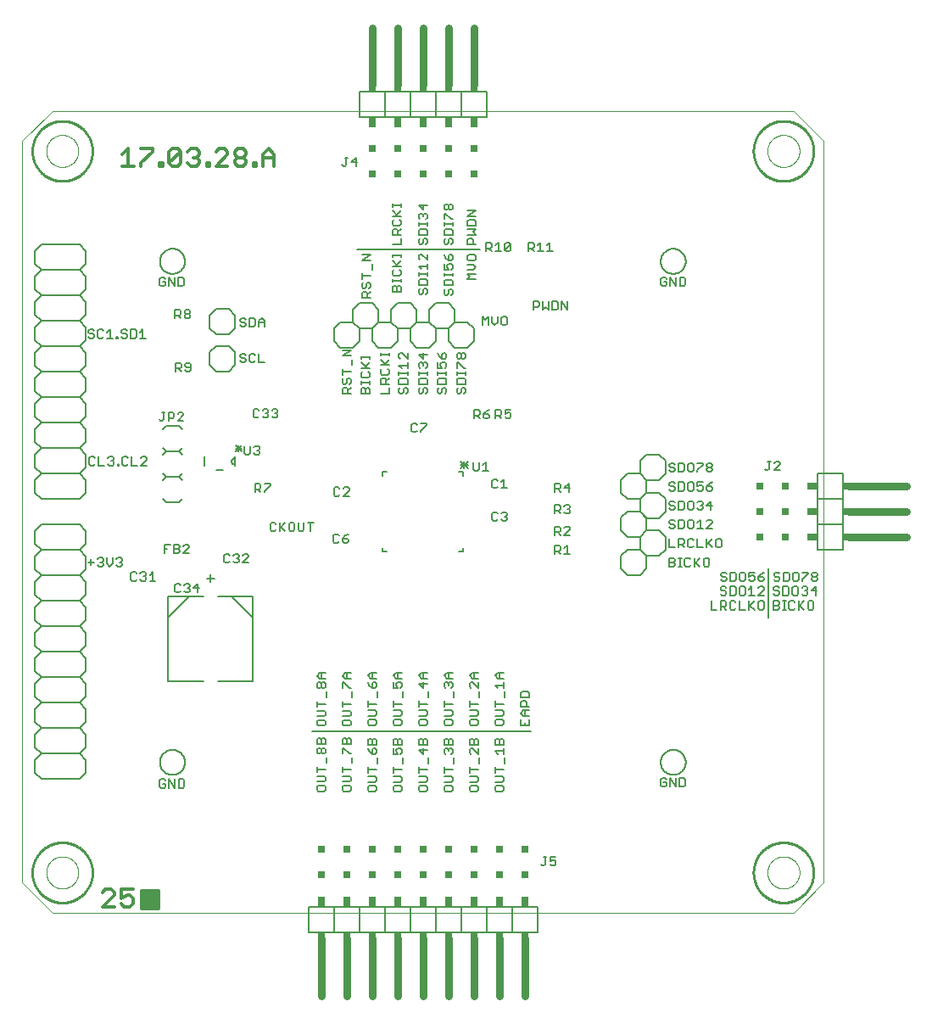
<source format=gto>
G75*
%MOIN*%
%OFA0B0*%
%FSLAX25Y25*%
%IPPOS*%
%LPD*%
%AMOC8*
5,1,8,0,0,1.08239X$1,22.5*
%
%ADD10C,0.01200*%
%ADD11C,0.00600*%
%ADD12C,0.01600*%
%ADD13C,0.00000*%
%ADD14C,0.01000*%
%ADD15C,0.03000*%
%ADD16R,0.03000X0.02000*%
%ADD17R,0.03000X0.04000*%
%ADD18R,0.03000X0.03000*%
%ADD19C,0.00500*%
%ADD20C,0.00800*%
%ADD21R,0.02000X0.03000*%
%ADD22R,0.04000X0.03000*%
D10*
X0043500Y0037500D02*
X0048037Y0042037D01*
X0048037Y0043172D01*
X0046903Y0044306D01*
X0044634Y0044306D01*
X0043500Y0043172D01*
X0043500Y0037500D02*
X0048037Y0037500D01*
X0050866Y0038634D02*
X0052001Y0037500D01*
X0054269Y0037500D01*
X0055403Y0038634D01*
X0055403Y0040903D01*
X0054269Y0042037D01*
X0053135Y0042037D01*
X0050866Y0040903D01*
X0050866Y0044306D01*
X0055403Y0044306D01*
X0055730Y0328500D02*
X0051193Y0328500D01*
X0053462Y0328500D02*
X0053462Y0335306D01*
X0051193Y0333037D01*
X0058560Y0335306D02*
X0063097Y0335306D01*
X0063097Y0334172D01*
X0058560Y0329634D01*
X0058560Y0328500D01*
X0065926Y0328500D02*
X0067060Y0328500D01*
X0067060Y0329634D01*
X0065926Y0329634D01*
X0065926Y0328500D01*
X0069609Y0329634D02*
X0069609Y0334172D01*
X0070743Y0335306D01*
X0073012Y0335306D01*
X0074146Y0334172D01*
X0069609Y0329634D01*
X0070743Y0328500D01*
X0073012Y0328500D01*
X0074146Y0329634D01*
X0074146Y0334172D01*
X0076975Y0334172D02*
X0078110Y0335306D01*
X0080378Y0335306D01*
X0081512Y0334172D01*
X0081512Y0333037D01*
X0080378Y0331903D01*
X0081512Y0330769D01*
X0081512Y0329634D01*
X0080378Y0328500D01*
X0078110Y0328500D01*
X0076975Y0329634D01*
X0079244Y0331903D02*
X0080378Y0331903D01*
X0084342Y0329634D02*
X0085476Y0329634D01*
X0085476Y0328500D01*
X0084342Y0328500D01*
X0084342Y0329634D01*
X0088025Y0328500D02*
X0092562Y0333037D01*
X0092562Y0334172D01*
X0091428Y0335306D01*
X0089159Y0335306D01*
X0088025Y0334172D01*
X0088025Y0328500D02*
X0092562Y0328500D01*
X0095391Y0329634D02*
X0095391Y0330769D01*
X0096525Y0331903D01*
X0098794Y0331903D01*
X0099928Y0330769D01*
X0099928Y0329634D01*
X0098794Y0328500D01*
X0096525Y0328500D01*
X0095391Y0329634D01*
X0096525Y0331903D02*
X0095391Y0333037D01*
X0095391Y0334172D01*
X0096525Y0335306D01*
X0098794Y0335306D01*
X0099928Y0334172D01*
X0099928Y0333037D01*
X0098794Y0331903D01*
X0102757Y0329634D02*
X0103892Y0329634D01*
X0103892Y0328500D01*
X0102757Y0328500D01*
X0102757Y0329634D01*
X0106440Y0328500D02*
X0106440Y0333037D01*
X0108709Y0335306D01*
X0110978Y0333037D01*
X0110978Y0328500D01*
X0110978Y0331903D02*
X0106440Y0331903D01*
D11*
X0137630Y0329018D02*
X0138197Y0328450D01*
X0138764Y0328450D01*
X0139331Y0329018D01*
X0139331Y0331853D01*
X0138764Y0331853D02*
X0139899Y0331853D01*
X0141313Y0330152D02*
X0143582Y0330152D01*
X0143015Y0331853D02*
X0141313Y0330152D01*
X0143015Y0328450D02*
X0143015Y0331853D01*
X0144350Y0347830D02*
X0144350Y0357830D01*
X0154350Y0357830D01*
X0164350Y0357830D01*
X0174350Y0357830D01*
X0184350Y0357830D01*
X0194350Y0357830D01*
X0194350Y0347830D01*
X0184350Y0347830D01*
X0184350Y0357830D01*
X0184350Y0347830D02*
X0174350Y0347830D01*
X0174350Y0357830D01*
X0174350Y0347830D02*
X0164350Y0347830D01*
X0164350Y0357830D01*
X0164350Y0347830D02*
X0154350Y0347830D01*
X0154350Y0357830D01*
X0154350Y0347830D02*
X0144350Y0347830D01*
X0157397Y0313667D02*
X0157397Y0312533D01*
X0157397Y0313100D02*
X0160800Y0313100D01*
X0160800Y0312533D02*
X0160800Y0313667D01*
X0160800Y0311118D02*
X0159099Y0309417D01*
X0159666Y0308849D02*
X0157397Y0311118D01*
X0157397Y0308849D02*
X0160800Y0308849D01*
X0160233Y0307435D02*
X0160800Y0306868D01*
X0160800Y0305733D01*
X0160233Y0305166D01*
X0157964Y0305166D01*
X0157397Y0305733D01*
X0157397Y0306868D01*
X0157964Y0307435D01*
X0157964Y0303752D02*
X0159099Y0303752D01*
X0159666Y0303185D01*
X0159666Y0301483D01*
X0160800Y0301483D02*
X0157397Y0301483D01*
X0157397Y0303185D01*
X0157964Y0303752D01*
X0159666Y0302617D02*
X0160800Y0303752D01*
X0160800Y0300069D02*
X0160800Y0297800D01*
X0157397Y0297800D01*
X0157397Y0293879D02*
X0157397Y0292745D01*
X0157397Y0293312D02*
X0160800Y0293312D01*
X0160800Y0292745D02*
X0160800Y0293879D01*
X0160800Y0291330D02*
X0159099Y0289629D01*
X0159666Y0289061D02*
X0157397Y0291330D01*
X0157397Y0289061D02*
X0160800Y0289061D01*
X0160233Y0287647D02*
X0160800Y0287080D01*
X0160800Y0285945D01*
X0160233Y0285378D01*
X0157964Y0285378D01*
X0157397Y0285945D01*
X0157397Y0287080D01*
X0157964Y0287647D01*
X0157397Y0284057D02*
X0157397Y0282923D01*
X0157397Y0283490D02*
X0160800Y0283490D01*
X0160800Y0282923D02*
X0160800Y0284057D01*
X0160233Y0281508D02*
X0160800Y0280941D01*
X0160800Y0279240D01*
X0157397Y0279240D01*
X0157397Y0280941D01*
X0157964Y0281508D01*
X0158531Y0281508D01*
X0159099Y0280941D01*
X0159099Y0279240D01*
X0159099Y0280941D02*
X0159666Y0281508D01*
X0160233Y0281508D01*
X0159400Y0274700D02*
X0156900Y0272200D01*
X0156900Y0267200D01*
X0159400Y0264700D01*
X0159400Y0259700D01*
X0156900Y0257200D01*
X0151900Y0257200D01*
X0149400Y0259700D01*
X0149400Y0264700D01*
X0144400Y0264700D01*
X0144400Y0259700D01*
X0141900Y0257200D01*
X0136900Y0257200D01*
X0134400Y0259700D01*
X0134400Y0264700D01*
X0136900Y0267200D01*
X0141900Y0267200D01*
X0144400Y0264700D01*
X0141900Y0267200D01*
X0141900Y0272200D01*
X0144400Y0274700D01*
X0149400Y0274700D01*
X0151900Y0272200D01*
X0151900Y0267200D01*
X0149400Y0264700D01*
X0151900Y0267200D01*
X0156900Y0267200D01*
X0159400Y0264700D01*
X0164400Y0264700D01*
X0166900Y0267200D01*
X0166900Y0272200D01*
X0164400Y0274700D01*
X0159400Y0274700D01*
X0167697Y0278679D02*
X0168264Y0278112D01*
X0168831Y0278112D01*
X0169399Y0278679D01*
X0169399Y0279813D01*
X0169966Y0280381D01*
X0170533Y0280381D01*
X0171100Y0279813D01*
X0171100Y0278679D01*
X0170533Y0278112D01*
X0167697Y0278679D02*
X0167697Y0279813D01*
X0168264Y0280381D01*
X0167697Y0281795D02*
X0167697Y0283497D01*
X0168264Y0284064D01*
X0170533Y0284064D01*
X0171100Y0283497D01*
X0171100Y0281795D01*
X0167697Y0281795D01*
X0167697Y0285478D02*
X0167697Y0286613D01*
X0167697Y0286045D02*
X0171100Y0286045D01*
X0171100Y0285478D02*
X0171100Y0286613D01*
X0171100Y0287934D02*
X0171100Y0290202D01*
X0171100Y0289068D02*
X0167697Y0289068D01*
X0168831Y0287934D01*
X0168264Y0291617D02*
X0167697Y0292184D01*
X0167697Y0293318D01*
X0168264Y0293885D01*
X0168831Y0293885D01*
X0171100Y0291617D01*
X0171100Y0293885D01*
X0170533Y0297800D02*
X0171100Y0298367D01*
X0171100Y0299501D01*
X0170533Y0300069D01*
X0169966Y0300069D01*
X0169399Y0299501D01*
X0169399Y0298367D01*
X0168831Y0297800D01*
X0168264Y0297800D01*
X0167697Y0298367D01*
X0167697Y0299501D01*
X0168264Y0300069D01*
X0167697Y0301483D02*
X0167697Y0303185D01*
X0168264Y0303752D01*
X0170533Y0303752D01*
X0171100Y0303185D01*
X0171100Y0301483D01*
X0167697Y0301483D01*
X0167697Y0305166D02*
X0167697Y0306301D01*
X0167697Y0305733D02*
X0171100Y0305733D01*
X0171100Y0305166D02*
X0171100Y0306301D01*
X0170533Y0307622D02*
X0171100Y0308189D01*
X0171100Y0309323D01*
X0170533Y0309890D01*
X0169966Y0309890D01*
X0169399Y0309323D01*
X0169399Y0308756D01*
X0169399Y0309323D02*
X0168831Y0309890D01*
X0168264Y0309890D01*
X0167697Y0309323D01*
X0167697Y0308189D01*
X0168264Y0307622D01*
X0169399Y0311305D02*
X0169399Y0313573D01*
X0171100Y0313006D02*
X0167697Y0313006D01*
X0169399Y0311305D01*
X0177697Y0311872D02*
X0177697Y0313006D01*
X0178264Y0313573D01*
X0178831Y0313573D01*
X0179399Y0313006D01*
X0179399Y0311872D01*
X0178831Y0311305D01*
X0178264Y0311305D01*
X0177697Y0311872D01*
X0179399Y0311872D02*
X0179966Y0311305D01*
X0180533Y0311305D01*
X0181100Y0311872D01*
X0181100Y0313006D01*
X0180533Y0313573D01*
X0179966Y0313573D01*
X0179399Y0313006D01*
X0178264Y0309890D02*
X0180533Y0307622D01*
X0181100Y0307622D01*
X0181100Y0306301D02*
X0181100Y0305166D01*
X0181100Y0305733D02*
X0177697Y0305733D01*
X0177697Y0305166D02*
X0177697Y0306301D01*
X0177697Y0307622D02*
X0177697Y0309890D01*
X0178264Y0309890D01*
X0178264Y0303752D02*
X0177697Y0303185D01*
X0177697Y0301483D01*
X0181100Y0301483D01*
X0181100Y0303185D01*
X0180533Y0303752D01*
X0178264Y0303752D01*
X0178264Y0300069D02*
X0177697Y0299501D01*
X0177697Y0298367D01*
X0178264Y0297800D01*
X0178831Y0297800D01*
X0179399Y0298367D01*
X0179399Y0299501D01*
X0179966Y0300069D01*
X0180533Y0300069D01*
X0181100Y0299501D01*
X0181100Y0298367D01*
X0180533Y0297800D01*
X0180533Y0293685D02*
X0179966Y0293685D01*
X0179399Y0293118D01*
X0179399Y0291417D01*
X0180533Y0291417D01*
X0181100Y0291984D01*
X0181100Y0293118D01*
X0180533Y0293685D01*
X0179399Y0291417D02*
X0178264Y0292551D01*
X0177697Y0293685D01*
X0177697Y0290002D02*
X0177697Y0287734D01*
X0179399Y0287734D01*
X0178831Y0288868D01*
X0178831Y0289435D01*
X0179399Y0290002D01*
X0180533Y0290002D01*
X0181100Y0289435D01*
X0181100Y0288301D01*
X0180533Y0287734D01*
X0181100Y0286413D02*
X0181100Y0285278D01*
X0181100Y0285845D02*
X0177697Y0285845D01*
X0177697Y0285278D02*
X0177697Y0286413D01*
X0178264Y0283864D02*
X0177697Y0283297D01*
X0177697Y0281595D01*
X0181100Y0281595D01*
X0181100Y0283297D01*
X0180533Y0283864D01*
X0178264Y0283864D01*
X0178264Y0280181D02*
X0177697Y0279613D01*
X0177697Y0278479D01*
X0178264Y0277912D01*
X0178831Y0277912D01*
X0179399Y0278479D01*
X0179399Y0279613D01*
X0179966Y0280181D01*
X0180533Y0280181D01*
X0181100Y0279613D01*
X0181100Y0278479D01*
X0180533Y0277912D01*
X0179400Y0274700D02*
X0174400Y0274700D01*
X0171900Y0272200D01*
X0171900Y0267200D01*
X0174400Y0264700D01*
X0174400Y0259700D01*
X0171900Y0257200D01*
X0166900Y0257200D01*
X0164400Y0259700D01*
X0164400Y0264700D01*
X0166900Y0267200D01*
X0171900Y0267200D01*
X0174400Y0264700D01*
X0179400Y0264700D01*
X0181900Y0267200D01*
X0186900Y0267200D01*
X0189400Y0264700D01*
X0189400Y0259700D01*
X0186900Y0257200D01*
X0181900Y0257200D01*
X0179400Y0259700D01*
X0179400Y0264700D01*
X0181900Y0267200D01*
X0181900Y0272200D01*
X0179400Y0274700D01*
X0186797Y0283951D02*
X0187931Y0285085D01*
X0186797Y0286219D01*
X0190200Y0286219D01*
X0189066Y0287634D02*
X0190200Y0288768D01*
X0189066Y0289902D01*
X0186797Y0289902D01*
X0187364Y0291317D02*
X0189633Y0291317D01*
X0190200Y0291884D01*
X0190200Y0293018D01*
X0189633Y0293585D01*
X0187364Y0293585D01*
X0186797Y0293018D01*
X0186797Y0291884D01*
X0187364Y0291317D01*
X0186797Y0287634D02*
X0189066Y0287634D01*
X0190200Y0283951D02*
X0186797Y0283951D01*
X0192000Y0295900D02*
X0143400Y0295900D01*
X0145397Y0293785D02*
X0148800Y0293785D01*
X0145397Y0291517D01*
X0148800Y0291517D01*
X0149367Y0290102D02*
X0149367Y0287834D01*
X0148800Y0285285D02*
X0145397Y0285285D01*
X0145397Y0284151D02*
X0145397Y0286419D01*
X0145964Y0282736D02*
X0145397Y0282169D01*
X0145397Y0281035D01*
X0145964Y0280467D01*
X0146531Y0280467D01*
X0147099Y0281035D01*
X0147099Y0282169D01*
X0147666Y0282736D01*
X0148233Y0282736D01*
X0148800Y0282169D01*
X0148800Y0281035D01*
X0148233Y0280467D01*
X0148800Y0279053D02*
X0147666Y0277919D01*
X0147666Y0278486D02*
X0147666Y0276784D01*
X0148800Y0276784D02*
X0145397Y0276784D01*
X0145397Y0278486D01*
X0145964Y0279053D01*
X0147099Y0279053D01*
X0147666Y0278486D01*
X0141100Y0256201D02*
X0137697Y0256201D01*
X0137697Y0253933D02*
X0141100Y0256201D01*
X0141100Y0253933D02*
X0137697Y0253933D01*
X0141667Y0252518D02*
X0141667Y0250249D01*
X0141100Y0247701D02*
X0137697Y0247701D01*
X0137697Y0248835D02*
X0137697Y0246566D01*
X0138264Y0245152D02*
X0137697Y0244585D01*
X0137697Y0243450D01*
X0138264Y0242883D01*
X0138831Y0242883D01*
X0139399Y0243450D01*
X0139399Y0244585D01*
X0139966Y0245152D01*
X0140533Y0245152D01*
X0141100Y0244585D01*
X0141100Y0243450D01*
X0140533Y0242883D01*
X0141100Y0241469D02*
X0139966Y0240334D01*
X0139966Y0240901D02*
X0139966Y0239200D01*
X0141100Y0239200D02*
X0137697Y0239200D01*
X0137697Y0240901D01*
X0138264Y0241469D01*
X0139399Y0241469D01*
X0139966Y0240901D01*
X0145097Y0240901D02*
X0145664Y0241469D01*
X0146231Y0241469D01*
X0146799Y0240901D01*
X0146799Y0239200D01*
X0148500Y0239200D02*
X0145097Y0239200D01*
X0145097Y0240901D01*
X0146799Y0240901D02*
X0147366Y0241469D01*
X0147933Y0241469D01*
X0148500Y0240901D01*
X0148500Y0239200D01*
X0148500Y0242883D02*
X0148500Y0244017D01*
X0148500Y0243450D02*
X0145097Y0243450D01*
X0145097Y0242883D02*
X0145097Y0244017D01*
X0145664Y0245339D02*
X0147933Y0245339D01*
X0148500Y0245906D01*
X0148500Y0247040D01*
X0147933Y0247607D01*
X0148500Y0249022D02*
X0145097Y0249022D01*
X0145664Y0247607D02*
X0145097Y0247040D01*
X0145097Y0245906D01*
X0145664Y0245339D01*
X0147366Y0249022D02*
X0145097Y0251290D01*
X0145097Y0252705D02*
X0145097Y0253839D01*
X0145097Y0253272D02*
X0148500Y0253272D01*
X0148500Y0252705D02*
X0148500Y0253839D01*
X0148500Y0251290D02*
X0146799Y0249589D01*
X0152697Y0250249D02*
X0156100Y0250249D01*
X0154966Y0250249D02*
X0152697Y0252518D01*
X0152697Y0253933D02*
X0152697Y0255067D01*
X0152697Y0254500D02*
X0156100Y0254500D01*
X0156100Y0253933D02*
X0156100Y0255067D01*
X0156100Y0252518D02*
X0154399Y0250817D01*
X0155533Y0248835D02*
X0156100Y0248268D01*
X0156100Y0247133D01*
X0155533Y0246566D01*
X0153264Y0246566D01*
X0152697Y0247133D01*
X0152697Y0248268D01*
X0153264Y0248835D01*
X0153264Y0245152D02*
X0154399Y0245152D01*
X0154966Y0244585D01*
X0154966Y0242883D01*
X0156100Y0242883D02*
X0152697Y0242883D01*
X0152697Y0244585D01*
X0153264Y0245152D01*
X0154966Y0244017D02*
X0156100Y0245152D01*
X0156100Y0241469D02*
X0156100Y0239200D01*
X0152697Y0239200D01*
X0159997Y0239767D02*
X0160564Y0239200D01*
X0161131Y0239200D01*
X0161699Y0239767D01*
X0161699Y0240901D01*
X0162266Y0241469D01*
X0162833Y0241469D01*
X0163400Y0240901D01*
X0163400Y0239767D01*
X0162833Y0239200D01*
X0159997Y0239767D02*
X0159997Y0240901D01*
X0160564Y0241469D01*
X0159997Y0242883D02*
X0159997Y0244585D01*
X0160564Y0245152D01*
X0162833Y0245152D01*
X0163400Y0244585D01*
X0163400Y0242883D01*
X0159997Y0242883D01*
X0159997Y0246566D02*
X0159997Y0247701D01*
X0159997Y0247133D02*
X0163400Y0247133D01*
X0163400Y0246566D02*
X0163400Y0247701D01*
X0163400Y0249022D02*
X0163400Y0251290D01*
X0163400Y0250156D02*
X0159997Y0250156D01*
X0161131Y0249022D01*
X0160564Y0252705D02*
X0159997Y0253272D01*
X0159997Y0254406D01*
X0160564Y0254973D01*
X0161131Y0254973D01*
X0163400Y0252705D01*
X0163400Y0254973D01*
X0167697Y0254406D02*
X0169399Y0252705D01*
X0169399Y0254973D01*
X0171100Y0254406D02*
X0167697Y0254406D01*
X0168264Y0251290D02*
X0168831Y0251290D01*
X0169399Y0250723D01*
X0169966Y0251290D01*
X0170533Y0251290D01*
X0171100Y0250723D01*
X0171100Y0249589D01*
X0170533Y0249022D01*
X0171100Y0247701D02*
X0171100Y0246566D01*
X0171100Y0247133D02*
X0167697Y0247133D01*
X0167697Y0246566D02*
X0167697Y0247701D01*
X0168264Y0249022D02*
X0167697Y0249589D01*
X0167697Y0250723D01*
X0168264Y0251290D01*
X0169399Y0250723D02*
X0169399Y0250156D01*
X0170533Y0245152D02*
X0168264Y0245152D01*
X0167697Y0244585D01*
X0167697Y0242883D01*
X0171100Y0242883D01*
X0171100Y0244585D01*
X0170533Y0245152D01*
X0170533Y0241469D02*
X0169966Y0241469D01*
X0169399Y0240901D01*
X0169399Y0239767D01*
X0168831Y0239200D01*
X0168264Y0239200D01*
X0167697Y0239767D01*
X0167697Y0240901D01*
X0168264Y0241469D01*
X0170533Y0241469D02*
X0171100Y0240901D01*
X0171100Y0239767D01*
X0170533Y0239200D01*
X0175197Y0239767D02*
X0175764Y0239200D01*
X0176331Y0239200D01*
X0176899Y0239767D01*
X0176899Y0240901D01*
X0177466Y0241469D01*
X0178033Y0241469D01*
X0178600Y0240901D01*
X0178600Y0239767D01*
X0178033Y0239200D01*
X0175197Y0239767D02*
X0175197Y0240901D01*
X0175764Y0241469D01*
X0175197Y0242883D02*
X0175197Y0244585D01*
X0175764Y0245152D01*
X0178033Y0245152D01*
X0178600Y0244585D01*
X0178600Y0242883D01*
X0175197Y0242883D01*
X0175197Y0246566D02*
X0175197Y0247701D01*
X0175197Y0247133D02*
X0178600Y0247133D01*
X0178600Y0246566D02*
X0178600Y0247701D01*
X0178033Y0249022D02*
X0178600Y0249589D01*
X0178600Y0250723D01*
X0178033Y0251290D01*
X0176899Y0251290D01*
X0176331Y0250723D01*
X0176331Y0250156D01*
X0176899Y0249022D01*
X0175197Y0249022D01*
X0175197Y0251290D01*
X0176899Y0252705D02*
X0176899Y0254406D01*
X0177466Y0254973D01*
X0178033Y0254973D01*
X0178600Y0254406D01*
X0178600Y0253272D01*
X0178033Y0252705D01*
X0176899Y0252705D01*
X0175764Y0253839D01*
X0175197Y0254973D01*
X0182697Y0254406D02*
X0182697Y0253272D01*
X0183264Y0252705D01*
X0183831Y0252705D01*
X0184399Y0253272D01*
X0184399Y0254406D01*
X0184966Y0254973D01*
X0185533Y0254973D01*
X0186100Y0254406D01*
X0186100Y0253272D01*
X0185533Y0252705D01*
X0184966Y0252705D01*
X0184399Y0253272D01*
X0184399Y0254406D02*
X0183831Y0254973D01*
X0183264Y0254973D01*
X0182697Y0254406D01*
X0182697Y0251290D02*
X0183264Y0251290D01*
X0185533Y0249022D01*
X0186100Y0249022D01*
X0186100Y0247701D02*
X0186100Y0246566D01*
X0186100Y0247133D02*
X0182697Y0247133D01*
X0182697Y0246566D02*
X0182697Y0247701D01*
X0182697Y0249022D02*
X0182697Y0251290D01*
X0183264Y0245152D02*
X0182697Y0244585D01*
X0182697Y0242883D01*
X0186100Y0242883D01*
X0186100Y0244585D01*
X0185533Y0245152D01*
X0183264Y0245152D01*
X0183264Y0241469D02*
X0182697Y0240901D01*
X0182697Y0239767D01*
X0183264Y0239200D01*
X0183831Y0239200D01*
X0184399Y0239767D01*
X0184399Y0240901D01*
X0184966Y0241469D01*
X0185533Y0241469D01*
X0186100Y0240901D01*
X0186100Y0239767D01*
X0185533Y0239200D01*
X0189500Y0232703D02*
X0191201Y0232703D01*
X0191769Y0232136D01*
X0191769Y0231001D01*
X0191201Y0230434D01*
X0189500Y0230434D01*
X0189500Y0229300D02*
X0189500Y0232703D01*
X0190634Y0230434D02*
X0191769Y0229300D01*
X0193183Y0229867D02*
X0193750Y0229300D01*
X0194885Y0229300D01*
X0195452Y0229867D01*
X0195452Y0230434D01*
X0194885Y0231001D01*
X0193183Y0231001D01*
X0193183Y0229867D01*
X0193183Y0231001D02*
X0194317Y0232136D01*
X0195452Y0232703D01*
X0198000Y0232803D02*
X0199701Y0232803D01*
X0200269Y0232236D01*
X0200269Y0231101D01*
X0199701Y0230534D01*
X0198000Y0230534D01*
X0198000Y0229400D02*
X0198000Y0232803D01*
X0199134Y0230534D02*
X0200269Y0229400D01*
X0201683Y0229967D02*
X0202250Y0229400D01*
X0203385Y0229400D01*
X0203952Y0229967D01*
X0203952Y0231101D01*
X0203385Y0231669D01*
X0202817Y0231669D01*
X0201683Y0231101D01*
X0201683Y0232803D01*
X0203952Y0232803D01*
X0194071Y0212092D02*
X0194071Y0208689D01*
X0192937Y0208689D02*
X0195205Y0208689D01*
X0192937Y0210958D02*
X0194071Y0212092D01*
X0191522Y0212092D02*
X0191522Y0209256D01*
X0190955Y0208689D01*
X0189821Y0208689D01*
X0189253Y0209256D01*
X0189253Y0212092D01*
X0196500Y0204836D02*
X0196500Y0202567D01*
X0197067Y0202000D01*
X0198201Y0202000D01*
X0198769Y0202567D01*
X0200183Y0202000D02*
X0202452Y0202000D01*
X0201317Y0202000D02*
X0201317Y0205403D01*
X0200183Y0204269D01*
X0198769Y0204836D02*
X0198201Y0205403D01*
X0197067Y0205403D01*
X0196500Y0204836D01*
X0197167Y0192503D02*
X0196600Y0191936D01*
X0196600Y0189667D01*
X0197167Y0189100D01*
X0198301Y0189100D01*
X0198869Y0189667D01*
X0200283Y0189667D02*
X0200850Y0189100D01*
X0201985Y0189100D01*
X0202552Y0189667D01*
X0202552Y0190234D01*
X0201985Y0190801D01*
X0201417Y0190801D01*
X0201985Y0190801D02*
X0202552Y0191369D01*
X0202552Y0191936D01*
X0201985Y0192503D01*
X0200850Y0192503D01*
X0200283Y0191936D01*
X0198869Y0191936D02*
X0198301Y0192503D01*
X0197167Y0192503D01*
X0221300Y0192000D02*
X0221300Y0195403D01*
X0223001Y0195403D01*
X0223569Y0194836D01*
X0223569Y0193701D01*
X0223001Y0193134D01*
X0221300Y0193134D01*
X0222434Y0193134D02*
X0223569Y0192000D01*
X0224983Y0192567D02*
X0225550Y0192000D01*
X0226685Y0192000D01*
X0227252Y0192567D01*
X0227252Y0193134D01*
X0226685Y0193701D01*
X0226117Y0193701D01*
X0226685Y0193701D02*
X0227252Y0194269D01*
X0227252Y0194836D01*
X0226685Y0195403D01*
X0225550Y0195403D01*
X0224983Y0194836D01*
X0223569Y0200500D02*
X0222434Y0201634D01*
X0223001Y0201634D02*
X0221300Y0201634D01*
X0221300Y0200500D02*
X0221300Y0203903D01*
X0223001Y0203903D01*
X0223569Y0203336D01*
X0223569Y0202201D01*
X0223001Y0201634D01*
X0224983Y0202201D02*
X0227252Y0202201D01*
X0226685Y0200500D02*
X0226685Y0203903D01*
X0224983Y0202201D01*
X0225550Y0186903D02*
X0224983Y0186336D01*
X0225550Y0186903D02*
X0226685Y0186903D01*
X0227252Y0186336D01*
X0227252Y0185769D01*
X0224983Y0183500D01*
X0227252Y0183500D01*
X0223569Y0183500D02*
X0222434Y0184634D01*
X0223001Y0184634D02*
X0221300Y0184634D01*
X0221300Y0183500D02*
X0221300Y0186903D01*
X0223001Y0186903D01*
X0223569Y0186336D01*
X0223569Y0185201D01*
X0223001Y0184634D01*
X0223001Y0179503D02*
X0223569Y0178936D01*
X0223569Y0177801D01*
X0223001Y0177234D01*
X0221300Y0177234D01*
X0221300Y0176100D02*
X0221300Y0179503D01*
X0223001Y0179503D01*
X0224983Y0178369D02*
X0226117Y0179503D01*
X0226117Y0176100D01*
X0224983Y0176100D02*
X0227252Y0176100D01*
X0223569Y0176100D02*
X0222434Y0177234D01*
X0247200Y0175300D02*
X0247200Y0170300D01*
X0249700Y0167800D01*
X0254700Y0167800D01*
X0257200Y0170300D01*
X0257200Y0175300D01*
X0254700Y0177800D01*
X0249700Y0177800D01*
X0247200Y0175300D01*
X0249700Y0182800D02*
X0254700Y0182800D01*
X0257200Y0185300D01*
X0257200Y0190300D01*
X0254700Y0192800D01*
X0249700Y0192800D01*
X0247200Y0190300D01*
X0247200Y0185300D01*
X0249700Y0182800D01*
X0254700Y0182800D02*
X0254700Y0177800D01*
X0257200Y0175300D01*
X0262200Y0175300D01*
X0264700Y0177800D01*
X0264700Y0182800D01*
X0262200Y0185300D01*
X0257200Y0185300D01*
X0254700Y0182800D01*
X0257300Y0190200D02*
X0262300Y0190200D01*
X0264800Y0192700D01*
X0264800Y0197700D01*
X0262300Y0200200D01*
X0257300Y0200200D01*
X0254800Y0197700D01*
X0254800Y0192700D01*
X0257300Y0190200D01*
X0254700Y0197600D02*
X0249700Y0197600D01*
X0247200Y0200100D01*
X0247200Y0205100D01*
X0249700Y0207600D01*
X0254700Y0207600D01*
X0257200Y0205100D01*
X0262200Y0205100D01*
X0264700Y0207600D01*
X0264700Y0212600D01*
X0262200Y0215100D01*
X0257200Y0215100D01*
X0254700Y0212600D01*
X0254700Y0207600D01*
X0257200Y0205100D01*
X0257200Y0200100D01*
X0254700Y0197600D01*
X0266200Y0196336D02*
X0266200Y0195769D01*
X0266767Y0195201D01*
X0267901Y0195201D01*
X0268469Y0194634D01*
X0268469Y0194067D01*
X0267901Y0193500D01*
X0266767Y0193500D01*
X0266200Y0194067D01*
X0266200Y0196336D02*
X0266767Y0196903D01*
X0267901Y0196903D01*
X0268469Y0196336D01*
X0269883Y0196903D02*
X0269883Y0193500D01*
X0271585Y0193500D01*
X0272152Y0194067D01*
X0272152Y0196336D01*
X0271585Y0196903D01*
X0269883Y0196903D01*
X0273566Y0196336D02*
X0273566Y0194067D01*
X0274133Y0193500D01*
X0275268Y0193500D01*
X0275835Y0194067D01*
X0275835Y0196336D01*
X0275268Y0196903D01*
X0274133Y0196903D01*
X0273566Y0196336D01*
X0277249Y0196336D02*
X0277817Y0196903D01*
X0278951Y0196903D01*
X0279518Y0196336D01*
X0279518Y0195769D01*
X0278951Y0195201D01*
X0279518Y0194634D01*
X0279518Y0194067D01*
X0278951Y0193500D01*
X0277817Y0193500D01*
X0277249Y0194067D01*
X0278384Y0195201D02*
X0278951Y0195201D01*
X0280933Y0195201D02*
X0283201Y0195201D01*
X0282634Y0193500D02*
X0282634Y0196903D01*
X0280933Y0195201D01*
X0281500Y0189503D02*
X0280933Y0188936D01*
X0281500Y0189503D02*
X0282634Y0189503D01*
X0283201Y0188936D01*
X0283201Y0188369D01*
X0280933Y0186100D01*
X0283201Y0186100D01*
X0279518Y0186100D02*
X0277249Y0186100D01*
X0278384Y0186100D02*
X0278384Y0189503D01*
X0277249Y0188369D01*
X0275835Y0188936D02*
X0275835Y0186667D01*
X0275268Y0186100D01*
X0274133Y0186100D01*
X0273566Y0186667D01*
X0273566Y0188936D01*
X0274133Y0189503D01*
X0275268Y0189503D01*
X0275835Y0188936D01*
X0272152Y0188936D02*
X0272152Y0186667D01*
X0271585Y0186100D01*
X0269883Y0186100D01*
X0269883Y0189503D01*
X0271585Y0189503D01*
X0272152Y0188936D01*
X0268469Y0188936D02*
X0267901Y0189503D01*
X0266767Y0189503D01*
X0266200Y0188936D01*
X0266200Y0188369D01*
X0266767Y0187801D01*
X0267901Y0187801D01*
X0268469Y0187234D01*
X0268469Y0186667D01*
X0267901Y0186100D01*
X0266767Y0186100D01*
X0266200Y0186667D01*
X0266200Y0182003D02*
X0266200Y0178600D01*
X0268469Y0178600D01*
X0269883Y0178600D02*
X0269883Y0182003D01*
X0271585Y0182003D01*
X0272152Y0181436D01*
X0272152Y0180301D01*
X0271585Y0179734D01*
X0269883Y0179734D01*
X0271017Y0179734D02*
X0272152Y0178600D01*
X0273566Y0179167D02*
X0274133Y0178600D01*
X0275268Y0178600D01*
X0275835Y0179167D01*
X0277249Y0178600D02*
X0279518Y0178600D01*
X0280933Y0178600D02*
X0280933Y0182003D01*
X0281500Y0180301D02*
X0283201Y0178600D01*
X0284616Y0179167D02*
X0285183Y0178600D01*
X0286317Y0178600D01*
X0286884Y0179167D01*
X0286884Y0181436D01*
X0286317Y0182003D01*
X0285183Y0182003D01*
X0284616Y0181436D01*
X0284616Y0179167D01*
X0283201Y0182003D02*
X0280933Y0179734D01*
X0277249Y0178600D02*
X0277249Y0182003D01*
X0275835Y0181436D02*
X0275268Y0182003D01*
X0274133Y0182003D01*
X0273566Y0181436D01*
X0273566Y0179167D01*
X0274040Y0174503D02*
X0272906Y0174503D01*
X0272339Y0173936D01*
X0272339Y0171667D01*
X0272906Y0171100D01*
X0274040Y0171100D01*
X0274607Y0171667D01*
X0276022Y0171100D02*
X0276022Y0174503D01*
X0274607Y0173936D02*
X0274040Y0174503D01*
X0276022Y0172234D02*
X0278290Y0174503D01*
X0279705Y0173936D02*
X0279705Y0171667D01*
X0280272Y0171100D01*
X0281406Y0171100D01*
X0281973Y0171667D01*
X0281973Y0173936D01*
X0281406Y0174503D01*
X0280272Y0174503D01*
X0279705Y0173936D01*
X0278290Y0171100D02*
X0276589Y0172801D01*
X0271017Y0171100D02*
X0269883Y0171100D01*
X0270450Y0171100D02*
X0270450Y0174503D01*
X0269883Y0174503D02*
X0271017Y0174503D01*
X0268469Y0173936D02*
X0268469Y0173369D01*
X0267901Y0172801D01*
X0266200Y0172801D01*
X0266200Y0171100D02*
X0267901Y0171100D01*
X0268469Y0171667D01*
X0268469Y0172234D01*
X0267901Y0172801D01*
X0268469Y0173936D02*
X0267901Y0174503D01*
X0266200Y0174503D01*
X0266200Y0171100D01*
X0282700Y0157603D02*
X0282700Y0154200D01*
X0284969Y0154200D01*
X0286383Y0154200D02*
X0286383Y0157603D01*
X0288085Y0157603D01*
X0288652Y0157036D01*
X0288652Y0155901D01*
X0288085Y0155334D01*
X0286383Y0155334D01*
X0287517Y0155334D02*
X0288652Y0154200D01*
X0290066Y0154767D02*
X0290633Y0154200D01*
X0291768Y0154200D01*
X0292335Y0154767D01*
X0293749Y0154200D02*
X0296018Y0154200D01*
X0297433Y0154200D02*
X0297433Y0157603D01*
X0298000Y0155901D02*
X0299701Y0154200D01*
X0301116Y0154767D02*
X0301683Y0154200D01*
X0302817Y0154200D01*
X0303384Y0154767D01*
X0303384Y0157036D01*
X0302817Y0157603D01*
X0301683Y0157603D01*
X0301116Y0157036D01*
X0301116Y0154767D01*
X0299701Y0157603D02*
X0297433Y0155334D01*
X0293749Y0154200D02*
X0293749Y0157603D01*
X0292335Y0157036D02*
X0291768Y0157603D01*
X0290633Y0157603D01*
X0290066Y0157036D01*
X0290066Y0154767D01*
X0290083Y0159900D02*
X0291785Y0159900D01*
X0292352Y0160467D01*
X0292352Y0162736D01*
X0291785Y0163303D01*
X0290083Y0163303D01*
X0290083Y0159900D01*
X0288669Y0160467D02*
X0288101Y0159900D01*
X0286967Y0159900D01*
X0286400Y0160467D01*
X0286967Y0161601D02*
X0288101Y0161601D01*
X0288669Y0161034D01*
X0288669Y0160467D01*
X0286967Y0161601D02*
X0286400Y0162169D01*
X0286400Y0162736D01*
X0286967Y0163303D01*
X0288101Y0163303D01*
X0288669Y0162736D01*
X0288201Y0165500D02*
X0287067Y0165500D01*
X0286500Y0166067D01*
X0287067Y0167201D02*
X0288201Y0167201D01*
X0288769Y0166634D01*
X0288769Y0166067D01*
X0288201Y0165500D01*
X0290183Y0165500D02*
X0290183Y0168903D01*
X0291885Y0168903D01*
X0292452Y0168336D01*
X0292452Y0166067D01*
X0291885Y0165500D01*
X0290183Y0165500D01*
X0288769Y0168336D02*
X0288201Y0168903D01*
X0287067Y0168903D01*
X0286500Y0168336D01*
X0286500Y0167769D01*
X0287067Y0167201D01*
X0293866Y0166067D02*
X0294433Y0165500D01*
X0295568Y0165500D01*
X0296135Y0166067D01*
X0296135Y0168336D01*
X0295568Y0168903D01*
X0294433Y0168903D01*
X0293866Y0168336D01*
X0293866Y0166067D01*
X0294333Y0163303D02*
X0293766Y0162736D01*
X0293766Y0160467D01*
X0294333Y0159900D01*
X0295468Y0159900D01*
X0296035Y0160467D01*
X0296035Y0162736D01*
X0295468Y0163303D01*
X0294333Y0163303D01*
X0297449Y0162169D02*
X0298584Y0163303D01*
X0298584Y0159900D01*
X0299718Y0159900D02*
X0297449Y0159900D01*
X0301133Y0159900D02*
X0303401Y0162169D01*
X0303401Y0162736D01*
X0302834Y0163303D01*
X0301700Y0163303D01*
X0301133Y0162736D01*
X0301133Y0159900D02*
X0303401Y0159900D01*
X0307300Y0160467D02*
X0307867Y0159900D01*
X0309001Y0159900D01*
X0309569Y0160467D01*
X0309569Y0161034D01*
X0309001Y0161601D01*
X0307867Y0161601D01*
X0307300Y0162169D01*
X0307300Y0162736D01*
X0307867Y0163303D01*
X0309001Y0163303D01*
X0309569Y0162736D01*
X0310983Y0163303D02*
X0312685Y0163303D01*
X0313252Y0162736D01*
X0313252Y0160467D01*
X0312685Y0159900D01*
X0310983Y0159900D01*
X0310983Y0163303D01*
X0311083Y0165500D02*
X0312785Y0165500D01*
X0313352Y0166067D01*
X0313352Y0168336D01*
X0312785Y0168903D01*
X0311083Y0168903D01*
X0311083Y0165500D01*
X0309669Y0166067D02*
X0309101Y0165500D01*
X0307967Y0165500D01*
X0307400Y0166067D01*
X0307967Y0167201D02*
X0307400Y0167769D01*
X0307400Y0168336D01*
X0307967Y0168903D01*
X0309101Y0168903D01*
X0309669Y0168336D01*
X0309101Y0167201D02*
X0309669Y0166634D01*
X0309669Y0166067D01*
X0309101Y0167201D02*
X0307967Y0167201D01*
X0305300Y0170300D02*
X0305300Y0151200D01*
X0307200Y0154200D02*
X0308901Y0154200D01*
X0309469Y0154767D01*
X0309469Y0155334D01*
X0308901Y0155901D01*
X0307200Y0155901D01*
X0307200Y0154200D02*
X0307200Y0157603D01*
X0308901Y0157603D01*
X0309469Y0157036D01*
X0309469Y0156469D01*
X0308901Y0155901D01*
X0310883Y0154200D02*
X0312017Y0154200D01*
X0311450Y0154200D02*
X0311450Y0157603D01*
X0310883Y0157603D02*
X0312017Y0157603D01*
X0313339Y0157036D02*
X0313339Y0154767D01*
X0313906Y0154200D01*
X0315040Y0154200D01*
X0315607Y0154767D01*
X0317022Y0154200D02*
X0317022Y0157603D01*
X0315607Y0157036D02*
X0315040Y0157603D01*
X0313906Y0157603D01*
X0313339Y0157036D01*
X0315233Y0159900D02*
X0314666Y0160467D01*
X0314666Y0162736D01*
X0315233Y0163303D01*
X0316368Y0163303D01*
X0316935Y0162736D01*
X0316935Y0160467D01*
X0316368Y0159900D01*
X0315233Y0159900D01*
X0318349Y0160467D02*
X0318917Y0159900D01*
X0320051Y0159900D01*
X0320618Y0160467D01*
X0320618Y0161034D01*
X0320051Y0161601D01*
X0319484Y0161601D01*
X0320051Y0161601D02*
X0320618Y0162169D01*
X0320618Y0162736D01*
X0320051Y0163303D01*
X0318917Y0163303D01*
X0318349Y0162736D01*
X0318449Y0165500D02*
X0318449Y0166067D01*
X0320718Y0168336D01*
X0320718Y0168903D01*
X0318449Y0168903D01*
X0317035Y0168336D02*
X0316468Y0168903D01*
X0315333Y0168903D01*
X0314766Y0168336D01*
X0314766Y0166067D01*
X0315333Y0165500D01*
X0316468Y0165500D01*
X0317035Y0166067D01*
X0317035Y0168336D01*
X0322133Y0168336D02*
X0322133Y0167769D01*
X0322700Y0167201D01*
X0323834Y0167201D01*
X0324401Y0166634D01*
X0324401Y0166067D01*
X0323834Y0165500D01*
X0322700Y0165500D01*
X0322133Y0166067D01*
X0322133Y0166634D01*
X0322700Y0167201D01*
X0323834Y0167201D02*
X0324401Y0167769D01*
X0324401Y0168336D01*
X0323834Y0168903D01*
X0322700Y0168903D01*
X0322133Y0168336D01*
X0323734Y0163303D02*
X0322033Y0161601D01*
X0324301Y0161601D01*
X0323734Y0159900D02*
X0323734Y0163303D01*
X0322406Y0157603D02*
X0321272Y0157603D01*
X0320705Y0157036D01*
X0320705Y0154767D01*
X0321272Y0154200D01*
X0322406Y0154200D01*
X0322973Y0154767D01*
X0322973Y0157036D01*
X0322406Y0157603D01*
X0319290Y0157603D02*
X0317022Y0155334D01*
X0317589Y0155901D02*
X0319290Y0154200D01*
X0303501Y0166067D02*
X0302934Y0165500D01*
X0301800Y0165500D01*
X0301233Y0166067D01*
X0301233Y0167201D01*
X0302934Y0167201D01*
X0303501Y0166634D01*
X0303501Y0166067D01*
X0301233Y0167201D02*
X0302367Y0168336D01*
X0303501Y0168903D01*
X0299818Y0168903D02*
X0297549Y0168903D01*
X0297549Y0167201D01*
X0298684Y0167769D01*
X0299251Y0167769D01*
X0299818Y0167201D01*
X0299818Y0166067D01*
X0299251Y0165500D01*
X0298117Y0165500D01*
X0297549Y0166067D01*
X0324361Y0177680D02*
X0334361Y0177680D01*
X0334361Y0187680D01*
X0334361Y0197680D01*
X0334361Y0207680D01*
X0324361Y0207680D01*
X0324361Y0197680D01*
X0324361Y0187680D01*
X0324361Y0177680D01*
X0324361Y0187680D02*
X0334361Y0187680D01*
X0334361Y0197680D02*
X0324361Y0197680D01*
X0309712Y0208980D02*
X0307444Y0208980D01*
X0309712Y0211249D01*
X0309712Y0211816D01*
X0309145Y0212383D01*
X0308011Y0212383D01*
X0307444Y0211816D01*
X0306029Y0212383D02*
X0304895Y0212383D01*
X0305462Y0212383D02*
X0305462Y0209547D01*
X0304895Y0208980D01*
X0304328Y0208980D01*
X0303761Y0209547D01*
X0283201Y0209534D02*
X0283201Y0208967D01*
X0282634Y0208400D01*
X0281500Y0208400D01*
X0280933Y0208967D01*
X0280933Y0209534D01*
X0281500Y0210101D01*
X0282634Y0210101D01*
X0283201Y0209534D01*
X0282634Y0210101D02*
X0283201Y0210669D01*
X0283201Y0211236D01*
X0282634Y0211803D01*
X0281500Y0211803D01*
X0280933Y0211236D01*
X0280933Y0210669D01*
X0281500Y0210101D01*
X0279518Y0211236D02*
X0277249Y0208967D01*
X0277249Y0208400D01*
X0275835Y0208967D02*
X0275835Y0211236D01*
X0275268Y0211803D01*
X0274133Y0211803D01*
X0273566Y0211236D01*
X0273566Y0208967D01*
X0274133Y0208400D01*
X0275268Y0208400D01*
X0275835Y0208967D01*
X0277249Y0211803D02*
X0279518Y0211803D01*
X0279518Y0211236D01*
X0279518Y0204303D02*
X0277249Y0204303D01*
X0277249Y0202601D01*
X0278384Y0203169D01*
X0278951Y0203169D01*
X0279518Y0202601D01*
X0279518Y0201467D01*
X0278951Y0200900D01*
X0277817Y0200900D01*
X0277249Y0201467D01*
X0275835Y0201467D02*
X0275835Y0203736D01*
X0275268Y0204303D01*
X0274133Y0204303D01*
X0273566Y0203736D01*
X0273566Y0201467D01*
X0274133Y0200900D01*
X0275268Y0200900D01*
X0275835Y0201467D01*
X0272152Y0201467D02*
X0272152Y0203736D01*
X0271585Y0204303D01*
X0269883Y0204303D01*
X0269883Y0200900D01*
X0271585Y0200900D01*
X0272152Y0201467D01*
X0268469Y0201467D02*
X0267901Y0200900D01*
X0266767Y0200900D01*
X0266200Y0201467D01*
X0266767Y0202601D02*
X0267901Y0202601D01*
X0268469Y0202034D01*
X0268469Y0201467D01*
X0266767Y0202601D02*
X0266200Y0203169D01*
X0266200Y0203736D01*
X0266767Y0204303D01*
X0267901Y0204303D01*
X0268469Y0203736D01*
X0267901Y0208400D02*
X0266767Y0208400D01*
X0266200Y0208967D01*
X0266767Y0210101D02*
X0267901Y0210101D01*
X0268469Y0209534D01*
X0268469Y0208967D01*
X0267901Y0208400D01*
X0269883Y0208400D02*
X0271585Y0208400D01*
X0272152Y0208967D01*
X0272152Y0211236D01*
X0271585Y0211803D01*
X0269883Y0211803D01*
X0269883Y0208400D01*
X0268469Y0211236D02*
X0267901Y0211803D01*
X0266767Y0211803D01*
X0266200Y0211236D01*
X0266200Y0210669D01*
X0266767Y0210101D01*
X0280933Y0202601D02*
X0282634Y0202601D01*
X0283201Y0202034D01*
X0283201Y0201467D01*
X0282634Y0200900D01*
X0281500Y0200900D01*
X0280933Y0201467D01*
X0280933Y0202601D01*
X0282067Y0203736D01*
X0283201Y0204303D01*
X0226162Y0271953D02*
X0226162Y0275356D01*
X0223894Y0275356D02*
X0223894Y0271953D01*
X0222479Y0272520D02*
X0222479Y0274789D01*
X0221912Y0275356D01*
X0220210Y0275356D01*
X0220210Y0271953D01*
X0221912Y0271953D01*
X0222479Y0272520D01*
X0223894Y0275356D02*
X0226162Y0271953D01*
X0218796Y0271953D02*
X0218796Y0275356D01*
X0216527Y0275356D02*
X0216527Y0271953D01*
X0217662Y0273087D01*
X0218796Y0271953D01*
X0215113Y0273655D02*
X0214546Y0273087D01*
X0212844Y0273087D01*
X0212844Y0271953D02*
X0212844Y0275356D01*
X0214546Y0275356D01*
X0215113Y0274789D01*
X0215113Y0273655D01*
X0202479Y0268789D02*
X0201912Y0269356D01*
X0200778Y0269356D01*
X0200210Y0268789D01*
X0200210Y0266520D01*
X0200778Y0265953D01*
X0201912Y0265953D01*
X0202479Y0266520D01*
X0202479Y0268789D01*
X0198796Y0269356D02*
X0198796Y0267087D01*
X0197662Y0265953D01*
X0196527Y0267087D01*
X0196527Y0269356D01*
X0195113Y0269356D02*
X0195113Y0265953D01*
X0192844Y0265953D02*
X0192844Y0269356D01*
X0193978Y0268222D01*
X0195113Y0269356D01*
X0194200Y0295000D02*
X0194200Y0298403D01*
X0195901Y0298403D01*
X0196469Y0297836D01*
X0196469Y0296701D01*
X0195901Y0296134D01*
X0194200Y0296134D01*
X0195334Y0296134D02*
X0196469Y0295000D01*
X0197883Y0295000D02*
X0200152Y0295000D01*
X0199017Y0295000D02*
X0199017Y0298403D01*
X0197883Y0297269D01*
X0201566Y0297836D02*
X0201566Y0295567D01*
X0203835Y0297836D01*
X0203835Y0295567D01*
X0203268Y0295000D01*
X0202133Y0295000D01*
X0201566Y0295567D01*
X0201566Y0297836D02*
X0202133Y0298403D01*
X0203268Y0298403D01*
X0203835Y0297836D01*
X0210800Y0298403D02*
X0210800Y0295000D01*
X0210800Y0296134D02*
X0212501Y0296134D01*
X0213069Y0296701D01*
X0213069Y0297836D01*
X0212501Y0298403D01*
X0210800Y0298403D01*
X0211934Y0296134D02*
X0213069Y0295000D01*
X0214483Y0295000D02*
X0216752Y0295000D01*
X0215617Y0295000D02*
X0215617Y0298403D01*
X0214483Y0297269D01*
X0218166Y0297269D02*
X0219301Y0298403D01*
X0219301Y0295000D01*
X0220435Y0295000D02*
X0218166Y0295000D01*
X0190200Y0297800D02*
X0186797Y0297800D01*
X0186797Y0299501D01*
X0187364Y0300069D01*
X0188499Y0300069D01*
X0189066Y0299501D01*
X0189066Y0297800D01*
X0190200Y0301483D02*
X0186797Y0301483D01*
X0186797Y0303752D02*
X0190200Y0303752D01*
X0189066Y0302617D01*
X0190200Y0301483D01*
X0190200Y0305166D02*
X0186797Y0305166D01*
X0186797Y0306868D01*
X0187364Y0307435D01*
X0189633Y0307435D01*
X0190200Y0306868D01*
X0190200Y0305166D01*
X0190200Y0308849D02*
X0186797Y0308849D01*
X0190200Y0311118D01*
X0186797Y0311118D01*
X0111768Y0233003D02*
X0112335Y0232436D01*
X0112335Y0231869D01*
X0111768Y0231301D01*
X0112335Y0230734D01*
X0112335Y0230167D01*
X0111768Y0229600D01*
X0110633Y0229600D01*
X0110066Y0230167D01*
X0108652Y0230167D02*
X0108085Y0229600D01*
X0106950Y0229600D01*
X0106383Y0230167D01*
X0104969Y0230167D02*
X0104401Y0229600D01*
X0103267Y0229600D01*
X0102700Y0230167D01*
X0102700Y0232436D01*
X0103267Y0233003D01*
X0104401Y0233003D01*
X0104969Y0232436D01*
X0106383Y0232436D02*
X0106950Y0233003D01*
X0108085Y0233003D01*
X0108652Y0232436D01*
X0108652Y0231869D01*
X0108085Y0231301D01*
X0108652Y0230734D01*
X0108652Y0230167D01*
X0108085Y0231301D02*
X0107517Y0231301D01*
X0110066Y0232436D02*
X0110633Y0233003D01*
X0111768Y0233003D01*
X0111768Y0231301D02*
X0111201Y0231301D01*
X0104685Y0218503D02*
X0105252Y0217936D01*
X0105252Y0217369D01*
X0104685Y0216801D01*
X0105252Y0216234D01*
X0105252Y0215667D01*
X0104685Y0215100D01*
X0103550Y0215100D01*
X0102983Y0215667D01*
X0101569Y0215667D02*
X0101569Y0218503D01*
X0102983Y0217936D02*
X0103550Y0218503D01*
X0104685Y0218503D01*
X0104685Y0216801D02*
X0104117Y0216801D01*
X0101569Y0215667D02*
X0101001Y0215100D01*
X0099867Y0215100D01*
X0099300Y0215667D01*
X0099300Y0218503D01*
X0098036Y0218600D02*
X0095767Y0216331D01*
X0096901Y0216331D02*
X0096901Y0218600D01*
X0095767Y0218600D02*
X0098036Y0216331D01*
X0098036Y0217466D02*
X0095767Y0217466D01*
X0095400Y0214400D02*
X0095400Y0213700D01*
X0095400Y0211300D01*
X0095400Y0210600D01*
X0095400Y0211300D02*
X0095331Y0211302D01*
X0095263Y0211308D01*
X0095195Y0211318D01*
X0095128Y0211331D01*
X0095062Y0211349D01*
X0094997Y0211370D01*
X0094933Y0211395D01*
X0094871Y0211423D01*
X0094810Y0211455D01*
X0094751Y0211490D01*
X0094695Y0211529D01*
X0094640Y0211571D01*
X0094589Y0211616D01*
X0094539Y0211664D01*
X0094493Y0211714D01*
X0094450Y0211767D01*
X0094409Y0211823D01*
X0094372Y0211880D01*
X0094339Y0211940D01*
X0094308Y0212002D01*
X0094282Y0212065D01*
X0094259Y0212129D01*
X0094239Y0212195D01*
X0094224Y0212262D01*
X0094212Y0212329D01*
X0094204Y0212397D01*
X0094200Y0212466D01*
X0094200Y0212534D01*
X0094204Y0212603D01*
X0094212Y0212671D01*
X0094224Y0212738D01*
X0094239Y0212805D01*
X0094259Y0212871D01*
X0094282Y0212935D01*
X0094308Y0212998D01*
X0094339Y0213060D01*
X0094372Y0213120D01*
X0094409Y0213177D01*
X0094450Y0213233D01*
X0094493Y0213286D01*
X0094539Y0213336D01*
X0094589Y0213384D01*
X0094640Y0213429D01*
X0094695Y0213471D01*
X0094751Y0213510D01*
X0094810Y0213545D01*
X0094871Y0213577D01*
X0094933Y0213605D01*
X0094997Y0213630D01*
X0095062Y0213651D01*
X0095128Y0213669D01*
X0095195Y0213682D01*
X0095263Y0213692D01*
X0095331Y0213698D01*
X0095400Y0213700D01*
X0090800Y0209200D02*
X0088200Y0209200D01*
X0083600Y0210600D02*
X0083600Y0214400D01*
X0074700Y0215200D02*
X0073500Y0216500D01*
X0074800Y0217800D01*
X0073500Y0216500D02*
X0068500Y0216500D01*
X0067300Y0217800D01*
X0068500Y0216500D02*
X0067200Y0215200D01*
X0060826Y0213736D02*
X0060259Y0214303D01*
X0059124Y0214303D01*
X0058557Y0213736D01*
X0060826Y0213736D02*
X0060826Y0213169D01*
X0058557Y0210900D01*
X0060826Y0210900D01*
X0057143Y0210900D02*
X0054874Y0210900D01*
X0054874Y0214303D01*
X0053460Y0213736D02*
X0052892Y0214303D01*
X0051758Y0214303D01*
X0051191Y0213736D01*
X0051191Y0211467D01*
X0051758Y0210900D01*
X0052892Y0210900D01*
X0053460Y0211467D01*
X0049917Y0211467D02*
X0049917Y0210900D01*
X0049349Y0210900D01*
X0049349Y0211467D01*
X0049917Y0211467D01*
X0047935Y0211467D02*
X0047368Y0210900D01*
X0046233Y0210900D01*
X0045666Y0211467D01*
X0044252Y0210900D02*
X0041983Y0210900D01*
X0041983Y0214303D01*
X0040569Y0213736D02*
X0040001Y0214303D01*
X0038867Y0214303D01*
X0038300Y0213736D01*
X0038300Y0211467D01*
X0038867Y0210900D01*
X0040001Y0210900D01*
X0040569Y0211467D01*
X0036861Y0210161D02*
X0036861Y0215161D01*
X0034361Y0217661D01*
X0019361Y0217661D01*
X0016861Y0220161D01*
X0016861Y0225161D01*
X0019361Y0227661D01*
X0034361Y0227661D01*
X0036861Y0225161D01*
X0036861Y0220161D01*
X0034361Y0217661D01*
X0036861Y0210161D02*
X0034361Y0207661D01*
X0036861Y0205161D01*
X0036861Y0200161D01*
X0034361Y0197661D01*
X0019361Y0197661D01*
X0016861Y0200161D01*
X0016861Y0205161D01*
X0019361Y0207661D01*
X0034361Y0207661D01*
X0045666Y0213736D02*
X0046233Y0214303D01*
X0047368Y0214303D01*
X0047935Y0213736D01*
X0047935Y0213169D01*
X0047368Y0212601D01*
X0047935Y0212034D01*
X0047935Y0211467D01*
X0047368Y0212601D02*
X0046801Y0212601D01*
X0034361Y0227661D02*
X0036861Y0230161D01*
X0036861Y0235161D01*
X0034361Y0237661D01*
X0019361Y0237661D01*
X0016861Y0235161D01*
X0016861Y0230161D01*
X0019361Y0227661D01*
X0019361Y0237661D02*
X0016861Y0240161D01*
X0016861Y0245161D01*
X0019361Y0247661D01*
X0034361Y0247661D01*
X0036861Y0245161D01*
X0036861Y0240161D01*
X0034361Y0237661D01*
X0034361Y0247661D02*
X0036861Y0250161D01*
X0036861Y0255161D01*
X0034361Y0257661D01*
X0019361Y0257661D01*
X0016861Y0255161D01*
X0016861Y0250161D01*
X0019361Y0247661D01*
X0019361Y0257661D02*
X0016861Y0260161D01*
X0016861Y0265161D01*
X0019361Y0267661D01*
X0034361Y0267661D01*
X0036861Y0265161D01*
X0036861Y0260161D01*
X0034361Y0257661D01*
X0037900Y0261467D02*
X0038467Y0260900D01*
X0039601Y0260900D01*
X0040169Y0261467D01*
X0040169Y0262034D01*
X0039601Y0262601D01*
X0038467Y0262601D01*
X0037900Y0263169D01*
X0037900Y0263736D01*
X0038467Y0264303D01*
X0039601Y0264303D01*
X0040169Y0263736D01*
X0041583Y0263736D02*
X0041583Y0261467D01*
X0042150Y0260900D01*
X0043285Y0260900D01*
X0043852Y0261467D01*
X0045266Y0260900D02*
X0047535Y0260900D01*
X0046401Y0260900D02*
X0046401Y0264303D01*
X0045266Y0263169D01*
X0043852Y0263736D02*
X0043285Y0264303D01*
X0042150Y0264303D01*
X0041583Y0263736D01*
X0048949Y0261467D02*
X0049517Y0261467D01*
X0049517Y0260900D01*
X0048949Y0260900D01*
X0048949Y0261467D01*
X0050791Y0261467D02*
X0051358Y0260900D01*
X0052492Y0260900D01*
X0053060Y0261467D01*
X0053060Y0262034D01*
X0052492Y0262601D01*
X0051358Y0262601D01*
X0050791Y0263169D01*
X0050791Y0263736D01*
X0051358Y0264303D01*
X0052492Y0264303D01*
X0053060Y0263736D01*
X0054474Y0264303D02*
X0054474Y0260900D01*
X0056176Y0260900D01*
X0056743Y0261467D01*
X0056743Y0263736D01*
X0056176Y0264303D01*
X0054474Y0264303D01*
X0058157Y0263169D02*
X0059292Y0264303D01*
X0059292Y0260900D01*
X0060426Y0260900D02*
X0058157Y0260900D01*
X0072000Y0268600D02*
X0072000Y0272003D01*
X0073701Y0272003D01*
X0074269Y0271436D01*
X0074269Y0270301D01*
X0073701Y0269734D01*
X0072000Y0269734D01*
X0073134Y0269734D02*
X0074269Y0268600D01*
X0075683Y0269167D02*
X0075683Y0269734D01*
X0076250Y0270301D01*
X0077385Y0270301D01*
X0077952Y0269734D01*
X0077952Y0269167D01*
X0077385Y0268600D01*
X0076250Y0268600D01*
X0075683Y0269167D01*
X0076250Y0270301D02*
X0075683Y0270869D01*
X0075683Y0271436D01*
X0076250Y0272003D01*
X0077385Y0272003D01*
X0077952Y0271436D01*
X0077952Y0270869D01*
X0077385Y0270301D01*
X0085600Y0269900D02*
X0085600Y0264900D01*
X0088100Y0262400D01*
X0093100Y0262400D01*
X0095600Y0264900D01*
X0095600Y0269900D01*
X0093100Y0272400D01*
X0088100Y0272400D01*
X0085600Y0269900D01*
X0097600Y0268236D02*
X0097600Y0267669D01*
X0098167Y0267101D01*
X0099301Y0267101D01*
X0099869Y0266534D01*
X0099869Y0265967D01*
X0099301Y0265400D01*
X0098167Y0265400D01*
X0097600Y0265967D01*
X0097600Y0268236D02*
X0098167Y0268803D01*
X0099301Y0268803D01*
X0099869Y0268236D01*
X0101283Y0268803D02*
X0102985Y0268803D01*
X0103552Y0268236D01*
X0103552Y0265967D01*
X0102985Y0265400D01*
X0101283Y0265400D01*
X0101283Y0268803D01*
X0104966Y0267669D02*
X0104966Y0265400D01*
X0104966Y0267101D02*
X0107235Y0267101D01*
X0107235Y0267669D02*
X0107235Y0265400D01*
X0107235Y0267669D02*
X0106101Y0268803D01*
X0104966Y0267669D01*
X0104966Y0254803D02*
X0104966Y0251400D01*
X0107235Y0251400D01*
X0103552Y0251967D02*
X0102985Y0251400D01*
X0101850Y0251400D01*
X0101283Y0251967D01*
X0101283Y0254236D01*
X0101850Y0254803D01*
X0102985Y0254803D01*
X0103552Y0254236D01*
X0099869Y0254236D02*
X0099301Y0254803D01*
X0098167Y0254803D01*
X0097600Y0254236D01*
X0097600Y0253669D01*
X0098167Y0253101D01*
X0099301Y0253101D01*
X0099869Y0252534D01*
X0099869Y0251967D01*
X0099301Y0251400D01*
X0098167Y0251400D01*
X0097600Y0251967D01*
X0095600Y0250400D02*
X0093100Y0247900D01*
X0088100Y0247900D01*
X0085600Y0250400D01*
X0085600Y0255400D01*
X0088100Y0257900D01*
X0093100Y0257900D01*
X0095600Y0255400D01*
X0095600Y0250400D01*
X0078052Y0250636D02*
X0078052Y0248367D01*
X0077485Y0247800D01*
X0076350Y0247800D01*
X0075783Y0248367D01*
X0076350Y0249501D02*
X0075783Y0250069D01*
X0075783Y0250636D01*
X0076350Y0251203D01*
X0077485Y0251203D01*
X0078052Y0250636D01*
X0078052Y0249501D02*
X0076350Y0249501D01*
X0074369Y0249501D02*
X0074369Y0250636D01*
X0073801Y0251203D01*
X0072100Y0251203D01*
X0072100Y0247800D01*
X0072100Y0248934D02*
X0073801Y0248934D01*
X0074369Y0249501D01*
X0073234Y0248934D02*
X0074369Y0247800D01*
X0074768Y0231803D02*
X0073633Y0231803D01*
X0073066Y0231236D01*
X0071652Y0231236D02*
X0071652Y0230101D01*
X0071085Y0229534D01*
X0069383Y0229534D01*
X0069383Y0228400D02*
X0069383Y0231803D01*
X0071085Y0231803D01*
X0071652Y0231236D01*
X0074768Y0231803D02*
X0075335Y0231236D01*
X0075335Y0230669D01*
X0073066Y0228400D01*
X0075335Y0228400D01*
X0073500Y0226500D02*
X0074800Y0225200D01*
X0073500Y0226500D02*
X0068500Y0226500D01*
X0067100Y0225200D01*
X0066834Y0228400D02*
X0067401Y0228967D01*
X0067401Y0231803D01*
X0066834Y0231803D02*
X0067969Y0231803D01*
X0066834Y0228400D02*
X0066267Y0228400D01*
X0065700Y0228967D01*
X0067200Y0207800D02*
X0068500Y0206500D01*
X0073500Y0206500D01*
X0074800Y0207800D01*
X0073500Y0206500D02*
X0074800Y0205200D01*
X0068500Y0206500D02*
X0067200Y0205200D01*
X0067200Y0197800D02*
X0068500Y0196500D01*
X0073500Y0196500D01*
X0074800Y0197800D01*
X0075750Y0179756D02*
X0075183Y0179189D01*
X0075750Y0179756D02*
X0076884Y0179756D01*
X0077451Y0179189D01*
X0077451Y0178621D01*
X0075183Y0176353D01*
X0077451Y0176353D01*
X0073768Y0176920D02*
X0073768Y0177487D01*
X0073201Y0178054D01*
X0071500Y0178054D01*
X0073201Y0178054D02*
X0073768Y0178621D01*
X0073768Y0179189D01*
X0073201Y0179756D01*
X0071500Y0179756D01*
X0071500Y0176353D01*
X0073201Y0176353D01*
X0073768Y0176920D01*
X0070085Y0179756D02*
X0067817Y0179756D01*
X0067817Y0176353D01*
X0067817Y0178054D02*
X0068951Y0178054D01*
X0063151Y0168962D02*
X0063151Y0165559D01*
X0062017Y0165559D02*
X0064285Y0165559D01*
X0062017Y0167828D02*
X0063151Y0168962D01*
X0060602Y0168395D02*
X0060602Y0167828D01*
X0060035Y0167261D01*
X0060602Y0166693D01*
X0060602Y0166126D01*
X0060035Y0165559D01*
X0058901Y0165559D01*
X0058334Y0166126D01*
X0056919Y0166126D02*
X0056352Y0165559D01*
X0055218Y0165559D01*
X0054650Y0166126D01*
X0054650Y0168395D01*
X0055218Y0168962D01*
X0056352Y0168962D01*
X0056919Y0168395D01*
X0058334Y0168395D02*
X0058901Y0168962D01*
X0060035Y0168962D01*
X0060602Y0168395D01*
X0060035Y0167261D02*
X0059468Y0167261D01*
X0051152Y0171767D02*
X0050585Y0171200D01*
X0049450Y0171200D01*
X0048883Y0171767D01*
X0047469Y0172334D02*
X0047469Y0174603D01*
X0048883Y0174036D02*
X0049450Y0174603D01*
X0050585Y0174603D01*
X0051152Y0174036D01*
X0051152Y0173469D01*
X0050585Y0172901D01*
X0051152Y0172334D01*
X0051152Y0171767D01*
X0050585Y0172901D02*
X0050017Y0172901D01*
X0047469Y0172334D02*
X0046334Y0171200D01*
X0045200Y0172334D01*
X0045200Y0174603D01*
X0043785Y0174036D02*
X0043785Y0173469D01*
X0043218Y0172901D01*
X0043785Y0172334D01*
X0043785Y0171767D01*
X0043218Y0171200D01*
X0042084Y0171200D01*
X0041517Y0171767D01*
X0042651Y0172901D02*
X0043218Y0172901D01*
X0043785Y0174036D02*
X0043218Y0174603D01*
X0042084Y0174603D01*
X0041517Y0174036D01*
X0040102Y0172901D02*
X0037834Y0172901D01*
X0038968Y0171767D02*
X0038968Y0174036D01*
X0036861Y0175161D02*
X0036861Y0170161D01*
X0034361Y0167661D01*
X0019361Y0167661D01*
X0016861Y0165161D01*
X0016861Y0160161D01*
X0019361Y0157661D01*
X0034361Y0157661D01*
X0036861Y0155161D01*
X0036861Y0150161D01*
X0034361Y0147661D01*
X0019361Y0147661D01*
X0016861Y0145161D01*
X0016861Y0140161D01*
X0019361Y0137661D01*
X0034361Y0137661D01*
X0036861Y0135161D01*
X0036861Y0130161D01*
X0034361Y0127661D01*
X0019361Y0127661D01*
X0016861Y0125161D01*
X0016861Y0120161D01*
X0019361Y0117661D01*
X0034361Y0117661D01*
X0036861Y0115161D01*
X0036861Y0110161D01*
X0034361Y0107661D01*
X0019361Y0107661D01*
X0016861Y0110161D01*
X0016861Y0115161D01*
X0019361Y0117661D01*
X0019361Y0127661D02*
X0016861Y0130161D01*
X0016861Y0135161D01*
X0019361Y0137661D01*
X0019361Y0147661D02*
X0016861Y0150161D01*
X0016861Y0155161D01*
X0019361Y0157661D01*
X0019361Y0167661D02*
X0016861Y0170161D01*
X0016861Y0175161D01*
X0019361Y0177661D01*
X0034361Y0177661D01*
X0036861Y0175161D01*
X0034361Y0177661D02*
X0036861Y0180161D01*
X0036861Y0185161D01*
X0034361Y0187661D01*
X0019361Y0187661D01*
X0016861Y0185161D01*
X0016861Y0180161D01*
X0019361Y0177661D01*
X0034361Y0167661D02*
X0036861Y0165161D01*
X0036861Y0160161D01*
X0034361Y0157661D01*
X0034361Y0147661D02*
X0036861Y0145161D01*
X0036861Y0140161D01*
X0034361Y0137661D01*
X0034361Y0127661D02*
X0036861Y0125161D01*
X0036861Y0120161D01*
X0034361Y0117661D01*
X0034361Y0107661D02*
X0036861Y0105161D01*
X0036861Y0100161D01*
X0034361Y0097661D01*
X0036861Y0095161D01*
X0036861Y0090161D01*
X0034361Y0087661D01*
X0019361Y0087661D01*
X0016861Y0090161D01*
X0016861Y0095161D01*
X0019361Y0097661D01*
X0034361Y0097661D01*
X0019361Y0097661D02*
X0016861Y0100161D01*
X0016861Y0105161D01*
X0019361Y0107661D01*
X0065975Y0087036D02*
X0065975Y0084767D01*
X0066542Y0084200D01*
X0067677Y0084200D01*
X0068244Y0084767D01*
X0068244Y0085901D01*
X0067110Y0085901D01*
X0068244Y0087036D02*
X0067677Y0087603D01*
X0066542Y0087603D01*
X0065975Y0087036D01*
X0069658Y0087603D02*
X0071927Y0084200D01*
X0071927Y0087603D01*
X0073342Y0087603D02*
X0073342Y0084200D01*
X0075043Y0084200D01*
X0075610Y0084767D01*
X0075610Y0087036D01*
X0075043Y0087603D01*
X0073342Y0087603D01*
X0069658Y0087603D02*
X0069658Y0084200D01*
X0066034Y0094255D02*
X0066036Y0094395D01*
X0066042Y0094535D01*
X0066052Y0094674D01*
X0066066Y0094813D01*
X0066084Y0094952D01*
X0066105Y0095090D01*
X0066131Y0095228D01*
X0066161Y0095365D01*
X0066194Y0095500D01*
X0066232Y0095635D01*
X0066273Y0095769D01*
X0066318Y0095902D01*
X0066366Y0096033D01*
X0066419Y0096162D01*
X0066475Y0096291D01*
X0066534Y0096417D01*
X0066598Y0096542D01*
X0066664Y0096665D01*
X0066735Y0096786D01*
X0066808Y0096905D01*
X0066885Y0097022D01*
X0066966Y0097136D01*
X0067049Y0097248D01*
X0067136Y0097358D01*
X0067226Y0097466D01*
X0067318Y0097570D01*
X0067414Y0097672D01*
X0067513Y0097772D01*
X0067614Y0097868D01*
X0067718Y0097962D01*
X0067825Y0098052D01*
X0067934Y0098139D01*
X0068046Y0098224D01*
X0068160Y0098305D01*
X0068276Y0098383D01*
X0068394Y0098457D01*
X0068515Y0098528D01*
X0068637Y0098596D01*
X0068762Y0098660D01*
X0068888Y0098721D01*
X0069015Y0098778D01*
X0069145Y0098831D01*
X0069276Y0098881D01*
X0069408Y0098926D01*
X0069541Y0098969D01*
X0069676Y0099007D01*
X0069811Y0099041D01*
X0069948Y0099072D01*
X0070085Y0099099D01*
X0070223Y0099121D01*
X0070362Y0099140D01*
X0070501Y0099155D01*
X0070640Y0099166D01*
X0070780Y0099173D01*
X0070920Y0099176D01*
X0071060Y0099175D01*
X0071200Y0099170D01*
X0071339Y0099161D01*
X0071479Y0099148D01*
X0071618Y0099131D01*
X0071756Y0099110D01*
X0071894Y0099086D01*
X0072031Y0099057D01*
X0072167Y0099025D01*
X0072302Y0098988D01*
X0072436Y0098948D01*
X0072569Y0098904D01*
X0072700Y0098856D01*
X0072830Y0098805D01*
X0072959Y0098750D01*
X0073086Y0098691D01*
X0073211Y0098628D01*
X0073334Y0098563D01*
X0073456Y0098493D01*
X0073575Y0098420D01*
X0073693Y0098344D01*
X0073808Y0098265D01*
X0073921Y0098182D01*
X0074031Y0098096D01*
X0074139Y0098007D01*
X0074244Y0097915D01*
X0074347Y0097820D01*
X0074447Y0097722D01*
X0074544Y0097622D01*
X0074638Y0097518D01*
X0074730Y0097412D01*
X0074818Y0097304D01*
X0074903Y0097193D01*
X0074985Y0097079D01*
X0075064Y0096963D01*
X0075139Y0096846D01*
X0075211Y0096726D01*
X0075279Y0096604D01*
X0075344Y0096480D01*
X0075406Y0096354D01*
X0075464Y0096227D01*
X0075518Y0096098D01*
X0075569Y0095967D01*
X0075615Y0095835D01*
X0075658Y0095702D01*
X0075698Y0095568D01*
X0075733Y0095433D01*
X0075765Y0095296D01*
X0075792Y0095159D01*
X0075816Y0095021D01*
X0075836Y0094883D01*
X0075852Y0094744D01*
X0075864Y0094604D01*
X0075872Y0094465D01*
X0075876Y0094325D01*
X0075876Y0094185D01*
X0075872Y0094045D01*
X0075864Y0093906D01*
X0075852Y0093766D01*
X0075836Y0093627D01*
X0075816Y0093489D01*
X0075792Y0093351D01*
X0075765Y0093214D01*
X0075733Y0093077D01*
X0075698Y0092942D01*
X0075658Y0092808D01*
X0075615Y0092675D01*
X0075569Y0092543D01*
X0075518Y0092412D01*
X0075464Y0092283D01*
X0075406Y0092156D01*
X0075344Y0092030D01*
X0075279Y0091906D01*
X0075211Y0091784D01*
X0075139Y0091664D01*
X0075064Y0091547D01*
X0074985Y0091431D01*
X0074903Y0091317D01*
X0074818Y0091206D01*
X0074730Y0091098D01*
X0074638Y0090992D01*
X0074544Y0090888D01*
X0074447Y0090788D01*
X0074347Y0090690D01*
X0074244Y0090595D01*
X0074139Y0090503D01*
X0074031Y0090414D01*
X0073921Y0090328D01*
X0073808Y0090245D01*
X0073693Y0090166D01*
X0073575Y0090090D01*
X0073456Y0090017D01*
X0073334Y0089947D01*
X0073211Y0089882D01*
X0073086Y0089819D01*
X0072959Y0089760D01*
X0072830Y0089705D01*
X0072700Y0089654D01*
X0072569Y0089606D01*
X0072436Y0089562D01*
X0072302Y0089522D01*
X0072167Y0089485D01*
X0072031Y0089453D01*
X0071894Y0089424D01*
X0071756Y0089400D01*
X0071618Y0089379D01*
X0071479Y0089362D01*
X0071339Y0089349D01*
X0071200Y0089340D01*
X0071060Y0089335D01*
X0070920Y0089334D01*
X0070780Y0089337D01*
X0070640Y0089344D01*
X0070501Y0089355D01*
X0070362Y0089370D01*
X0070223Y0089389D01*
X0070085Y0089411D01*
X0069948Y0089438D01*
X0069811Y0089469D01*
X0069676Y0089503D01*
X0069541Y0089541D01*
X0069408Y0089584D01*
X0069276Y0089629D01*
X0069145Y0089679D01*
X0069015Y0089732D01*
X0068888Y0089789D01*
X0068762Y0089850D01*
X0068637Y0089914D01*
X0068515Y0089982D01*
X0068394Y0090053D01*
X0068276Y0090127D01*
X0068160Y0090205D01*
X0068046Y0090286D01*
X0067934Y0090371D01*
X0067825Y0090458D01*
X0067718Y0090548D01*
X0067614Y0090642D01*
X0067513Y0090738D01*
X0067414Y0090838D01*
X0067318Y0090940D01*
X0067226Y0091044D01*
X0067136Y0091152D01*
X0067049Y0091262D01*
X0066966Y0091374D01*
X0066885Y0091488D01*
X0066808Y0091605D01*
X0066735Y0091724D01*
X0066664Y0091845D01*
X0066598Y0091968D01*
X0066534Y0092093D01*
X0066475Y0092219D01*
X0066419Y0092348D01*
X0066366Y0092477D01*
X0066318Y0092608D01*
X0066273Y0092741D01*
X0066232Y0092875D01*
X0066194Y0093010D01*
X0066161Y0093145D01*
X0066131Y0093282D01*
X0066105Y0093420D01*
X0066084Y0093558D01*
X0066066Y0093697D01*
X0066052Y0093836D01*
X0066042Y0093975D01*
X0066036Y0094115D01*
X0066034Y0094255D01*
X0069200Y0126100D02*
X0083100Y0126100D01*
X0088700Y0126100D02*
X0102600Y0126100D01*
X0102600Y0159500D01*
X0088700Y0159500D01*
X0085900Y0165000D02*
X0085900Y0168000D01*
X0087400Y0166500D02*
X0084400Y0166500D01*
X0080968Y0164403D02*
X0079266Y0162701D01*
X0081535Y0162701D01*
X0080968Y0161000D02*
X0080968Y0164403D01*
X0077852Y0163836D02*
X0077852Y0163269D01*
X0077285Y0162701D01*
X0077852Y0162134D01*
X0077852Y0161567D01*
X0077285Y0161000D01*
X0076150Y0161000D01*
X0075583Y0161567D01*
X0074169Y0161567D02*
X0073601Y0161000D01*
X0072467Y0161000D01*
X0071900Y0161567D01*
X0071900Y0163836D01*
X0072467Y0164403D01*
X0073601Y0164403D01*
X0074169Y0163836D01*
X0075583Y0163836D02*
X0076150Y0164403D01*
X0077285Y0164403D01*
X0077852Y0163836D01*
X0077285Y0162701D02*
X0076717Y0162701D01*
X0077500Y0159500D02*
X0069200Y0151200D01*
X0069200Y0159500D02*
X0069200Y0126100D01*
X0069200Y0159500D02*
X0077500Y0159500D01*
X0083100Y0159500D01*
X0091818Y0172659D02*
X0092952Y0172659D01*
X0093519Y0173226D01*
X0094934Y0173226D02*
X0095501Y0172659D01*
X0096635Y0172659D01*
X0097202Y0173226D01*
X0097202Y0173793D01*
X0096635Y0174361D01*
X0096068Y0174361D01*
X0096635Y0174361D02*
X0097202Y0174928D01*
X0097202Y0175495D01*
X0096635Y0176062D01*
X0095501Y0176062D01*
X0094934Y0175495D01*
X0093519Y0175495D02*
X0092952Y0176062D01*
X0091818Y0176062D01*
X0091250Y0175495D01*
X0091250Y0173226D01*
X0091818Y0172659D01*
X0098617Y0172659D02*
X0100885Y0174928D01*
X0100885Y0175495D01*
X0100318Y0176062D01*
X0099184Y0176062D01*
X0098617Y0175495D01*
X0098617Y0172659D02*
X0100885Y0172659D01*
X0094300Y0159500D02*
X0102600Y0151200D01*
X0127697Y0128150D02*
X0128831Y0127016D01*
X0131100Y0127016D01*
X0130533Y0125601D02*
X0131100Y0125034D01*
X0131100Y0123900D01*
X0130533Y0123333D01*
X0129966Y0123333D01*
X0129399Y0123900D01*
X0129399Y0125034D01*
X0129966Y0125601D01*
X0130533Y0125601D01*
X0129399Y0125034D02*
X0128831Y0125601D01*
X0128264Y0125601D01*
X0127697Y0125034D01*
X0127697Y0123900D01*
X0128264Y0123333D01*
X0128831Y0123333D01*
X0129399Y0123900D01*
X0131667Y0121918D02*
X0131667Y0119649D01*
X0131100Y0117101D02*
X0127697Y0117101D01*
X0127697Y0118235D02*
X0127697Y0115966D01*
X0127697Y0114552D02*
X0130533Y0114552D01*
X0131100Y0113985D01*
X0131100Y0112850D01*
X0130533Y0112283D01*
X0127697Y0112283D01*
X0128264Y0110869D02*
X0127697Y0110301D01*
X0127697Y0109167D01*
X0128264Y0108600D01*
X0130533Y0108600D01*
X0131100Y0109167D01*
X0131100Y0110301D01*
X0130533Y0110869D01*
X0128264Y0110869D01*
X0125800Y0106400D02*
X0211900Y0106400D01*
X0211200Y0108700D02*
X0207797Y0108700D01*
X0207797Y0110969D01*
X0208931Y0112383D02*
X0207797Y0113517D01*
X0208931Y0114652D01*
X0211200Y0114652D01*
X0211200Y0116066D02*
X0207797Y0116066D01*
X0207797Y0117768D01*
X0208364Y0118335D01*
X0209499Y0118335D01*
X0210066Y0117768D01*
X0210066Y0116066D01*
X0209499Y0114652D02*
X0209499Y0112383D01*
X0208931Y0112383D02*
X0211200Y0112383D01*
X0211200Y0110969D02*
X0211200Y0108700D01*
X0209499Y0108700D02*
X0209499Y0109834D01*
X0201100Y0109267D02*
X0201100Y0110401D01*
X0200533Y0110969D01*
X0198264Y0110969D01*
X0197697Y0110401D01*
X0197697Y0109267D01*
X0198264Y0108700D01*
X0200533Y0108700D01*
X0201100Y0109267D01*
X0200533Y0112383D02*
X0197697Y0112383D01*
X0197697Y0114652D02*
X0200533Y0114652D01*
X0201100Y0114085D01*
X0201100Y0112950D01*
X0200533Y0112383D01*
X0197697Y0116066D02*
X0197697Y0118335D01*
X0197697Y0117201D02*
X0201100Y0117201D01*
X0201667Y0119749D02*
X0201667Y0122018D01*
X0201100Y0123433D02*
X0201100Y0125701D01*
X0201100Y0124567D02*
X0197697Y0124567D01*
X0198831Y0123433D01*
X0198831Y0127116D02*
X0197697Y0128250D01*
X0198831Y0129384D01*
X0201100Y0129384D01*
X0199399Y0129384D02*
X0199399Y0127116D01*
X0198831Y0127116D02*
X0201100Y0127116D01*
X0207797Y0121451D02*
X0207797Y0119749D01*
X0211200Y0119749D01*
X0211200Y0121451D01*
X0210633Y0122018D01*
X0208364Y0122018D01*
X0207797Y0121451D01*
X0191667Y0122018D02*
X0191667Y0119749D01*
X0191100Y0117201D02*
X0187697Y0117201D01*
X0187697Y0118335D02*
X0187697Y0116066D01*
X0187697Y0114652D02*
X0190533Y0114652D01*
X0191100Y0114085D01*
X0191100Y0112950D01*
X0190533Y0112383D01*
X0187697Y0112383D01*
X0188264Y0110969D02*
X0187697Y0110401D01*
X0187697Y0109267D01*
X0188264Y0108700D01*
X0190533Y0108700D01*
X0191100Y0109267D01*
X0191100Y0110401D01*
X0190533Y0110969D01*
X0188264Y0110969D01*
X0181100Y0110401D02*
X0180533Y0110969D01*
X0178264Y0110969D01*
X0177697Y0110401D01*
X0177697Y0109267D01*
X0178264Y0108700D01*
X0180533Y0108700D01*
X0181100Y0109267D01*
X0181100Y0110401D01*
X0180533Y0112383D02*
X0181100Y0112950D01*
X0181100Y0114085D01*
X0180533Y0114652D01*
X0177697Y0114652D01*
X0177697Y0116066D02*
X0177697Y0118335D01*
X0177697Y0117201D02*
X0181100Y0117201D01*
X0181667Y0119749D02*
X0181667Y0122018D01*
X0180533Y0123433D02*
X0181100Y0124000D01*
X0181100Y0125134D01*
X0180533Y0125701D01*
X0179966Y0125701D01*
X0179399Y0125134D01*
X0179399Y0124567D01*
X0179399Y0125134D02*
X0178831Y0125701D01*
X0178264Y0125701D01*
X0177697Y0125134D01*
X0177697Y0124000D01*
X0178264Y0123433D01*
X0178831Y0127116D02*
X0177697Y0128250D01*
X0178831Y0129384D01*
X0181100Y0129384D01*
X0179399Y0129384D02*
X0179399Y0127116D01*
X0178831Y0127116D02*
X0181100Y0127116D01*
X0187697Y0128250D02*
X0188831Y0129384D01*
X0191100Y0129384D01*
X0189399Y0129384D02*
X0189399Y0127116D01*
X0188831Y0127116D02*
X0187697Y0128250D01*
X0188831Y0127116D02*
X0191100Y0127116D01*
X0191100Y0125701D02*
X0191100Y0123433D01*
X0188831Y0125701D01*
X0188264Y0125701D01*
X0187697Y0125134D01*
X0187697Y0124000D01*
X0188264Y0123433D01*
X0180533Y0112383D02*
X0177697Y0112383D01*
X0171100Y0112950D02*
X0171100Y0114085D01*
X0170533Y0114652D01*
X0167697Y0114652D01*
X0167697Y0116066D02*
X0167697Y0118335D01*
X0167697Y0117201D02*
X0171100Y0117201D01*
X0171667Y0119749D02*
X0171667Y0122018D01*
X0169399Y0123433D02*
X0169399Y0125701D01*
X0169399Y0127116D02*
X0169399Y0129384D01*
X0168831Y0129384D02*
X0171100Y0129384D01*
X0171100Y0127116D02*
X0168831Y0127116D01*
X0167697Y0128250D01*
X0168831Y0129384D01*
X0167697Y0125134D02*
X0169399Y0123433D01*
X0171100Y0125134D02*
X0167697Y0125134D01*
X0161100Y0125134D02*
X0161100Y0124000D01*
X0160533Y0123433D01*
X0159399Y0123433D02*
X0158831Y0124567D01*
X0158831Y0125134D01*
X0159399Y0125701D01*
X0160533Y0125701D01*
X0161100Y0125134D01*
X0161100Y0127116D02*
X0158831Y0127116D01*
X0157697Y0128250D01*
X0158831Y0129384D01*
X0161100Y0129384D01*
X0159399Y0129384D02*
X0159399Y0127116D01*
X0157697Y0125701D02*
X0157697Y0123433D01*
X0159399Y0123433D01*
X0161667Y0122018D02*
X0161667Y0119749D01*
X0161100Y0117201D02*
X0157697Y0117201D01*
X0157697Y0118335D02*
X0157697Y0116066D01*
X0157697Y0114652D02*
X0160533Y0114652D01*
X0161100Y0114085D01*
X0161100Y0112950D01*
X0160533Y0112383D01*
X0157697Y0112383D01*
X0158264Y0110969D02*
X0157697Y0110401D01*
X0157697Y0109267D01*
X0158264Y0108700D01*
X0160533Y0108700D01*
X0161100Y0109267D01*
X0161100Y0110401D01*
X0160533Y0110969D01*
X0158264Y0110969D01*
X0151100Y0110401D02*
X0150533Y0110969D01*
X0148264Y0110969D01*
X0147697Y0110401D01*
X0147697Y0109267D01*
X0148264Y0108700D01*
X0150533Y0108700D01*
X0151100Y0109267D01*
X0151100Y0110401D01*
X0150533Y0112383D02*
X0147697Y0112383D01*
X0147697Y0114652D02*
X0150533Y0114652D01*
X0151100Y0114085D01*
X0151100Y0112950D01*
X0150533Y0112383D01*
X0147697Y0116066D02*
X0147697Y0118335D01*
X0147697Y0117201D02*
X0151100Y0117201D01*
X0151667Y0119749D02*
X0151667Y0122018D01*
X0150533Y0123433D02*
X0151100Y0124000D01*
X0151100Y0125134D01*
X0150533Y0125701D01*
X0149966Y0125701D01*
X0149399Y0125134D01*
X0149399Y0123433D01*
X0150533Y0123433D01*
X0149399Y0123433D02*
X0148264Y0124567D01*
X0147697Y0125701D01*
X0148831Y0127116D02*
X0147697Y0128250D01*
X0148831Y0129384D01*
X0151100Y0129384D01*
X0149399Y0129384D02*
X0149399Y0127116D01*
X0148831Y0127116D02*
X0151100Y0127116D01*
X0141667Y0121918D02*
X0141667Y0119649D01*
X0141100Y0117101D02*
X0137697Y0117101D01*
X0137697Y0118235D02*
X0137697Y0115966D01*
X0137697Y0114552D02*
X0140533Y0114552D01*
X0141100Y0113985D01*
X0141100Y0112850D01*
X0140533Y0112283D01*
X0137697Y0112283D01*
X0138264Y0110869D02*
X0137697Y0110301D01*
X0137697Y0109167D01*
X0138264Y0108600D01*
X0140533Y0108600D01*
X0141100Y0109167D01*
X0141100Y0110301D01*
X0140533Y0110869D01*
X0138264Y0110869D01*
X0138264Y0103585D02*
X0138831Y0103585D01*
X0139399Y0103018D01*
X0139399Y0101317D01*
X0141100Y0101317D02*
X0141100Y0103018D01*
X0140533Y0103585D01*
X0139966Y0103585D01*
X0139399Y0103018D01*
X0138264Y0103585D02*
X0137697Y0103018D01*
X0137697Y0101317D01*
X0141100Y0101317D01*
X0138264Y0099902D02*
X0140533Y0097634D01*
X0141100Y0097634D01*
X0141667Y0096219D02*
X0141667Y0093951D01*
X0141100Y0091402D02*
X0137697Y0091402D01*
X0137697Y0092536D02*
X0137697Y0090267D01*
X0137697Y0088853D02*
X0140533Y0088853D01*
X0141100Y0088286D01*
X0141100Y0087151D01*
X0140533Y0086584D01*
X0137697Y0086584D01*
X0138264Y0085170D02*
X0137697Y0084603D01*
X0137697Y0083468D01*
X0138264Y0082901D01*
X0140533Y0082901D01*
X0141100Y0083468D01*
X0141100Y0084603D01*
X0140533Y0085170D01*
X0138264Y0085170D01*
X0131100Y0084603D02*
X0130533Y0085170D01*
X0128264Y0085170D01*
X0127697Y0084603D01*
X0127697Y0083468D01*
X0128264Y0082901D01*
X0130533Y0082901D01*
X0131100Y0083468D01*
X0131100Y0084603D01*
X0130533Y0086584D02*
X0127697Y0086584D01*
X0127697Y0088853D02*
X0130533Y0088853D01*
X0131100Y0088286D01*
X0131100Y0087151D01*
X0130533Y0086584D01*
X0127697Y0090267D02*
X0127697Y0092536D01*
X0127697Y0091402D02*
X0131100Y0091402D01*
X0131667Y0093951D02*
X0131667Y0096219D01*
X0130533Y0097634D02*
X0129966Y0097634D01*
X0129399Y0098201D01*
X0129399Y0099335D01*
X0129966Y0099902D01*
X0130533Y0099902D01*
X0131100Y0099335D01*
X0131100Y0098201D01*
X0130533Y0097634D01*
X0129399Y0098201D02*
X0128831Y0097634D01*
X0128264Y0097634D01*
X0127697Y0098201D01*
X0127697Y0099335D01*
X0128264Y0099902D01*
X0128831Y0099902D01*
X0129399Y0099335D01*
X0129399Y0101317D02*
X0129399Y0103018D01*
X0129966Y0103585D01*
X0130533Y0103585D01*
X0131100Y0103018D01*
X0131100Y0101317D01*
X0127697Y0101317D01*
X0127697Y0103018D01*
X0128264Y0103585D01*
X0128831Y0103585D01*
X0129399Y0103018D01*
X0137697Y0099902D02*
X0138264Y0099902D01*
X0137697Y0099902D02*
X0137697Y0097634D01*
X0147697Y0099802D02*
X0148264Y0098668D01*
X0149399Y0097534D01*
X0149399Y0099235D01*
X0149966Y0099802D01*
X0150533Y0099802D01*
X0151100Y0099235D01*
X0151100Y0098101D01*
X0150533Y0097534D01*
X0149399Y0097534D01*
X0151667Y0096119D02*
X0151667Y0093851D01*
X0151100Y0091302D02*
X0147697Y0091302D01*
X0147697Y0092436D02*
X0147697Y0090167D01*
X0147697Y0088753D02*
X0150533Y0088753D01*
X0151100Y0088186D01*
X0151100Y0087051D01*
X0150533Y0086484D01*
X0147697Y0086484D01*
X0148264Y0085070D02*
X0147697Y0084503D01*
X0147697Y0083368D01*
X0148264Y0082801D01*
X0150533Y0082801D01*
X0151100Y0083368D01*
X0151100Y0084503D01*
X0150533Y0085070D01*
X0148264Y0085070D01*
X0157697Y0084503D02*
X0158264Y0085070D01*
X0160533Y0085070D01*
X0161100Y0084503D01*
X0161100Y0083368D01*
X0160533Y0082801D01*
X0158264Y0082801D01*
X0157697Y0083368D01*
X0157697Y0084503D01*
X0157697Y0086484D02*
X0160533Y0086484D01*
X0161100Y0087051D01*
X0161100Y0088186D01*
X0160533Y0088753D01*
X0157697Y0088753D01*
X0157697Y0090167D02*
X0157697Y0092436D01*
X0157697Y0091302D02*
X0161100Y0091302D01*
X0161667Y0093851D02*
X0161667Y0096119D01*
X0160533Y0097534D02*
X0161100Y0098101D01*
X0161100Y0099235D01*
X0160533Y0099802D01*
X0159399Y0099802D01*
X0158831Y0099235D01*
X0158831Y0098668D01*
X0159399Y0097534D01*
X0157697Y0097534D01*
X0157697Y0099802D01*
X0157697Y0101217D02*
X0157697Y0102918D01*
X0158264Y0103485D01*
X0158831Y0103485D01*
X0159399Y0102918D01*
X0159399Y0101217D01*
X0161100Y0101217D02*
X0161100Y0102918D01*
X0160533Y0103485D01*
X0159966Y0103485D01*
X0159399Y0102918D01*
X0161100Y0101217D02*
X0157697Y0101217D01*
X0151100Y0101217D02*
X0151100Y0102918D01*
X0150533Y0103485D01*
X0149966Y0103485D01*
X0149399Y0102918D01*
X0149399Y0101217D01*
X0151100Y0101217D02*
X0147697Y0101217D01*
X0147697Y0102918D01*
X0148264Y0103485D01*
X0148831Y0103485D01*
X0149399Y0102918D01*
X0167697Y0102918D02*
X0168264Y0103485D01*
X0168831Y0103485D01*
X0169399Y0102918D01*
X0169399Y0101217D01*
X0169399Y0099802D02*
X0169399Y0097534D01*
X0167697Y0099235D01*
X0171100Y0099235D01*
X0171100Y0101217D02*
X0167697Y0101217D01*
X0167697Y0102918D01*
X0169399Y0102918D02*
X0169966Y0103485D01*
X0170533Y0103485D01*
X0171100Y0102918D01*
X0171100Y0101217D01*
X0171667Y0096119D02*
X0171667Y0093851D01*
X0171100Y0091302D02*
X0167697Y0091302D01*
X0167697Y0092436D02*
X0167697Y0090167D01*
X0167697Y0088753D02*
X0170533Y0088753D01*
X0171100Y0088186D01*
X0171100Y0087051D01*
X0170533Y0086484D01*
X0167697Y0086484D01*
X0168264Y0085070D02*
X0167697Y0084503D01*
X0167697Y0083368D01*
X0168264Y0082801D01*
X0170533Y0082801D01*
X0171100Y0083368D01*
X0171100Y0084503D01*
X0170533Y0085070D01*
X0168264Y0085070D01*
X0177697Y0084503D02*
X0178264Y0085070D01*
X0180533Y0085070D01*
X0181100Y0084503D01*
X0181100Y0083368D01*
X0180533Y0082801D01*
X0178264Y0082801D01*
X0177697Y0083368D01*
X0177697Y0084503D01*
X0177697Y0086484D02*
X0180533Y0086484D01*
X0181100Y0087051D01*
X0181100Y0088186D01*
X0180533Y0088753D01*
X0177697Y0088753D01*
X0177697Y0090167D02*
X0177697Y0092436D01*
X0177697Y0091302D02*
X0181100Y0091302D01*
X0181667Y0093851D02*
X0181667Y0096119D01*
X0180533Y0097534D02*
X0181100Y0098101D01*
X0181100Y0099235D01*
X0180533Y0099802D01*
X0179966Y0099802D01*
X0179399Y0099235D01*
X0179399Y0098668D01*
X0179399Y0099235D02*
X0178831Y0099802D01*
X0178264Y0099802D01*
X0177697Y0099235D01*
X0177697Y0098101D01*
X0178264Y0097534D01*
X0177697Y0101217D02*
X0177697Y0102918D01*
X0178264Y0103485D01*
X0178831Y0103485D01*
X0179399Y0102918D01*
X0179399Y0101217D01*
X0181100Y0101217D02*
X0177697Y0101217D01*
X0179399Y0102918D02*
X0179966Y0103485D01*
X0180533Y0103485D01*
X0181100Y0102918D01*
X0181100Y0101217D01*
X0187697Y0101217D02*
X0187697Y0102918D01*
X0188264Y0103485D01*
X0188831Y0103485D01*
X0189399Y0102918D01*
X0189399Y0101217D01*
X0188831Y0099802D02*
X0188264Y0099802D01*
X0187697Y0099235D01*
X0187697Y0098101D01*
X0188264Y0097534D01*
X0188831Y0099802D02*
X0191100Y0097534D01*
X0191100Y0099802D01*
X0191100Y0101217D02*
X0187697Y0101217D01*
X0189399Y0102918D02*
X0189966Y0103485D01*
X0190533Y0103485D01*
X0191100Y0102918D01*
X0191100Y0101217D01*
X0191667Y0096119D02*
X0191667Y0093851D01*
X0191100Y0091302D02*
X0187697Y0091302D01*
X0187697Y0092436D02*
X0187697Y0090167D01*
X0187697Y0088753D02*
X0190533Y0088753D01*
X0191100Y0088186D01*
X0191100Y0087051D01*
X0190533Y0086484D01*
X0187697Y0086484D01*
X0188264Y0085070D02*
X0187697Y0084503D01*
X0187697Y0083368D01*
X0188264Y0082801D01*
X0190533Y0082801D01*
X0191100Y0083368D01*
X0191100Y0084503D01*
X0190533Y0085070D01*
X0188264Y0085070D01*
X0197697Y0084503D02*
X0198264Y0085070D01*
X0200533Y0085070D01*
X0201100Y0084503D01*
X0201100Y0083368D01*
X0200533Y0082801D01*
X0198264Y0082801D01*
X0197697Y0083368D01*
X0197697Y0084503D01*
X0197697Y0086484D02*
X0200533Y0086484D01*
X0201100Y0087051D01*
X0201100Y0088186D01*
X0200533Y0088753D01*
X0197697Y0088753D01*
X0197697Y0090167D02*
X0197697Y0092436D01*
X0197697Y0091302D02*
X0201100Y0091302D01*
X0201667Y0093851D02*
X0201667Y0096119D01*
X0201100Y0097534D02*
X0201100Y0099802D01*
X0201100Y0098668D02*
X0197697Y0098668D01*
X0198831Y0097534D01*
X0199399Y0101217D02*
X0199399Y0102918D01*
X0199966Y0103485D01*
X0200533Y0103485D01*
X0201100Y0102918D01*
X0201100Y0101217D01*
X0197697Y0101217D01*
X0197697Y0102918D01*
X0198264Y0103485D01*
X0198831Y0103485D01*
X0199399Y0102918D01*
X0171100Y0109267D02*
X0171100Y0110401D01*
X0170533Y0110969D01*
X0168264Y0110969D01*
X0167697Y0110401D01*
X0167697Y0109267D01*
X0168264Y0108700D01*
X0170533Y0108700D01*
X0171100Y0109267D01*
X0170533Y0112383D02*
X0167697Y0112383D01*
X0170533Y0112383D02*
X0171100Y0112950D01*
X0141100Y0123333D02*
X0140533Y0123333D01*
X0138264Y0125601D01*
X0137697Y0125601D01*
X0137697Y0123333D01*
X0138831Y0127016D02*
X0137697Y0128150D01*
X0138831Y0129284D01*
X0141100Y0129284D01*
X0139399Y0129284D02*
X0139399Y0127016D01*
X0138831Y0127016D02*
X0141100Y0127016D01*
X0131100Y0129284D02*
X0128831Y0129284D01*
X0127697Y0128150D01*
X0129399Y0127016D02*
X0129399Y0129284D01*
X0134667Y0180500D02*
X0135801Y0180500D01*
X0136369Y0181067D01*
X0137783Y0181067D02*
X0137783Y0182201D01*
X0139485Y0182201D01*
X0140052Y0181634D01*
X0140052Y0181067D01*
X0139485Y0180500D01*
X0138350Y0180500D01*
X0137783Y0181067D01*
X0137783Y0182201D02*
X0138917Y0183336D01*
X0140052Y0183903D01*
X0136369Y0183336D02*
X0135801Y0183903D01*
X0134667Y0183903D01*
X0134100Y0183336D01*
X0134100Y0181067D01*
X0134667Y0180500D01*
X0125211Y0185053D02*
X0125211Y0188456D01*
X0124077Y0188456D02*
X0126345Y0188456D01*
X0122662Y0188456D02*
X0122662Y0185620D01*
X0122095Y0185053D01*
X0120961Y0185053D01*
X0120394Y0185620D01*
X0120394Y0188456D01*
X0118979Y0187889D02*
X0118412Y0188456D01*
X0117278Y0188456D01*
X0116710Y0187889D01*
X0116710Y0185620D01*
X0117278Y0185053D01*
X0118412Y0185053D01*
X0118979Y0185620D01*
X0118979Y0187889D01*
X0115296Y0188456D02*
X0113027Y0186187D01*
X0113594Y0186755D02*
X0115296Y0185053D01*
X0113027Y0185053D02*
X0113027Y0188456D01*
X0111613Y0187889D02*
X0111046Y0188456D01*
X0109911Y0188456D01*
X0109344Y0187889D01*
X0109344Y0185620D01*
X0109911Y0185053D01*
X0111046Y0185053D01*
X0111613Y0185620D01*
X0107083Y0200300D02*
X0107083Y0200867D01*
X0109352Y0203136D01*
X0109352Y0203703D01*
X0107083Y0203703D01*
X0105669Y0203136D02*
X0105669Y0202001D01*
X0105101Y0201434D01*
X0103400Y0201434D01*
X0103400Y0200300D02*
X0103400Y0203703D01*
X0105101Y0203703D01*
X0105669Y0203136D01*
X0104534Y0201434D02*
X0105669Y0200300D01*
X0134400Y0199467D02*
X0134967Y0198900D01*
X0136101Y0198900D01*
X0136669Y0199467D01*
X0138083Y0198900D02*
X0140352Y0201169D01*
X0140352Y0201736D01*
X0139785Y0202303D01*
X0138650Y0202303D01*
X0138083Y0201736D01*
X0136669Y0201736D02*
X0136101Y0202303D01*
X0134967Y0202303D01*
X0134400Y0201736D01*
X0134400Y0199467D01*
X0138083Y0198900D02*
X0140352Y0198900D01*
X0165367Y0224000D02*
X0166501Y0224000D01*
X0167069Y0224567D01*
X0168483Y0224567D02*
X0168483Y0224000D01*
X0168483Y0224567D02*
X0170752Y0226836D01*
X0170752Y0227403D01*
X0168483Y0227403D01*
X0167069Y0226836D02*
X0166501Y0227403D01*
X0165367Y0227403D01*
X0164800Y0226836D01*
X0164800Y0224567D01*
X0165367Y0224000D01*
X0075510Y0281867D02*
X0075510Y0284136D01*
X0074943Y0284703D01*
X0073242Y0284703D01*
X0073242Y0281300D01*
X0074943Y0281300D01*
X0075510Y0281867D01*
X0071827Y0281300D02*
X0071827Y0284703D01*
X0069558Y0284703D02*
X0071827Y0281300D01*
X0069558Y0281300D02*
X0069558Y0284703D01*
X0068144Y0284136D02*
X0067577Y0284703D01*
X0066442Y0284703D01*
X0065875Y0284136D01*
X0065875Y0281867D01*
X0066442Y0281300D01*
X0067577Y0281300D01*
X0068144Y0281867D01*
X0068144Y0283001D01*
X0067010Y0283001D01*
X0066034Y0291106D02*
X0066036Y0291246D01*
X0066042Y0291386D01*
X0066052Y0291525D01*
X0066066Y0291664D01*
X0066084Y0291803D01*
X0066105Y0291941D01*
X0066131Y0292079D01*
X0066161Y0292216D01*
X0066194Y0292351D01*
X0066232Y0292486D01*
X0066273Y0292620D01*
X0066318Y0292753D01*
X0066366Y0292884D01*
X0066419Y0293013D01*
X0066475Y0293142D01*
X0066534Y0293268D01*
X0066598Y0293393D01*
X0066664Y0293516D01*
X0066735Y0293637D01*
X0066808Y0293756D01*
X0066885Y0293873D01*
X0066966Y0293987D01*
X0067049Y0294099D01*
X0067136Y0294209D01*
X0067226Y0294317D01*
X0067318Y0294421D01*
X0067414Y0294523D01*
X0067513Y0294623D01*
X0067614Y0294719D01*
X0067718Y0294813D01*
X0067825Y0294903D01*
X0067934Y0294990D01*
X0068046Y0295075D01*
X0068160Y0295156D01*
X0068276Y0295234D01*
X0068394Y0295308D01*
X0068515Y0295379D01*
X0068637Y0295447D01*
X0068762Y0295511D01*
X0068888Y0295572D01*
X0069015Y0295629D01*
X0069145Y0295682D01*
X0069276Y0295732D01*
X0069408Y0295777D01*
X0069541Y0295820D01*
X0069676Y0295858D01*
X0069811Y0295892D01*
X0069948Y0295923D01*
X0070085Y0295950D01*
X0070223Y0295972D01*
X0070362Y0295991D01*
X0070501Y0296006D01*
X0070640Y0296017D01*
X0070780Y0296024D01*
X0070920Y0296027D01*
X0071060Y0296026D01*
X0071200Y0296021D01*
X0071339Y0296012D01*
X0071479Y0295999D01*
X0071618Y0295982D01*
X0071756Y0295961D01*
X0071894Y0295937D01*
X0072031Y0295908D01*
X0072167Y0295876D01*
X0072302Y0295839D01*
X0072436Y0295799D01*
X0072569Y0295755D01*
X0072700Y0295707D01*
X0072830Y0295656D01*
X0072959Y0295601D01*
X0073086Y0295542D01*
X0073211Y0295479D01*
X0073334Y0295414D01*
X0073456Y0295344D01*
X0073575Y0295271D01*
X0073693Y0295195D01*
X0073808Y0295116D01*
X0073921Y0295033D01*
X0074031Y0294947D01*
X0074139Y0294858D01*
X0074244Y0294766D01*
X0074347Y0294671D01*
X0074447Y0294573D01*
X0074544Y0294473D01*
X0074638Y0294369D01*
X0074730Y0294263D01*
X0074818Y0294155D01*
X0074903Y0294044D01*
X0074985Y0293930D01*
X0075064Y0293814D01*
X0075139Y0293697D01*
X0075211Y0293577D01*
X0075279Y0293455D01*
X0075344Y0293331D01*
X0075406Y0293205D01*
X0075464Y0293078D01*
X0075518Y0292949D01*
X0075569Y0292818D01*
X0075615Y0292686D01*
X0075658Y0292553D01*
X0075698Y0292419D01*
X0075733Y0292284D01*
X0075765Y0292147D01*
X0075792Y0292010D01*
X0075816Y0291872D01*
X0075836Y0291734D01*
X0075852Y0291595D01*
X0075864Y0291455D01*
X0075872Y0291316D01*
X0075876Y0291176D01*
X0075876Y0291036D01*
X0075872Y0290896D01*
X0075864Y0290757D01*
X0075852Y0290617D01*
X0075836Y0290478D01*
X0075816Y0290340D01*
X0075792Y0290202D01*
X0075765Y0290065D01*
X0075733Y0289928D01*
X0075698Y0289793D01*
X0075658Y0289659D01*
X0075615Y0289526D01*
X0075569Y0289394D01*
X0075518Y0289263D01*
X0075464Y0289134D01*
X0075406Y0289007D01*
X0075344Y0288881D01*
X0075279Y0288757D01*
X0075211Y0288635D01*
X0075139Y0288515D01*
X0075064Y0288398D01*
X0074985Y0288282D01*
X0074903Y0288168D01*
X0074818Y0288057D01*
X0074730Y0287949D01*
X0074638Y0287843D01*
X0074544Y0287739D01*
X0074447Y0287639D01*
X0074347Y0287541D01*
X0074244Y0287446D01*
X0074139Y0287354D01*
X0074031Y0287265D01*
X0073921Y0287179D01*
X0073808Y0287096D01*
X0073693Y0287017D01*
X0073575Y0286941D01*
X0073456Y0286868D01*
X0073334Y0286798D01*
X0073211Y0286733D01*
X0073086Y0286670D01*
X0072959Y0286611D01*
X0072830Y0286556D01*
X0072700Y0286505D01*
X0072569Y0286457D01*
X0072436Y0286413D01*
X0072302Y0286373D01*
X0072167Y0286336D01*
X0072031Y0286304D01*
X0071894Y0286275D01*
X0071756Y0286251D01*
X0071618Y0286230D01*
X0071479Y0286213D01*
X0071339Y0286200D01*
X0071200Y0286191D01*
X0071060Y0286186D01*
X0070920Y0286185D01*
X0070780Y0286188D01*
X0070640Y0286195D01*
X0070501Y0286206D01*
X0070362Y0286221D01*
X0070223Y0286240D01*
X0070085Y0286262D01*
X0069948Y0286289D01*
X0069811Y0286320D01*
X0069676Y0286354D01*
X0069541Y0286392D01*
X0069408Y0286435D01*
X0069276Y0286480D01*
X0069145Y0286530D01*
X0069015Y0286583D01*
X0068888Y0286640D01*
X0068762Y0286701D01*
X0068637Y0286765D01*
X0068515Y0286833D01*
X0068394Y0286904D01*
X0068276Y0286978D01*
X0068160Y0287056D01*
X0068046Y0287137D01*
X0067934Y0287222D01*
X0067825Y0287309D01*
X0067718Y0287399D01*
X0067614Y0287493D01*
X0067513Y0287589D01*
X0067414Y0287689D01*
X0067318Y0287791D01*
X0067226Y0287895D01*
X0067136Y0288003D01*
X0067049Y0288113D01*
X0066966Y0288225D01*
X0066885Y0288339D01*
X0066808Y0288456D01*
X0066735Y0288575D01*
X0066664Y0288696D01*
X0066598Y0288819D01*
X0066534Y0288944D01*
X0066475Y0289070D01*
X0066419Y0289199D01*
X0066366Y0289328D01*
X0066318Y0289459D01*
X0066273Y0289592D01*
X0066232Y0289726D01*
X0066194Y0289861D01*
X0066161Y0289996D01*
X0066131Y0290133D01*
X0066105Y0290271D01*
X0066084Y0290409D01*
X0066066Y0290548D01*
X0066052Y0290687D01*
X0066042Y0290826D01*
X0066036Y0290966D01*
X0066034Y0291106D01*
X0036861Y0290161D02*
X0034361Y0287661D01*
X0019361Y0287661D01*
X0016861Y0285161D01*
X0016861Y0280161D01*
X0019361Y0277661D01*
X0034361Y0277661D01*
X0036861Y0275161D01*
X0036861Y0270161D01*
X0034361Y0267661D01*
X0034361Y0277661D02*
X0036861Y0280161D01*
X0036861Y0285161D01*
X0034361Y0287661D01*
X0036861Y0290161D02*
X0036861Y0295161D01*
X0034361Y0297661D01*
X0019361Y0297661D01*
X0016861Y0295161D01*
X0016861Y0290161D01*
X0019361Y0287661D01*
X0019361Y0277661D02*
X0016861Y0275161D01*
X0016861Y0270161D01*
X0019361Y0267661D01*
X0019361Y0217661D02*
X0016861Y0215161D01*
X0016861Y0210161D01*
X0019361Y0207661D01*
X0124400Y0037500D02*
X0124400Y0027500D01*
X0134400Y0027500D01*
X0144400Y0027500D01*
X0144400Y0037500D01*
X0134400Y0037500D01*
X0124400Y0037500D01*
X0134400Y0037500D02*
X0134400Y0027500D01*
X0144400Y0027500D02*
X0154400Y0027500D01*
X0164400Y0027500D01*
X0174400Y0027500D01*
X0184400Y0027500D01*
X0194400Y0027500D01*
X0204400Y0027500D01*
X0214400Y0027500D01*
X0214400Y0037500D01*
X0204400Y0037500D01*
X0194400Y0037500D01*
X0184400Y0037500D01*
X0174400Y0037500D01*
X0164400Y0037500D01*
X0154400Y0037500D01*
X0144400Y0037500D01*
X0154400Y0037500D02*
X0154400Y0027500D01*
X0164400Y0027500D02*
X0164400Y0037500D01*
X0174400Y0037500D02*
X0174400Y0027500D01*
X0184400Y0027500D02*
X0184400Y0037500D01*
X0194400Y0037500D02*
X0194400Y0027500D01*
X0204400Y0027500D02*
X0204400Y0037500D01*
X0216267Y0053600D02*
X0216834Y0053600D01*
X0217401Y0054167D01*
X0217401Y0057003D01*
X0216834Y0057003D02*
X0217969Y0057003D01*
X0219383Y0057003D02*
X0219383Y0055301D01*
X0220517Y0055869D01*
X0221085Y0055869D01*
X0221652Y0055301D01*
X0221652Y0054167D01*
X0221085Y0053600D01*
X0219950Y0053600D01*
X0219383Y0054167D01*
X0219383Y0057003D02*
X0221652Y0057003D01*
X0216267Y0053600D02*
X0215700Y0054167D01*
X0262775Y0085167D02*
X0263342Y0084600D01*
X0264477Y0084600D01*
X0265044Y0085167D01*
X0265044Y0086301D01*
X0263910Y0086301D01*
X0262775Y0085167D02*
X0262775Y0087436D01*
X0263342Y0088003D01*
X0264477Y0088003D01*
X0265044Y0087436D01*
X0266458Y0088003D02*
X0268727Y0084600D01*
X0268727Y0088003D01*
X0270142Y0088003D02*
X0271843Y0088003D01*
X0272410Y0087436D01*
X0272410Y0085167D01*
X0271843Y0084600D01*
X0270142Y0084600D01*
X0270142Y0088003D01*
X0266458Y0088003D02*
X0266458Y0084600D01*
X0262885Y0094255D02*
X0262887Y0094395D01*
X0262893Y0094535D01*
X0262903Y0094674D01*
X0262917Y0094813D01*
X0262935Y0094952D01*
X0262956Y0095090D01*
X0262982Y0095228D01*
X0263012Y0095365D01*
X0263045Y0095500D01*
X0263083Y0095635D01*
X0263124Y0095769D01*
X0263169Y0095902D01*
X0263217Y0096033D01*
X0263270Y0096162D01*
X0263326Y0096291D01*
X0263385Y0096417D01*
X0263449Y0096542D01*
X0263515Y0096665D01*
X0263586Y0096786D01*
X0263659Y0096905D01*
X0263736Y0097022D01*
X0263817Y0097136D01*
X0263900Y0097248D01*
X0263987Y0097358D01*
X0264077Y0097466D01*
X0264169Y0097570D01*
X0264265Y0097672D01*
X0264364Y0097772D01*
X0264465Y0097868D01*
X0264569Y0097962D01*
X0264676Y0098052D01*
X0264785Y0098139D01*
X0264897Y0098224D01*
X0265011Y0098305D01*
X0265127Y0098383D01*
X0265245Y0098457D01*
X0265366Y0098528D01*
X0265488Y0098596D01*
X0265613Y0098660D01*
X0265739Y0098721D01*
X0265866Y0098778D01*
X0265996Y0098831D01*
X0266127Y0098881D01*
X0266259Y0098926D01*
X0266392Y0098969D01*
X0266527Y0099007D01*
X0266662Y0099041D01*
X0266799Y0099072D01*
X0266936Y0099099D01*
X0267074Y0099121D01*
X0267213Y0099140D01*
X0267352Y0099155D01*
X0267491Y0099166D01*
X0267631Y0099173D01*
X0267771Y0099176D01*
X0267911Y0099175D01*
X0268051Y0099170D01*
X0268190Y0099161D01*
X0268330Y0099148D01*
X0268469Y0099131D01*
X0268607Y0099110D01*
X0268745Y0099086D01*
X0268882Y0099057D01*
X0269018Y0099025D01*
X0269153Y0098988D01*
X0269287Y0098948D01*
X0269420Y0098904D01*
X0269551Y0098856D01*
X0269681Y0098805D01*
X0269810Y0098750D01*
X0269937Y0098691D01*
X0270062Y0098628D01*
X0270185Y0098563D01*
X0270307Y0098493D01*
X0270426Y0098420D01*
X0270544Y0098344D01*
X0270659Y0098265D01*
X0270772Y0098182D01*
X0270882Y0098096D01*
X0270990Y0098007D01*
X0271095Y0097915D01*
X0271198Y0097820D01*
X0271298Y0097722D01*
X0271395Y0097622D01*
X0271489Y0097518D01*
X0271581Y0097412D01*
X0271669Y0097304D01*
X0271754Y0097193D01*
X0271836Y0097079D01*
X0271915Y0096963D01*
X0271990Y0096846D01*
X0272062Y0096726D01*
X0272130Y0096604D01*
X0272195Y0096480D01*
X0272257Y0096354D01*
X0272315Y0096227D01*
X0272369Y0096098D01*
X0272420Y0095967D01*
X0272466Y0095835D01*
X0272509Y0095702D01*
X0272549Y0095568D01*
X0272584Y0095433D01*
X0272616Y0095296D01*
X0272643Y0095159D01*
X0272667Y0095021D01*
X0272687Y0094883D01*
X0272703Y0094744D01*
X0272715Y0094604D01*
X0272723Y0094465D01*
X0272727Y0094325D01*
X0272727Y0094185D01*
X0272723Y0094045D01*
X0272715Y0093906D01*
X0272703Y0093766D01*
X0272687Y0093627D01*
X0272667Y0093489D01*
X0272643Y0093351D01*
X0272616Y0093214D01*
X0272584Y0093077D01*
X0272549Y0092942D01*
X0272509Y0092808D01*
X0272466Y0092675D01*
X0272420Y0092543D01*
X0272369Y0092412D01*
X0272315Y0092283D01*
X0272257Y0092156D01*
X0272195Y0092030D01*
X0272130Y0091906D01*
X0272062Y0091784D01*
X0271990Y0091664D01*
X0271915Y0091547D01*
X0271836Y0091431D01*
X0271754Y0091317D01*
X0271669Y0091206D01*
X0271581Y0091098D01*
X0271489Y0090992D01*
X0271395Y0090888D01*
X0271298Y0090788D01*
X0271198Y0090690D01*
X0271095Y0090595D01*
X0270990Y0090503D01*
X0270882Y0090414D01*
X0270772Y0090328D01*
X0270659Y0090245D01*
X0270544Y0090166D01*
X0270426Y0090090D01*
X0270307Y0090017D01*
X0270185Y0089947D01*
X0270062Y0089882D01*
X0269937Y0089819D01*
X0269810Y0089760D01*
X0269681Y0089705D01*
X0269551Y0089654D01*
X0269420Y0089606D01*
X0269287Y0089562D01*
X0269153Y0089522D01*
X0269018Y0089485D01*
X0268882Y0089453D01*
X0268745Y0089424D01*
X0268607Y0089400D01*
X0268469Y0089379D01*
X0268330Y0089362D01*
X0268190Y0089349D01*
X0268051Y0089340D01*
X0267911Y0089335D01*
X0267771Y0089334D01*
X0267631Y0089337D01*
X0267491Y0089344D01*
X0267352Y0089355D01*
X0267213Y0089370D01*
X0267074Y0089389D01*
X0266936Y0089411D01*
X0266799Y0089438D01*
X0266662Y0089469D01*
X0266527Y0089503D01*
X0266392Y0089541D01*
X0266259Y0089584D01*
X0266127Y0089629D01*
X0265996Y0089679D01*
X0265866Y0089732D01*
X0265739Y0089789D01*
X0265613Y0089850D01*
X0265488Y0089914D01*
X0265366Y0089982D01*
X0265245Y0090053D01*
X0265127Y0090127D01*
X0265011Y0090205D01*
X0264897Y0090286D01*
X0264785Y0090371D01*
X0264676Y0090458D01*
X0264569Y0090548D01*
X0264465Y0090642D01*
X0264364Y0090738D01*
X0264265Y0090838D01*
X0264169Y0090940D01*
X0264077Y0091044D01*
X0263987Y0091152D01*
X0263900Y0091262D01*
X0263817Y0091374D01*
X0263736Y0091488D01*
X0263659Y0091605D01*
X0263586Y0091724D01*
X0263515Y0091845D01*
X0263449Y0091968D01*
X0263385Y0092093D01*
X0263326Y0092219D01*
X0263270Y0092348D01*
X0263217Y0092477D01*
X0263169Y0092608D01*
X0263124Y0092741D01*
X0263083Y0092875D01*
X0263045Y0093010D01*
X0263012Y0093145D01*
X0262982Y0093282D01*
X0262956Y0093420D01*
X0262935Y0093558D01*
X0262917Y0093697D01*
X0262903Y0093836D01*
X0262893Y0093975D01*
X0262887Y0094115D01*
X0262885Y0094255D01*
X0263542Y0281400D02*
X0264677Y0281400D01*
X0265244Y0281967D01*
X0265244Y0283101D01*
X0264110Y0283101D01*
X0262975Y0281967D02*
X0263542Y0281400D01*
X0262975Y0281967D02*
X0262975Y0284236D01*
X0263542Y0284803D01*
X0264677Y0284803D01*
X0265244Y0284236D01*
X0266658Y0284803D02*
X0268927Y0281400D01*
X0268927Y0284803D01*
X0270342Y0284803D02*
X0272043Y0284803D01*
X0272610Y0284236D01*
X0272610Y0281967D01*
X0272043Y0281400D01*
X0270342Y0281400D01*
X0270342Y0284803D01*
X0266658Y0284803D02*
X0266658Y0281400D01*
X0262885Y0291106D02*
X0262887Y0291246D01*
X0262893Y0291386D01*
X0262903Y0291525D01*
X0262917Y0291664D01*
X0262935Y0291803D01*
X0262956Y0291941D01*
X0262982Y0292079D01*
X0263012Y0292216D01*
X0263045Y0292351D01*
X0263083Y0292486D01*
X0263124Y0292620D01*
X0263169Y0292753D01*
X0263217Y0292884D01*
X0263270Y0293013D01*
X0263326Y0293142D01*
X0263385Y0293268D01*
X0263449Y0293393D01*
X0263515Y0293516D01*
X0263586Y0293637D01*
X0263659Y0293756D01*
X0263736Y0293873D01*
X0263817Y0293987D01*
X0263900Y0294099D01*
X0263987Y0294209D01*
X0264077Y0294317D01*
X0264169Y0294421D01*
X0264265Y0294523D01*
X0264364Y0294623D01*
X0264465Y0294719D01*
X0264569Y0294813D01*
X0264676Y0294903D01*
X0264785Y0294990D01*
X0264897Y0295075D01*
X0265011Y0295156D01*
X0265127Y0295234D01*
X0265245Y0295308D01*
X0265366Y0295379D01*
X0265488Y0295447D01*
X0265613Y0295511D01*
X0265739Y0295572D01*
X0265866Y0295629D01*
X0265996Y0295682D01*
X0266127Y0295732D01*
X0266259Y0295777D01*
X0266392Y0295820D01*
X0266527Y0295858D01*
X0266662Y0295892D01*
X0266799Y0295923D01*
X0266936Y0295950D01*
X0267074Y0295972D01*
X0267213Y0295991D01*
X0267352Y0296006D01*
X0267491Y0296017D01*
X0267631Y0296024D01*
X0267771Y0296027D01*
X0267911Y0296026D01*
X0268051Y0296021D01*
X0268190Y0296012D01*
X0268330Y0295999D01*
X0268469Y0295982D01*
X0268607Y0295961D01*
X0268745Y0295937D01*
X0268882Y0295908D01*
X0269018Y0295876D01*
X0269153Y0295839D01*
X0269287Y0295799D01*
X0269420Y0295755D01*
X0269551Y0295707D01*
X0269681Y0295656D01*
X0269810Y0295601D01*
X0269937Y0295542D01*
X0270062Y0295479D01*
X0270185Y0295414D01*
X0270307Y0295344D01*
X0270426Y0295271D01*
X0270544Y0295195D01*
X0270659Y0295116D01*
X0270772Y0295033D01*
X0270882Y0294947D01*
X0270990Y0294858D01*
X0271095Y0294766D01*
X0271198Y0294671D01*
X0271298Y0294573D01*
X0271395Y0294473D01*
X0271489Y0294369D01*
X0271581Y0294263D01*
X0271669Y0294155D01*
X0271754Y0294044D01*
X0271836Y0293930D01*
X0271915Y0293814D01*
X0271990Y0293697D01*
X0272062Y0293577D01*
X0272130Y0293455D01*
X0272195Y0293331D01*
X0272257Y0293205D01*
X0272315Y0293078D01*
X0272369Y0292949D01*
X0272420Y0292818D01*
X0272466Y0292686D01*
X0272509Y0292553D01*
X0272549Y0292419D01*
X0272584Y0292284D01*
X0272616Y0292147D01*
X0272643Y0292010D01*
X0272667Y0291872D01*
X0272687Y0291734D01*
X0272703Y0291595D01*
X0272715Y0291455D01*
X0272723Y0291316D01*
X0272727Y0291176D01*
X0272727Y0291036D01*
X0272723Y0290896D01*
X0272715Y0290757D01*
X0272703Y0290617D01*
X0272687Y0290478D01*
X0272667Y0290340D01*
X0272643Y0290202D01*
X0272616Y0290065D01*
X0272584Y0289928D01*
X0272549Y0289793D01*
X0272509Y0289659D01*
X0272466Y0289526D01*
X0272420Y0289394D01*
X0272369Y0289263D01*
X0272315Y0289134D01*
X0272257Y0289007D01*
X0272195Y0288881D01*
X0272130Y0288757D01*
X0272062Y0288635D01*
X0271990Y0288515D01*
X0271915Y0288398D01*
X0271836Y0288282D01*
X0271754Y0288168D01*
X0271669Y0288057D01*
X0271581Y0287949D01*
X0271489Y0287843D01*
X0271395Y0287739D01*
X0271298Y0287639D01*
X0271198Y0287541D01*
X0271095Y0287446D01*
X0270990Y0287354D01*
X0270882Y0287265D01*
X0270772Y0287179D01*
X0270659Y0287096D01*
X0270544Y0287017D01*
X0270426Y0286941D01*
X0270307Y0286868D01*
X0270185Y0286798D01*
X0270062Y0286733D01*
X0269937Y0286670D01*
X0269810Y0286611D01*
X0269681Y0286556D01*
X0269551Y0286505D01*
X0269420Y0286457D01*
X0269287Y0286413D01*
X0269153Y0286373D01*
X0269018Y0286336D01*
X0268882Y0286304D01*
X0268745Y0286275D01*
X0268607Y0286251D01*
X0268469Y0286230D01*
X0268330Y0286213D01*
X0268190Y0286200D01*
X0268051Y0286191D01*
X0267911Y0286186D01*
X0267771Y0286185D01*
X0267631Y0286188D01*
X0267491Y0286195D01*
X0267352Y0286206D01*
X0267213Y0286221D01*
X0267074Y0286240D01*
X0266936Y0286262D01*
X0266799Y0286289D01*
X0266662Y0286320D01*
X0266527Y0286354D01*
X0266392Y0286392D01*
X0266259Y0286435D01*
X0266127Y0286480D01*
X0265996Y0286530D01*
X0265866Y0286583D01*
X0265739Y0286640D01*
X0265613Y0286701D01*
X0265488Y0286765D01*
X0265366Y0286833D01*
X0265245Y0286904D01*
X0265127Y0286978D01*
X0265011Y0287056D01*
X0264897Y0287137D01*
X0264785Y0287222D01*
X0264676Y0287309D01*
X0264569Y0287399D01*
X0264465Y0287493D01*
X0264364Y0287589D01*
X0264265Y0287689D01*
X0264169Y0287791D01*
X0264077Y0287895D01*
X0263987Y0288003D01*
X0263900Y0288113D01*
X0263817Y0288225D01*
X0263736Y0288339D01*
X0263659Y0288456D01*
X0263586Y0288575D01*
X0263515Y0288696D01*
X0263449Y0288819D01*
X0263385Y0288944D01*
X0263326Y0289070D01*
X0263270Y0289199D01*
X0263217Y0289328D01*
X0263169Y0289459D01*
X0263124Y0289592D01*
X0263083Y0289726D01*
X0263045Y0289861D01*
X0263012Y0289996D01*
X0262982Y0290133D01*
X0262956Y0290271D01*
X0262935Y0290409D01*
X0262917Y0290548D01*
X0262903Y0290687D01*
X0262893Y0290826D01*
X0262887Y0290966D01*
X0262885Y0291106D01*
D12*
X0065300Y0043600D02*
X0058700Y0043600D01*
X0058700Y0037200D01*
X0065300Y0037200D01*
X0065300Y0043600D01*
X0065300Y0043193D02*
X0058700Y0043193D01*
X0058700Y0041594D02*
X0065300Y0041594D01*
X0065300Y0039996D02*
X0058700Y0039996D01*
X0058700Y0038397D02*
X0065300Y0038397D01*
D13*
X0023711Y0035200D02*
X0011900Y0047011D01*
X0011900Y0338350D01*
X0023711Y0350161D01*
X0315050Y0350161D01*
X0326861Y0338350D01*
X0326861Y0047011D01*
X0315050Y0035200D01*
X0023711Y0035200D01*
X0021349Y0050948D02*
X0021351Y0051106D01*
X0021357Y0051264D01*
X0021367Y0051422D01*
X0021381Y0051580D01*
X0021399Y0051737D01*
X0021420Y0051894D01*
X0021446Y0052050D01*
X0021476Y0052206D01*
X0021509Y0052361D01*
X0021547Y0052514D01*
X0021588Y0052667D01*
X0021633Y0052819D01*
X0021682Y0052970D01*
X0021735Y0053119D01*
X0021791Y0053267D01*
X0021851Y0053413D01*
X0021915Y0053558D01*
X0021983Y0053701D01*
X0022054Y0053843D01*
X0022128Y0053983D01*
X0022206Y0054120D01*
X0022288Y0054256D01*
X0022372Y0054390D01*
X0022461Y0054521D01*
X0022552Y0054650D01*
X0022647Y0054777D01*
X0022744Y0054902D01*
X0022845Y0055024D01*
X0022949Y0055143D01*
X0023056Y0055260D01*
X0023166Y0055374D01*
X0023279Y0055485D01*
X0023394Y0055594D01*
X0023512Y0055699D01*
X0023633Y0055801D01*
X0023756Y0055901D01*
X0023882Y0055997D01*
X0024010Y0056090D01*
X0024140Y0056180D01*
X0024273Y0056266D01*
X0024408Y0056350D01*
X0024544Y0056429D01*
X0024683Y0056506D01*
X0024824Y0056578D01*
X0024966Y0056648D01*
X0025110Y0056713D01*
X0025256Y0056775D01*
X0025403Y0056833D01*
X0025552Y0056888D01*
X0025702Y0056939D01*
X0025853Y0056986D01*
X0026005Y0057029D01*
X0026158Y0057068D01*
X0026313Y0057104D01*
X0026468Y0057135D01*
X0026624Y0057163D01*
X0026780Y0057187D01*
X0026937Y0057207D01*
X0027095Y0057223D01*
X0027252Y0057235D01*
X0027411Y0057243D01*
X0027569Y0057247D01*
X0027727Y0057247D01*
X0027885Y0057243D01*
X0028044Y0057235D01*
X0028201Y0057223D01*
X0028359Y0057207D01*
X0028516Y0057187D01*
X0028672Y0057163D01*
X0028828Y0057135D01*
X0028983Y0057104D01*
X0029138Y0057068D01*
X0029291Y0057029D01*
X0029443Y0056986D01*
X0029594Y0056939D01*
X0029744Y0056888D01*
X0029893Y0056833D01*
X0030040Y0056775D01*
X0030186Y0056713D01*
X0030330Y0056648D01*
X0030472Y0056578D01*
X0030613Y0056506D01*
X0030752Y0056429D01*
X0030888Y0056350D01*
X0031023Y0056266D01*
X0031156Y0056180D01*
X0031286Y0056090D01*
X0031414Y0055997D01*
X0031540Y0055901D01*
X0031663Y0055801D01*
X0031784Y0055699D01*
X0031902Y0055594D01*
X0032017Y0055485D01*
X0032130Y0055374D01*
X0032240Y0055260D01*
X0032347Y0055143D01*
X0032451Y0055024D01*
X0032552Y0054902D01*
X0032649Y0054777D01*
X0032744Y0054650D01*
X0032835Y0054521D01*
X0032924Y0054390D01*
X0033008Y0054256D01*
X0033090Y0054120D01*
X0033168Y0053983D01*
X0033242Y0053843D01*
X0033313Y0053701D01*
X0033381Y0053558D01*
X0033445Y0053413D01*
X0033505Y0053267D01*
X0033561Y0053119D01*
X0033614Y0052970D01*
X0033663Y0052819D01*
X0033708Y0052667D01*
X0033749Y0052514D01*
X0033787Y0052361D01*
X0033820Y0052206D01*
X0033850Y0052050D01*
X0033876Y0051894D01*
X0033897Y0051737D01*
X0033915Y0051580D01*
X0033929Y0051422D01*
X0033939Y0051264D01*
X0033945Y0051106D01*
X0033947Y0050948D01*
X0033945Y0050790D01*
X0033939Y0050632D01*
X0033929Y0050474D01*
X0033915Y0050316D01*
X0033897Y0050159D01*
X0033876Y0050002D01*
X0033850Y0049846D01*
X0033820Y0049690D01*
X0033787Y0049535D01*
X0033749Y0049382D01*
X0033708Y0049229D01*
X0033663Y0049077D01*
X0033614Y0048926D01*
X0033561Y0048777D01*
X0033505Y0048629D01*
X0033445Y0048483D01*
X0033381Y0048338D01*
X0033313Y0048195D01*
X0033242Y0048053D01*
X0033168Y0047913D01*
X0033090Y0047776D01*
X0033008Y0047640D01*
X0032924Y0047506D01*
X0032835Y0047375D01*
X0032744Y0047246D01*
X0032649Y0047119D01*
X0032552Y0046994D01*
X0032451Y0046872D01*
X0032347Y0046753D01*
X0032240Y0046636D01*
X0032130Y0046522D01*
X0032017Y0046411D01*
X0031902Y0046302D01*
X0031784Y0046197D01*
X0031663Y0046095D01*
X0031540Y0045995D01*
X0031414Y0045899D01*
X0031286Y0045806D01*
X0031156Y0045716D01*
X0031023Y0045630D01*
X0030888Y0045546D01*
X0030752Y0045467D01*
X0030613Y0045390D01*
X0030472Y0045318D01*
X0030330Y0045248D01*
X0030186Y0045183D01*
X0030040Y0045121D01*
X0029893Y0045063D01*
X0029744Y0045008D01*
X0029594Y0044957D01*
X0029443Y0044910D01*
X0029291Y0044867D01*
X0029138Y0044828D01*
X0028983Y0044792D01*
X0028828Y0044761D01*
X0028672Y0044733D01*
X0028516Y0044709D01*
X0028359Y0044689D01*
X0028201Y0044673D01*
X0028044Y0044661D01*
X0027885Y0044653D01*
X0027727Y0044649D01*
X0027569Y0044649D01*
X0027411Y0044653D01*
X0027252Y0044661D01*
X0027095Y0044673D01*
X0026937Y0044689D01*
X0026780Y0044709D01*
X0026624Y0044733D01*
X0026468Y0044761D01*
X0026313Y0044792D01*
X0026158Y0044828D01*
X0026005Y0044867D01*
X0025853Y0044910D01*
X0025702Y0044957D01*
X0025552Y0045008D01*
X0025403Y0045063D01*
X0025256Y0045121D01*
X0025110Y0045183D01*
X0024966Y0045248D01*
X0024824Y0045318D01*
X0024683Y0045390D01*
X0024544Y0045467D01*
X0024408Y0045546D01*
X0024273Y0045630D01*
X0024140Y0045716D01*
X0024010Y0045806D01*
X0023882Y0045899D01*
X0023756Y0045995D01*
X0023633Y0046095D01*
X0023512Y0046197D01*
X0023394Y0046302D01*
X0023279Y0046411D01*
X0023166Y0046522D01*
X0023056Y0046636D01*
X0022949Y0046753D01*
X0022845Y0046872D01*
X0022744Y0046994D01*
X0022647Y0047119D01*
X0022552Y0047246D01*
X0022461Y0047375D01*
X0022372Y0047506D01*
X0022288Y0047640D01*
X0022206Y0047776D01*
X0022128Y0047913D01*
X0022054Y0048053D01*
X0021983Y0048195D01*
X0021915Y0048338D01*
X0021851Y0048483D01*
X0021791Y0048629D01*
X0021735Y0048777D01*
X0021682Y0048926D01*
X0021633Y0049077D01*
X0021588Y0049229D01*
X0021547Y0049382D01*
X0021509Y0049535D01*
X0021476Y0049690D01*
X0021446Y0049846D01*
X0021420Y0050002D01*
X0021399Y0050159D01*
X0021381Y0050316D01*
X0021367Y0050474D01*
X0021357Y0050632D01*
X0021351Y0050790D01*
X0021349Y0050948D01*
X0021349Y0334413D02*
X0021351Y0334571D01*
X0021357Y0334729D01*
X0021367Y0334887D01*
X0021381Y0335045D01*
X0021399Y0335202D01*
X0021420Y0335359D01*
X0021446Y0335515D01*
X0021476Y0335671D01*
X0021509Y0335826D01*
X0021547Y0335979D01*
X0021588Y0336132D01*
X0021633Y0336284D01*
X0021682Y0336435D01*
X0021735Y0336584D01*
X0021791Y0336732D01*
X0021851Y0336878D01*
X0021915Y0337023D01*
X0021983Y0337166D01*
X0022054Y0337308D01*
X0022128Y0337448D01*
X0022206Y0337585D01*
X0022288Y0337721D01*
X0022372Y0337855D01*
X0022461Y0337986D01*
X0022552Y0338115D01*
X0022647Y0338242D01*
X0022744Y0338367D01*
X0022845Y0338489D01*
X0022949Y0338608D01*
X0023056Y0338725D01*
X0023166Y0338839D01*
X0023279Y0338950D01*
X0023394Y0339059D01*
X0023512Y0339164D01*
X0023633Y0339266D01*
X0023756Y0339366D01*
X0023882Y0339462D01*
X0024010Y0339555D01*
X0024140Y0339645D01*
X0024273Y0339731D01*
X0024408Y0339815D01*
X0024544Y0339894D01*
X0024683Y0339971D01*
X0024824Y0340043D01*
X0024966Y0340113D01*
X0025110Y0340178D01*
X0025256Y0340240D01*
X0025403Y0340298D01*
X0025552Y0340353D01*
X0025702Y0340404D01*
X0025853Y0340451D01*
X0026005Y0340494D01*
X0026158Y0340533D01*
X0026313Y0340569D01*
X0026468Y0340600D01*
X0026624Y0340628D01*
X0026780Y0340652D01*
X0026937Y0340672D01*
X0027095Y0340688D01*
X0027252Y0340700D01*
X0027411Y0340708D01*
X0027569Y0340712D01*
X0027727Y0340712D01*
X0027885Y0340708D01*
X0028044Y0340700D01*
X0028201Y0340688D01*
X0028359Y0340672D01*
X0028516Y0340652D01*
X0028672Y0340628D01*
X0028828Y0340600D01*
X0028983Y0340569D01*
X0029138Y0340533D01*
X0029291Y0340494D01*
X0029443Y0340451D01*
X0029594Y0340404D01*
X0029744Y0340353D01*
X0029893Y0340298D01*
X0030040Y0340240D01*
X0030186Y0340178D01*
X0030330Y0340113D01*
X0030472Y0340043D01*
X0030613Y0339971D01*
X0030752Y0339894D01*
X0030888Y0339815D01*
X0031023Y0339731D01*
X0031156Y0339645D01*
X0031286Y0339555D01*
X0031414Y0339462D01*
X0031540Y0339366D01*
X0031663Y0339266D01*
X0031784Y0339164D01*
X0031902Y0339059D01*
X0032017Y0338950D01*
X0032130Y0338839D01*
X0032240Y0338725D01*
X0032347Y0338608D01*
X0032451Y0338489D01*
X0032552Y0338367D01*
X0032649Y0338242D01*
X0032744Y0338115D01*
X0032835Y0337986D01*
X0032924Y0337855D01*
X0033008Y0337721D01*
X0033090Y0337585D01*
X0033168Y0337448D01*
X0033242Y0337308D01*
X0033313Y0337166D01*
X0033381Y0337023D01*
X0033445Y0336878D01*
X0033505Y0336732D01*
X0033561Y0336584D01*
X0033614Y0336435D01*
X0033663Y0336284D01*
X0033708Y0336132D01*
X0033749Y0335979D01*
X0033787Y0335826D01*
X0033820Y0335671D01*
X0033850Y0335515D01*
X0033876Y0335359D01*
X0033897Y0335202D01*
X0033915Y0335045D01*
X0033929Y0334887D01*
X0033939Y0334729D01*
X0033945Y0334571D01*
X0033947Y0334413D01*
X0033945Y0334255D01*
X0033939Y0334097D01*
X0033929Y0333939D01*
X0033915Y0333781D01*
X0033897Y0333624D01*
X0033876Y0333467D01*
X0033850Y0333311D01*
X0033820Y0333155D01*
X0033787Y0333000D01*
X0033749Y0332847D01*
X0033708Y0332694D01*
X0033663Y0332542D01*
X0033614Y0332391D01*
X0033561Y0332242D01*
X0033505Y0332094D01*
X0033445Y0331948D01*
X0033381Y0331803D01*
X0033313Y0331660D01*
X0033242Y0331518D01*
X0033168Y0331378D01*
X0033090Y0331241D01*
X0033008Y0331105D01*
X0032924Y0330971D01*
X0032835Y0330840D01*
X0032744Y0330711D01*
X0032649Y0330584D01*
X0032552Y0330459D01*
X0032451Y0330337D01*
X0032347Y0330218D01*
X0032240Y0330101D01*
X0032130Y0329987D01*
X0032017Y0329876D01*
X0031902Y0329767D01*
X0031784Y0329662D01*
X0031663Y0329560D01*
X0031540Y0329460D01*
X0031414Y0329364D01*
X0031286Y0329271D01*
X0031156Y0329181D01*
X0031023Y0329095D01*
X0030888Y0329011D01*
X0030752Y0328932D01*
X0030613Y0328855D01*
X0030472Y0328783D01*
X0030330Y0328713D01*
X0030186Y0328648D01*
X0030040Y0328586D01*
X0029893Y0328528D01*
X0029744Y0328473D01*
X0029594Y0328422D01*
X0029443Y0328375D01*
X0029291Y0328332D01*
X0029138Y0328293D01*
X0028983Y0328257D01*
X0028828Y0328226D01*
X0028672Y0328198D01*
X0028516Y0328174D01*
X0028359Y0328154D01*
X0028201Y0328138D01*
X0028044Y0328126D01*
X0027885Y0328118D01*
X0027727Y0328114D01*
X0027569Y0328114D01*
X0027411Y0328118D01*
X0027252Y0328126D01*
X0027095Y0328138D01*
X0026937Y0328154D01*
X0026780Y0328174D01*
X0026624Y0328198D01*
X0026468Y0328226D01*
X0026313Y0328257D01*
X0026158Y0328293D01*
X0026005Y0328332D01*
X0025853Y0328375D01*
X0025702Y0328422D01*
X0025552Y0328473D01*
X0025403Y0328528D01*
X0025256Y0328586D01*
X0025110Y0328648D01*
X0024966Y0328713D01*
X0024824Y0328783D01*
X0024683Y0328855D01*
X0024544Y0328932D01*
X0024408Y0329011D01*
X0024273Y0329095D01*
X0024140Y0329181D01*
X0024010Y0329271D01*
X0023882Y0329364D01*
X0023756Y0329460D01*
X0023633Y0329560D01*
X0023512Y0329662D01*
X0023394Y0329767D01*
X0023279Y0329876D01*
X0023166Y0329987D01*
X0023056Y0330101D01*
X0022949Y0330218D01*
X0022845Y0330337D01*
X0022744Y0330459D01*
X0022647Y0330584D01*
X0022552Y0330711D01*
X0022461Y0330840D01*
X0022372Y0330971D01*
X0022288Y0331105D01*
X0022206Y0331241D01*
X0022128Y0331378D01*
X0022054Y0331518D01*
X0021983Y0331660D01*
X0021915Y0331803D01*
X0021851Y0331948D01*
X0021791Y0332094D01*
X0021735Y0332242D01*
X0021682Y0332391D01*
X0021633Y0332542D01*
X0021588Y0332694D01*
X0021547Y0332847D01*
X0021509Y0333000D01*
X0021476Y0333155D01*
X0021446Y0333311D01*
X0021420Y0333467D01*
X0021399Y0333624D01*
X0021381Y0333781D01*
X0021367Y0333939D01*
X0021357Y0334097D01*
X0021351Y0334255D01*
X0021349Y0334413D01*
X0304814Y0334413D02*
X0304816Y0334571D01*
X0304822Y0334729D01*
X0304832Y0334887D01*
X0304846Y0335045D01*
X0304864Y0335202D01*
X0304885Y0335359D01*
X0304911Y0335515D01*
X0304941Y0335671D01*
X0304974Y0335826D01*
X0305012Y0335979D01*
X0305053Y0336132D01*
X0305098Y0336284D01*
X0305147Y0336435D01*
X0305200Y0336584D01*
X0305256Y0336732D01*
X0305316Y0336878D01*
X0305380Y0337023D01*
X0305448Y0337166D01*
X0305519Y0337308D01*
X0305593Y0337448D01*
X0305671Y0337585D01*
X0305753Y0337721D01*
X0305837Y0337855D01*
X0305926Y0337986D01*
X0306017Y0338115D01*
X0306112Y0338242D01*
X0306209Y0338367D01*
X0306310Y0338489D01*
X0306414Y0338608D01*
X0306521Y0338725D01*
X0306631Y0338839D01*
X0306744Y0338950D01*
X0306859Y0339059D01*
X0306977Y0339164D01*
X0307098Y0339266D01*
X0307221Y0339366D01*
X0307347Y0339462D01*
X0307475Y0339555D01*
X0307605Y0339645D01*
X0307738Y0339731D01*
X0307873Y0339815D01*
X0308009Y0339894D01*
X0308148Y0339971D01*
X0308289Y0340043D01*
X0308431Y0340113D01*
X0308575Y0340178D01*
X0308721Y0340240D01*
X0308868Y0340298D01*
X0309017Y0340353D01*
X0309167Y0340404D01*
X0309318Y0340451D01*
X0309470Y0340494D01*
X0309623Y0340533D01*
X0309778Y0340569D01*
X0309933Y0340600D01*
X0310089Y0340628D01*
X0310245Y0340652D01*
X0310402Y0340672D01*
X0310560Y0340688D01*
X0310717Y0340700D01*
X0310876Y0340708D01*
X0311034Y0340712D01*
X0311192Y0340712D01*
X0311350Y0340708D01*
X0311509Y0340700D01*
X0311666Y0340688D01*
X0311824Y0340672D01*
X0311981Y0340652D01*
X0312137Y0340628D01*
X0312293Y0340600D01*
X0312448Y0340569D01*
X0312603Y0340533D01*
X0312756Y0340494D01*
X0312908Y0340451D01*
X0313059Y0340404D01*
X0313209Y0340353D01*
X0313358Y0340298D01*
X0313505Y0340240D01*
X0313651Y0340178D01*
X0313795Y0340113D01*
X0313937Y0340043D01*
X0314078Y0339971D01*
X0314217Y0339894D01*
X0314353Y0339815D01*
X0314488Y0339731D01*
X0314621Y0339645D01*
X0314751Y0339555D01*
X0314879Y0339462D01*
X0315005Y0339366D01*
X0315128Y0339266D01*
X0315249Y0339164D01*
X0315367Y0339059D01*
X0315482Y0338950D01*
X0315595Y0338839D01*
X0315705Y0338725D01*
X0315812Y0338608D01*
X0315916Y0338489D01*
X0316017Y0338367D01*
X0316114Y0338242D01*
X0316209Y0338115D01*
X0316300Y0337986D01*
X0316389Y0337855D01*
X0316473Y0337721D01*
X0316555Y0337585D01*
X0316633Y0337448D01*
X0316707Y0337308D01*
X0316778Y0337166D01*
X0316846Y0337023D01*
X0316910Y0336878D01*
X0316970Y0336732D01*
X0317026Y0336584D01*
X0317079Y0336435D01*
X0317128Y0336284D01*
X0317173Y0336132D01*
X0317214Y0335979D01*
X0317252Y0335826D01*
X0317285Y0335671D01*
X0317315Y0335515D01*
X0317341Y0335359D01*
X0317362Y0335202D01*
X0317380Y0335045D01*
X0317394Y0334887D01*
X0317404Y0334729D01*
X0317410Y0334571D01*
X0317412Y0334413D01*
X0317410Y0334255D01*
X0317404Y0334097D01*
X0317394Y0333939D01*
X0317380Y0333781D01*
X0317362Y0333624D01*
X0317341Y0333467D01*
X0317315Y0333311D01*
X0317285Y0333155D01*
X0317252Y0333000D01*
X0317214Y0332847D01*
X0317173Y0332694D01*
X0317128Y0332542D01*
X0317079Y0332391D01*
X0317026Y0332242D01*
X0316970Y0332094D01*
X0316910Y0331948D01*
X0316846Y0331803D01*
X0316778Y0331660D01*
X0316707Y0331518D01*
X0316633Y0331378D01*
X0316555Y0331241D01*
X0316473Y0331105D01*
X0316389Y0330971D01*
X0316300Y0330840D01*
X0316209Y0330711D01*
X0316114Y0330584D01*
X0316017Y0330459D01*
X0315916Y0330337D01*
X0315812Y0330218D01*
X0315705Y0330101D01*
X0315595Y0329987D01*
X0315482Y0329876D01*
X0315367Y0329767D01*
X0315249Y0329662D01*
X0315128Y0329560D01*
X0315005Y0329460D01*
X0314879Y0329364D01*
X0314751Y0329271D01*
X0314621Y0329181D01*
X0314488Y0329095D01*
X0314353Y0329011D01*
X0314217Y0328932D01*
X0314078Y0328855D01*
X0313937Y0328783D01*
X0313795Y0328713D01*
X0313651Y0328648D01*
X0313505Y0328586D01*
X0313358Y0328528D01*
X0313209Y0328473D01*
X0313059Y0328422D01*
X0312908Y0328375D01*
X0312756Y0328332D01*
X0312603Y0328293D01*
X0312448Y0328257D01*
X0312293Y0328226D01*
X0312137Y0328198D01*
X0311981Y0328174D01*
X0311824Y0328154D01*
X0311666Y0328138D01*
X0311509Y0328126D01*
X0311350Y0328118D01*
X0311192Y0328114D01*
X0311034Y0328114D01*
X0310876Y0328118D01*
X0310717Y0328126D01*
X0310560Y0328138D01*
X0310402Y0328154D01*
X0310245Y0328174D01*
X0310089Y0328198D01*
X0309933Y0328226D01*
X0309778Y0328257D01*
X0309623Y0328293D01*
X0309470Y0328332D01*
X0309318Y0328375D01*
X0309167Y0328422D01*
X0309017Y0328473D01*
X0308868Y0328528D01*
X0308721Y0328586D01*
X0308575Y0328648D01*
X0308431Y0328713D01*
X0308289Y0328783D01*
X0308148Y0328855D01*
X0308009Y0328932D01*
X0307873Y0329011D01*
X0307738Y0329095D01*
X0307605Y0329181D01*
X0307475Y0329271D01*
X0307347Y0329364D01*
X0307221Y0329460D01*
X0307098Y0329560D01*
X0306977Y0329662D01*
X0306859Y0329767D01*
X0306744Y0329876D01*
X0306631Y0329987D01*
X0306521Y0330101D01*
X0306414Y0330218D01*
X0306310Y0330337D01*
X0306209Y0330459D01*
X0306112Y0330584D01*
X0306017Y0330711D01*
X0305926Y0330840D01*
X0305837Y0330971D01*
X0305753Y0331105D01*
X0305671Y0331241D01*
X0305593Y0331378D01*
X0305519Y0331518D01*
X0305448Y0331660D01*
X0305380Y0331803D01*
X0305316Y0331948D01*
X0305256Y0332094D01*
X0305200Y0332242D01*
X0305147Y0332391D01*
X0305098Y0332542D01*
X0305053Y0332694D01*
X0305012Y0332847D01*
X0304974Y0333000D01*
X0304941Y0333155D01*
X0304911Y0333311D01*
X0304885Y0333467D01*
X0304864Y0333624D01*
X0304846Y0333781D01*
X0304832Y0333939D01*
X0304822Y0334097D01*
X0304816Y0334255D01*
X0304814Y0334413D01*
X0304814Y0050948D02*
X0304816Y0051106D01*
X0304822Y0051264D01*
X0304832Y0051422D01*
X0304846Y0051580D01*
X0304864Y0051737D01*
X0304885Y0051894D01*
X0304911Y0052050D01*
X0304941Y0052206D01*
X0304974Y0052361D01*
X0305012Y0052514D01*
X0305053Y0052667D01*
X0305098Y0052819D01*
X0305147Y0052970D01*
X0305200Y0053119D01*
X0305256Y0053267D01*
X0305316Y0053413D01*
X0305380Y0053558D01*
X0305448Y0053701D01*
X0305519Y0053843D01*
X0305593Y0053983D01*
X0305671Y0054120D01*
X0305753Y0054256D01*
X0305837Y0054390D01*
X0305926Y0054521D01*
X0306017Y0054650D01*
X0306112Y0054777D01*
X0306209Y0054902D01*
X0306310Y0055024D01*
X0306414Y0055143D01*
X0306521Y0055260D01*
X0306631Y0055374D01*
X0306744Y0055485D01*
X0306859Y0055594D01*
X0306977Y0055699D01*
X0307098Y0055801D01*
X0307221Y0055901D01*
X0307347Y0055997D01*
X0307475Y0056090D01*
X0307605Y0056180D01*
X0307738Y0056266D01*
X0307873Y0056350D01*
X0308009Y0056429D01*
X0308148Y0056506D01*
X0308289Y0056578D01*
X0308431Y0056648D01*
X0308575Y0056713D01*
X0308721Y0056775D01*
X0308868Y0056833D01*
X0309017Y0056888D01*
X0309167Y0056939D01*
X0309318Y0056986D01*
X0309470Y0057029D01*
X0309623Y0057068D01*
X0309778Y0057104D01*
X0309933Y0057135D01*
X0310089Y0057163D01*
X0310245Y0057187D01*
X0310402Y0057207D01*
X0310560Y0057223D01*
X0310717Y0057235D01*
X0310876Y0057243D01*
X0311034Y0057247D01*
X0311192Y0057247D01*
X0311350Y0057243D01*
X0311509Y0057235D01*
X0311666Y0057223D01*
X0311824Y0057207D01*
X0311981Y0057187D01*
X0312137Y0057163D01*
X0312293Y0057135D01*
X0312448Y0057104D01*
X0312603Y0057068D01*
X0312756Y0057029D01*
X0312908Y0056986D01*
X0313059Y0056939D01*
X0313209Y0056888D01*
X0313358Y0056833D01*
X0313505Y0056775D01*
X0313651Y0056713D01*
X0313795Y0056648D01*
X0313937Y0056578D01*
X0314078Y0056506D01*
X0314217Y0056429D01*
X0314353Y0056350D01*
X0314488Y0056266D01*
X0314621Y0056180D01*
X0314751Y0056090D01*
X0314879Y0055997D01*
X0315005Y0055901D01*
X0315128Y0055801D01*
X0315249Y0055699D01*
X0315367Y0055594D01*
X0315482Y0055485D01*
X0315595Y0055374D01*
X0315705Y0055260D01*
X0315812Y0055143D01*
X0315916Y0055024D01*
X0316017Y0054902D01*
X0316114Y0054777D01*
X0316209Y0054650D01*
X0316300Y0054521D01*
X0316389Y0054390D01*
X0316473Y0054256D01*
X0316555Y0054120D01*
X0316633Y0053983D01*
X0316707Y0053843D01*
X0316778Y0053701D01*
X0316846Y0053558D01*
X0316910Y0053413D01*
X0316970Y0053267D01*
X0317026Y0053119D01*
X0317079Y0052970D01*
X0317128Y0052819D01*
X0317173Y0052667D01*
X0317214Y0052514D01*
X0317252Y0052361D01*
X0317285Y0052206D01*
X0317315Y0052050D01*
X0317341Y0051894D01*
X0317362Y0051737D01*
X0317380Y0051580D01*
X0317394Y0051422D01*
X0317404Y0051264D01*
X0317410Y0051106D01*
X0317412Y0050948D01*
X0317410Y0050790D01*
X0317404Y0050632D01*
X0317394Y0050474D01*
X0317380Y0050316D01*
X0317362Y0050159D01*
X0317341Y0050002D01*
X0317315Y0049846D01*
X0317285Y0049690D01*
X0317252Y0049535D01*
X0317214Y0049382D01*
X0317173Y0049229D01*
X0317128Y0049077D01*
X0317079Y0048926D01*
X0317026Y0048777D01*
X0316970Y0048629D01*
X0316910Y0048483D01*
X0316846Y0048338D01*
X0316778Y0048195D01*
X0316707Y0048053D01*
X0316633Y0047913D01*
X0316555Y0047776D01*
X0316473Y0047640D01*
X0316389Y0047506D01*
X0316300Y0047375D01*
X0316209Y0047246D01*
X0316114Y0047119D01*
X0316017Y0046994D01*
X0315916Y0046872D01*
X0315812Y0046753D01*
X0315705Y0046636D01*
X0315595Y0046522D01*
X0315482Y0046411D01*
X0315367Y0046302D01*
X0315249Y0046197D01*
X0315128Y0046095D01*
X0315005Y0045995D01*
X0314879Y0045899D01*
X0314751Y0045806D01*
X0314621Y0045716D01*
X0314488Y0045630D01*
X0314353Y0045546D01*
X0314217Y0045467D01*
X0314078Y0045390D01*
X0313937Y0045318D01*
X0313795Y0045248D01*
X0313651Y0045183D01*
X0313505Y0045121D01*
X0313358Y0045063D01*
X0313209Y0045008D01*
X0313059Y0044957D01*
X0312908Y0044910D01*
X0312756Y0044867D01*
X0312603Y0044828D01*
X0312448Y0044792D01*
X0312293Y0044761D01*
X0312137Y0044733D01*
X0311981Y0044709D01*
X0311824Y0044689D01*
X0311666Y0044673D01*
X0311509Y0044661D01*
X0311350Y0044653D01*
X0311192Y0044649D01*
X0311034Y0044649D01*
X0310876Y0044653D01*
X0310717Y0044661D01*
X0310560Y0044673D01*
X0310402Y0044689D01*
X0310245Y0044709D01*
X0310089Y0044733D01*
X0309933Y0044761D01*
X0309778Y0044792D01*
X0309623Y0044828D01*
X0309470Y0044867D01*
X0309318Y0044910D01*
X0309167Y0044957D01*
X0309017Y0045008D01*
X0308868Y0045063D01*
X0308721Y0045121D01*
X0308575Y0045183D01*
X0308431Y0045248D01*
X0308289Y0045318D01*
X0308148Y0045390D01*
X0308009Y0045467D01*
X0307873Y0045546D01*
X0307738Y0045630D01*
X0307605Y0045716D01*
X0307475Y0045806D01*
X0307347Y0045899D01*
X0307221Y0045995D01*
X0307098Y0046095D01*
X0306977Y0046197D01*
X0306859Y0046302D01*
X0306744Y0046411D01*
X0306631Y0046522D01*
X0306521Y0046636D01*
X0306414Y0046753D01*
X0306310Y0046872D01*
X0306209Y0046994D01*
X0306112Y0047119D01*
X0306017Y0047246D01*
X0305926Y0047375D01*
X0305837Y0047506D01*
X0305753Y0047640D01*
X0305671Y0047776D01*
X0305593Y0047913D01*
X0305519Y0048053D01*
X0305448Y0048195D01*
X0305380Y0048338D01*
X0305316Y0048483D01*
X0305256Y0048629D01*
X0305200Y0048777D01*
X0305147Y0048926D01*
X0305098Y0049077D01*
X0305053Y0049229D01*
X0305012Y0049382D01*
X0304974Y0049535D01*
X0304941Y0049690D01*
X0304911Y0049846D01*
X0304885Y0050002D01*
X0304864Y0050159D01*
X0304846Y0050316D01*
X0304832Y0050474D01*
X0304822Y0050632D01*
X0304816Y0050790D01*
X0304814Y0050948D01*
D14*
X0299320Y0050929D02*
X0299324Y0051219D01*
X0299334Y0051509D01*
X0299352Y0051798D01*
X0299377Y0052087D01*
X0299409Y0052375D01*
X0299448Y0052662D01*
X0299494Y0052948D01*
X0299547Y0053233D01*
X0299607Y0053517D01*
X0299674Y0053799D01*
X0299748Y0054079D01*
X0299829Y0054358D01*
X0299916Y0054634D01*
X0300010Y0054908D01*
X0300111Y0055180D01*
X0300219Y0055449D01*
X0300333Y0055715D01*
X0300454Y0055979D01*
X0300581Y0056239D01*
X0300715Y0056497D01*
X0300854Y0056751D01*
X0301000Y0057001D01*
X0301152Y0057248D01*
X0301311Y0057491D01*
X0301475Y0057730D01*
X0301644Y0057965D01*
X0301820Y0058196D01*
X0302001Y0058422D01*
X0302188Y0058644D01*
X0302380Y0058861D01*
X0302577Y0059073D01*
X0302779Y0059281D01*
X0302987Y0059483D01*
X0303199Y0059680D01*
X0303416Y0059872D01*
X0303638Y0060059D01*
X0303864Y0060240D01*
X0304095Y0060416D01*
X0304330Y0060585D01*
X0304569Y0060749D01*
X0304812Y0060908D01*
X0305059Y0061060D01*
X0305309Y0061206D01*
X0305563Y0061345D01*
X0305821Y0061479D01*
X0306081Y0061606D01*
X0306345Y0061727D01*
X0306611Y0061841D01*
X0306880Y0061949D01*
X0307152Y0062050D01*
X0307426Y0062144D01*
X0307702Y0062231D01*
X0307981Y0062312D01*
X0308261Y0062386D01*
X0308543Y0062453D01*
X0308827Y0062513D01*
X0309112Y0062566D01*
X0309398Y0062612D01*
X0309685Y0062651D01*
X0309973Y0062683D01*
X0310262Y0062708D01*
X0310551Y0062726D01*
X0310841Y0062736D01*
X0311131Y0062740D01*
X0311421Y0062736D01*
X0311711Y0062726D01*
X0312000Y0062708D01*
X0312289Y0062683D01*
X0312577Y0062651D01*
X0312864Y0062612D01*
X0313150Y0062566D01*
X0313435Y0062513D01*
X0313719Y0062453D01*
X0314001Y0062386D01*
X0314281Y0062312D01*
X0314560Y0062231D01*
X0314836Y0062144D01*
X0315110Y0062050D01*
X0315382Y0061949D01*
X0315651Y0061841D01*
X0315917Y0061727D01*
X0316181Y0061606D01*
X0316441Y0061479D01*
X0316699Y0061345D01*
X0316953Y0061206D01*
X0317203Y0061060D01*
X0317450Y0060908D01*
X0317693Y0060749D01*
X0317932Y0060585D01*
X0318167Y0060416D01*
X0318398Y0060240D01*
X0318624Y0060059D01*
X0318846Y0059872D01*
X0319063Y0059680D01*
X0319275Y0059483D01*
X0319483Y0059281D01*
X0319685Y0059073D01*
X0319882Y0058861D01*
X0320074Y0058644D01*
X0320261Y0058422D01*
X0320442Y0058196D01*
X0320618Y0057965D01*
X0320787Y0057730D01*
X0320951Y0057491D01*
X0321110Y0057248D01*
X0321262Y0057001D01*
X0321408Y0056751D01*
X0321547Y0056497D01*
X0321681Y0056239D01*
X0321808Y0055979D01*
X0321929Y0055715D01*
X0322043Y0055449D01*
X0322151Y0055180D01*
X0322252Y0054908D01*
X0322346Y0054634D01*
X0322433Y0054358D01*
X0322514Y0054079D01*
X0322588Y0053799D01*
X0322655Y0053517D01*
X0322715Y0053233D01*
X0322768Y0052948D01*
X0322814Y0052662D01*
X0322853Y0052375D01*
X0322885Y0052087D01*
X0322910Y0051798D01*
X0322928Y0051509D01*
X0322938Y0051219D01*
X0322942Y0050929D01*
X0322938Y0050639D01*
X0322928Y0050349D01*
X0322910Y0050060D01*
X0322885Y0049771D01*
X0322853Y0049483D01*
X0322814Y0049196D01*
X0322768Y0048910D01*
X0322715Y0048625D01*
X0322655Y0048341D01*
X0322588Y0048059D01*
X0322514Y0047779D01*
X0322433Y0047500D01*
X0322346Y0047224D01*
X0322252Y0046950D01*
X0322151Y0046678D01*
X0322043Y0046409D01*
X0321929Y0046143D01*
X0321808Y0045879D01*
X0321681Y0045619D01*
X0321547Y0045361D01*
X0321408Y0045107D01*
X0321262Y0044857D01*
X0321110Y0044610D01*
X0320951Y0044367D01*
X0320787Y0044128D01*
X0320618Y0043893D01*
X0320442Y0043662D01*
X0320261Y0043436D01*
X0320074Y0043214D01*
X0319882Y0042997D01*
X0319685Y0042785D01*
X0319483Y0042577D01*
X0319275Y0042375D01*
X0319063Y0042178D01*
X0318846Y0041986D01*
X0318624Y0041799D01*
X0318398Y0041618D01*
X0318167Y0041442D01*
X0317932Y0041273D01*
X0317693Y0041109D01*
X0317450Y0040950D01*
X0317203Y0040798D01*
X0316953Y0040652D01*
X0316699Y0040513D01*
X0316441Y0040379D01*
X0316181Y0040252D01*
X0315917Y0040131D01*
X0315651Y0040017D01*
X0315382Y0039909D01*
X0315110Y0039808D01*
X0314836Y0039714D01*
X0314560Y0039627D01*
X0314281Y0039546D01*
X0314001Y0039472D01*
X0313719Y0039405D01*
X0313435Y0039345D01*
X0313150Y0039292D01*
X0312864Y0039246D01*
X0312577Y0039207D01*
X0312289Y0039175D01*
X0312000Y0039150D01*
X0311711Y0039132D01*
X0311421Y0039122D01*
X0311131Y0039118D01*
X0310841Y0039122D01*
X0310551Y0039132D01*
X0310262Y0039150D01*
X0309973Y0039175D01*
X0309685Y0039207D01*
X0309398Y0039246D01*
X0309112Y0039292D01*
X0308827Y0039345D01*
X0308543Y0039405D01*
X0308261Y0039472D01*
X0307981Y0039546D01*
X0307702Y0039627D01*
X0307426Y0039714D01*
X0307152Y0039808D01*
X0306880Y0039909D01*
X0306611Y0040017D01*
X0306345Y0040131D01*
X0306081Y0040252D01*
X0305821Y0040379D01*
X0305563Y0040513D01*
X0305309Y0040652D01*
X0305059Y0040798D01*
X0304812Y0040950D01*
X0304569Y0041109D01*
X0304330Y0041273D01*
X0304095Y0041442D01*
X0303864Y0041618D01*
X0303638Y0041799D01*
X0303416Y0041986D01*
X0303199Y0042178D01*
X0302987Y0042375D01*
X0302779Y0042577D01*
X0302577Y0042785D01*
X0302380Y0042997D01*
X0302188Y0043214D01*
X0302001Y0043436D01*
X0301820Y0043662D01*
X0301644Y0043893D01*
X0301475Y0044128D01*
X0301311Y0044367D01*
X0301152Y0044610D01*
X0301000Y0044857D01*
X0300854Y0045107D01*
X0300715Y0045361D01*
X0300581Y0045619D01*
X0300454Y0045879D01*
X0300333Y0046143D01*
X0300219Y0046409D01*
X0300111Y0046678D01*
X0300010Y0046950D01*
X0299916Y0047224D01*
X0299829Y0047500D01*
X0299748Y0047779D01*
X0299674Y0048059D01*
X0299607Y0048341D01*
X0299547Y0048625D01*
X0299494Y0048910D01*
X0299448Y0049196D01*
X0299409Y0049483D01*
X0299377Y0049771D01*
X0299352Y0050060D01*
X0299334Y0050349D01*
X0299324Y0050639D01*
X0299320Y0050929D01*
X0299320Y0334394D02*
X0299324Y0334684D01*
X0299334Y0334974D01*
X0299352Y0335263D01*
X0299377Y0335552D01*
X0299409Y0335840D01*
X0299448Y0336127D01*
X0299494Y0336413D01*
X0299547Y0336698D01*
X0299607Y0336982D01*
X0299674Y0337264D01*
X0299748Y0337544D01*
X0299829Y0337823D01*
X0299916Y0338099D01*
X0300010Y0338373D01*
X0300111Y0338645D01*
X0300219Y0338914D01*
X0300333Y0339180D01*
X0300454Y0339444D01*
X0300581Y0339704D01*
X0300715Y0339962D01*
X0300854Y0340216D01*
X0301000Y0340466D01*
X0301152Y0340713D01*
X0301311Y0340956D01*
X0301475Y0341195D01*
X0301644Y0341430D01*
X0301820Y0341661D01*
X0302001Y0341887D01*
X0302188Y0342109D01*
X0302380Y0342326D01*
X0302577Y0342538D01*
X0302779Y0342746D01*
X0302987Y0342948D01*
X0303199Y0343145D01*
X0303416Y0343337D01*
X0303638Y0343524D01*
X0303864Y0343705D01*
X0304095Y0343881D01*
X0304330Y0344050D01*
X0304569Y0344214D01*
X0304812Y0344373D01*
X0305059Y0344525D01*
X0305309Y0344671D01*
X0305563Y0344810D01*
X0305821Y0344944D01*
X0306081Y0345071D01*
X0306345Y0345192D01*
X0306611Y0345306D01*
X0306880Y0345414D01*
X0307152Y0345515D01*
X0307426Y0345609D01*
X0307702Y0345696D01*
X0307981Y0345777D01*
X0308261Y0345851D01*
X0308543Y0345918D01*
X0308827Y0345978D01*
X0309112Y0346031D01*
X0309398Y0346077D01*
X0309685Y0346116D01*
X0309973Y0346148D01*
X0310262Y0346173D01*
X0310551Y0346191D01*
X0310841Y0346201D01*
X0311131Y0346205D01*
X0311421Y0346201D01*
X0311711Y0346191D01*
X0312000Y0346173D01*
X0312289Y0346148D01*
X0312577Y0346116D01*
X0312864Y0346077D01*
X0313150Y0346031D01*
X0313435Y0345978D01*
X0313719Y0345918D01*
X0314001Y0345851D01*
X0314281Y0345777D01*
X0314560Y0345696D01*
X0314836Y0345609D01*
X0315110Y0345515D01*
X0315382Y0345414D01*
X0315651Y0345306D01*
X0315917Y0345192D01*
X0316181Y0345071D01*
X0316441Y0344944D01*
X0316699Y0344810D01*
X0316953Y0344671D01*
X0317203Y0344525D01*
X0317450Y0344373D01*
X0317693Y0344214D01*
X0317932Y0344050D01*
X0318167Y0343881D01*
X0318398Y0343705D01*
X0318624Y0343524D01*
X0318846Y0343337D01*
X0319063Y0343145D01*
X0319275Y0342948D01*
X0319483Y0342746D01*
X0319685Y0342538D01*
X0319882Y0342326D01*
X0320074Y0342109D01*
X0320261Y0341887D01*
X0320442Y0341661D01*
X0320618Y0341430D01*
X0320787Y0341195D01*
X0320951Y0340956D01*
X0321110Y0340713D01*
X0321262Y0340466D01*
X0321408Y0340216D01*
X0321547Y0339962D01*
X0321681Y0339704D01*
X0321808Y0339444D01*
X0321929Y0339180D01*
X0322043Y0338914D01*
X0322151Y0338645D01*
X0322252Y0338373D01*
X0322346Y0338099D01*
X0322433Y0337823D01*
X0322514Y0337544D01*
X0322588Y0337264D01*
X0322655Y0336982D01*
X0322715Y0336698D01*
X0322768Y0336413D01*
X0322814Y0336127D01*
X0322853Y0335840D01*
X0322885Y0335552D01*
X0322910Y0335263D01*
X0322928Y0334974D01*
X0322938Y0334684D01*
X0322942Y0334394D01*
X0322938Y0334104D01*
X0322928Y0333814D01*
X0322910Y0333525D01*
X0322885Y0333236D01*
X0322853Y0332948D01*
X0322814Y0332661D01*
X0322768Y0332375D01*
X0322715Y0332090D01*
X0322655Y0331806D01*
X0322588Y0331524D01*
X0322514Y0331244D01*
X0322433Y0330965D01*
X0322346Y0330689D01*
X0322252Y0330415D01*
X0322151Y0330143D01*
X0322043Y0329874D01*
X0321929Y0329608D01*
X0321808Y0329344D01*
X0321681Y0329084D01*
X0321547Y0328826D01*
X0321408Y0328572D01*
X0321262Y0328322D01*
X0321110Y0328075D01*
X0320951Y0327832D01*
X0320787Y0327593D01*
X0320618Y0327358D01*
X0320442Y0327127D01*
X0320261Y0326901D01*
X0320074Y0326679D01*
X0319882Y0326462D01*
X0319685Y0326250D01*
X0319483Y0326042D01*
X0319275Y0325840D01*
X0319063Y0325643D01*
X0318846Y0325451D01*
X0318624Y0325264D01*
X0318398Y0325083D01*
X0318167Y0324907D01*
X0317932Y0324738D01*
X0317693Y0324574D01*
X0317450Y0324415D01*
X0317203Y0324263D01*
X0316953Y0324117D01*
X0316699Y0323978D01*
X0316441Y0323844D01*
X0316181Y0323717D01*
X0315917Y0323596D01*
X0315651Y0323482D01*
X0315382Y0323374D01*
X0315110Y0323273D01*
X0314836Y0323179D01*
X0314560Y0323092D01*
X0314281Y0323011D01*
X0314001Y0322937D01*
X0313719Y0322870D01*
X0313435Y0322810D01*
X0313150Y0322757D01*
X0312864Y0322711D01*
X0312577Y0322672D01*
X0312289Y0322640D01*
X0312000Y0322615D01*
X0311711Y0322597D01*
X0311421Y0322587D01*
X0311131Y0322583D01*
X0310841Y0322587D01*
X0310551Y0322597D01*
X0310262Y0322615D01*
X0309973Y0322640D01*
X0309685Y0322672D01*
X0309398Y0322711D01*
X0309112Y0322757D01*
X0308827Y0322810D01*
X0308543Y0322870D01*
X0308261Y0322937D01*
X0307981Y0323011D01*
X0307702Y0323092D01*
X0307426Y0323179D01*
X0307152Y0323273D01*
X0306880Y0323374D01*
X0306611Y0323482D01*
X0306345Y0323596D01*
X0306081Y0323717D01*
X0305821Y0323844D01*
X0305563Y0323978D01*
X0305309Y0324117D01*
X0305059Y0324263D01*
X0304812Y0324415D01*
X0304569Y0324574D01*
X0304330Y0324738D01*
X0304095Y0324907D01*
X0303864Y0325083D01*
X0303638Y0325264D01*
X0303416Y0325451D01*
X0303199Y0325643D01*
X0302987Y0325840D01*
X0302779Y0326042D01*
X0302577Y0326250D01*
X0302380Y0326462D01*
X0302188Y0326679D01*
X0302001Y0326901D01*
X0301820Y0327127D01*
X0301644Y0327358D01*
X0301475Y0327593D01*
X0301311Y0327832D01*
X0301152Y0328075D01*
X0301000Y0328322D01*
X0300854Y0328572D01*
X0300715Y0328826D01*
X0300581Y0329084D01*
X0300454Y0329344D01*
X0300333Y0329608D01*
X0300219Y0329874D01*
X0300111Y0330143D01*
X0300010Y0330415D01*
X0299916Y0330689D01*
X0299829Y0330965D01*
X0299748Y0331244D01*
X0299674Y0331524D01*
X0299607Y0331806D01*
X0299547Y0332090D01*
X0299494Y0332375D01*
X0299448Y0332661D01*
X0299409Y0332948D01*
X0299377Y0333236D01*
X0299352Y0333525D01*
X0299334Y0333814D01*
X0299324Y0334104D01*
X0299320Y0334394D01*
X0015856Y0334394D02*
X0015860Y0334684D01*
X0015870Y0334974D01*
X0015888Y0335263D01*
X0015913Y0335552D01*
X0015945Y0335840D01*
X0015984Y0336127D01*
X0016030Y0336413D01*
X0016083Y0336698D01*
X0016143Y0336982D01*
X0016210Y0337264D01*
X0016284Y0337544D01*
X0016365Y0337823D01*
X0016452Y0338099D01*
X0016546Y0338373D01*
X0016647Y0338645D01*
X0016755Y0338914D01*
X0016869Y0339180D01*
X0016990Y0339444D01*
X0017117Y0339704D01*
X0017251Y0339962D01*
X0017390Y0340216D01*
X0017536Y0340466D01*
X0017688Y0340713D01*
X0017847Y0340956D01*
X0018011Y0341195D01*
X0018180Y0341430D01*
X0018356Y0341661D01*
X0018537Y0341887D01*
X0018724Y0342109D01*
X0018916Y0342326D01*
X0019113Y0342538D01*
X0019315Y0342746D01*
X0019523Y0342948D01*
X0019735Y0343145D01*
X0019952Y0343337D01*
X0020174Y0343524D01*
X0020400Y0343705D01*
X0020631Y0343881D01*
X0020866Y0344050D01*
X0021105Y0344214D01*
X0021348Y0344373D01*
X0021595Y0344525D01*
X0021845Y0344671D01*
X0022099Y0344810D01*
X0022357Y0344944D01*
X0022617Y0345071D01*
X0022881Y0345192D01*
X0023147Y0345306D01*
X0023416Y0345414D01*
X0023688Y0345515D01*
X0023962Y0345609D01*
X0024238Y0345696D01*
X0024517Y0345777D01*
X0024797Y0345851D01*
X0025079Y0345918D01*
X0025363Y0345978D01*
X0025648Y0346031D01*
X0025934Y0346077D01*
X0026221Y0346116D01*
X0026509Y0346148D01*
X0026798Y0346173D01*
X0027087Y0346191D01*
X0027377Y0346201D01*
X0027667Y0346205D01*
X0027957Y0346201D01*
X0028247Y0346191D01*
X0028536Y0346173D01*
X0028825Y0346148D01*
X0029113Y0346116D01*
X0029400Y0346077D01*
X0029686Y0346031D01*
X0029971Y0345978D01*
X0030255Y0345918D01*
X0030537Y0345851D01*
X0030817Y0345777D01*
X0031096Y0345696D01*
X0031372Y0345609D01*
X0031646Y0345515D01*
X0031918Y0345414D01*
X0032187Y0345306D01*
X0032453Y0345192D01*
X0032717Y0345071D01*
X0032977Y0344944D01*
X0033235Y0344810D01*
X0033489Y0344671D01*
X0033739Y0344525D01*
X0033986Y0344373D01*
X0034229Y0344214D01*
X0034468Y0344050D01*
X0034703Y0343881D01*
X0034934Y0343705D01*
X0035160Y0343524D01*
X0035382Y0343337D01*
X0035599Y0343145D01*
X0035811Y0342948D01*
X0036019Y0342746D01*
X0036221Y0342538D01*
X0036418Y0342326D01*
X0036610Y0342109D01*
X0036797Y0341887D01*
X0036978Y0341661D01*
X0037154Y0341430D01*
X0037323Y0341195D01*
X0037487Y0340956D01*
X0037646Y0340713D01*
X0037798Y0340466D01*
X0037944Y0340216D01*
X0038083Y0339962D01*
X0038217Y0339704D01*
X0038344Y0339444D01*
X0038465Y0339180D01*
X0038579Y0338914D01*
X0038687Y0338645D01*
X0038788Y0338373D01*
X0038882Y0338099D01*
X0038969Y0337823D01*
X0039050Y0337544D01*
X0039124Y0337264D01*
X0039191Y0336982D01*
X0039251Y0336698D01*
X0039304Y0336413D01*
X0039350Y0336127D01*
X0039389Y0335840D01*
X0039421Y0335552D01*
X0039446Y0335263D01*
X0039464Y0334974D01*
X0039474Y0334684D01*
X0039478Y0334394D01*
X0039474Y0334104D01*
X0039464Y0333814D01*
X0039446Y0333525D01*
X0039421Y0333236D01*
X0039389Y0332948D01*
X0039350Y0332661D01*
X0039304Y0332375D01*
X0039251Y0332090D01*
X0039191Y0331806D01*
X0039124Y0331524D01*
X0039050Y0331244D01*
X0038969Y0330965D01*
X0038882Y0330689D01*
X0038788Y0330415D01*
X0038687Y0330143D01*
X0038579Y0329874D01*
X0038465Y0329608D01*
X0038344Y0329344D01*
X0038217Y0329084D01*
X0038083Y0328826D01*
X0037944Y0328572D01*
X0037798Y0328322D01*
X0037646Y0328075D01*
X0037487Y0327832D01*
X0037323Y0327593D01*
X0037154Y0327358D01*
X0036978Y0327127D01*
X0036797Y0326901D01*
X0036610Y0326679D01*
X0036418Y0326462D01*
X0036221Y0326250D01*
X0036019Y0326042D01*
X0035811Y0325840D01*
X0035599Y0325643D01*
X0035382Y0325451D01*
X0035160Y0325264D01*
X0034934Y0325083D01*
X0034703Y0324907D01*
X0034468Y0324738D01*
X0034229Y0324574D01*
X0033986Y0324415D01*
X0033739Y0324263D01*
X0033489Y0324117D01*
X0033235Y0323978D01*
X0032977Y0323844D01*
X0032717Y0323717D01*
X0032453Y0323596D01*
X0032187Y0323482D01*
X0031918Y0323374D01*
X0031646Y0323273D01*
X0031372Y0323179D01*
X0031096Y0323092D01*
X0030817Y0323011D01*
X0030537Y0322937D01*
X0030255Y0322870D01*
X0029971Y0322810D01*
X0029686Y0322757D01*
X0029400Y0322711D01*
X0029113Y0322672D01*
X0028825Y0322640D01*
X0028536Y0322615D01*
X0028247Y0322597D01*
X0027957Y0322587D01*
X0027667Y0322583D01*
X0027377Y0322587D01*
X0027087Y0322597D01*
X0026798Y0322615D01*
X0026509Y0322640D01*
X0026221Y0322672D01*
X0025934Y0322711D01*
X0025648Y0322757D01*
X0025363Y0322810D01*
X0025079Y0322870D01*
X0024797Y0322937D01*
X0024517Y0323011D01*
X0024238Y0323092D01*
X0023962Y0323179D01*
X0023688Y0323273D01*
X0023416Y0323374D01*
X0023147Y0323482D01*
X0022881Y0323596D01*
X0022617Y0323717D01*
X0022357Y0323844D01*
X0022099Y0323978D01*
X0021845Y0324117D01*
X0021595Y0324263D01*
X0021348Y0324415D01*
X0021105Y0324574D01*
X0020866Y0324738D01*
X0020631Y0324907D01*
X0020400Y0325083D01*
X0020174Y0325264D01*
X0019952Y0325451D01*
X0019735Y0325643D01*
X0019523Y0325840D01*
X0019315Y0326042D01*
X0019113Y0326250D01*
X0018916Y0326462D01*
X0018724Y0326679D01*
X0018537Y0326901D01*
X0018356Y0327127D01*
X0018180Y0327358D01*
X0018011Y0327593D01*
X0017847Y0327832D01*
X0017688Y0328075D01*
X0017536Y0328322D01*
X0017390Y0328572D01*
X0017251Y0328826D01*
X0017117Y0329084D01*
X0016990Y0329344D01*
X0016869Y0329608D01*
X0016755Y0329874D01*
X0016647Y0330143D01*
X0016546Y0330415D01*
X0016452Y0330689D01*
X0016365Y0330965D01*
X0016284Y0331244D01*
X0016210Y0331524D01*
X0016143Y0331806D01*
X0016083Y0332090D01*
X0016030Y0332375D01*
X0015984Y0332661D01*
X0015945Y0332948D01*
X0015913Y0333236D01*
X0015888Y0333525D01*
X0015870Y0333814D01*
X0015860Y0334104D01*
X0015856Y0334394D01*
X0015856Y0050929D02*
X0015860Y0051219D01*
X0015870Y0051509D01*
X0015888Y0051798D01*
X0015913Y0052087D01*
X0015945Y0052375D01*
X0015984Y0052662D01*
X0016030Y0052948D01*
X0016083Y0053233D01*
X0016143Y0053517D01*
X0016210Y0053799D01*
X0016284Y0054079D01*
X0016365Y0054358D01*
X0016452Y0054634D01*
X0016546Y0054908D01*
X0016647Y0055180D01*
X0016755Y0055449D01*
X0016869Y0055715D01*
X0016990Y0055979D01*
X0017117Y0056239D01*
X0017251Y0056497D01*
X0017390Y0056751D01*
X0017536Y0057001D01*
X0017688Y0057248D01*
X0017847Y0057491D01*
X0018011Y0057730D01*
X0018180Y0057965D01*
X0018356Y0058196D01*
X0018537Y0058422D01*
X0018724Y0058644D01*
X0018916Y0058861D01*
X0019113Y0059073D01*
X0019315Y0059281D01*
X0019523Y0059483D01*
X0019735Y0059680D01*
X0019952Y0059872D01*
X0020174Y0060059D01*
X0020400Y0060240D01*
X0020631Y0060416D01*
X0020866Y0060585D01*
X0021105Y0060749D01*
X0021348Y0060908D01*
X0021595Y0061060D01*
X0021845Y0061206D01*
X0022099Y0061345D01*
X0022357Y0061479D01*
X0022617Y0061606D01*
X0022881Y0061727D01*
X0023147Y0061841D01*
X0023416Y0061949D01*
X0023688Y0062050D01*
X0023962Y0062144D01*
X0024238Y0062231D01*
X0024517Y0062312D01*
X0024797Y0062386D01*
X0025079Y0062453D01*
X0025363Y0062513D01*
X0025648Y0062566D01*
X0025934Y0062612D01*
X0026221Y0062651D01*
X0026509Y0062683D01*
X0026798Y0062708D01*
X0027087Y0062726D01*
X0027377Y0062736D01*
X0027667Y0062740D01*
X0027957Y0062736D01*
X0028247Y0062726D01*
X0028536Y0062708D01*
X0028825Y0062683D01*
X0029113Y0062651D01*
X0029400Y0062612D01*
X0029686Y0062566D01*
X0029971Y0062513D01*
X0030255Y0062453D01*
X0030537Y0062386D01*
X0030817Y0062312D01*
X0031096Y0062231D01*
X0031372Y0062144D01*
X0031646Y0062050D01*
X0031918Y0061949D01*
X0032187Y0061841D01*
X0032453Y0061727D01*
X0032717Y0061606D01*
X0032977Y0061479D01*
X0033235Y0061345D01*
X0033489Y0061206D01*
X0033739Y0061060D01*
X0033986Y0060908D01*
X0034229Y0060749D01*
X0034468Y0060585D01*
X0034703Y0060416D01*
X0034934Y0060240D01*
X0035160Y0060059D01*
X0035382Y0059872D01*
X0035599Y0059680D01*
X0035811Y0059483D01*
X0036019Y0059281D01*
X0036221Y0059073D01*
X0036418Y0058861D01*
X0036610Y0058644D01*
X0036797Y0058422D01*
X0036978Y0058196D01*
X0037154Y0057965D01*
X0037323Y0057730D01*
X0037487Y0057491D01*
X0037646Y0057248D01*
X0037798Y0057001D01*
X0037944Y0056751D01*
X0038083Y0056497D01*
X0038217Y0056239D01*
X0038344Y0055979D01*
X0038465Y0055715D01*
X0038579Y0055449D01*
X0038687Y0055180D01*
X0038788Y0054908D01*
X0038882Y0054634D01*
X0038969Y0054358D01*
X0039050Y0054079D01*
X0039124Y0053799D01*
X0039191Y0053517D01*
X0039251Y0053233D01*
X0039304Y0052948D01*
X0039350Y0052662D01*
X0039389Y0052375D01*
X0039421Y0052087D01*
X0039446Y0051798D01*
X0039464Y0051509D01*
X0039474Y0051219D01*
X0039478Y0050929D01*
X0039474Y0050639D01*
X0039464Y0050349D01*
X0039446Y0050060D01*
X0039421Y0049771D01*
X0039389Y0049483D01*
X0039350Y0049196D01*
X0039304Y0048910D01*
X0039251Y0048625D01*
X0039191Y0048341D01*
X0039124Y0048059D01*
X0039050Y0047779D01*
X0038969Y0047500D01*
X0038882Y0047224D01*
X0038788Y0046950D01*
X0038687Y0046678D01*
X0038579Y0046409D01*
X0038465Y0046143D01*
X0038344Y0045879D01*
X0038217Y0045619D01*
X0038083Y0045361D01*
X0037944Y0045107D01*
X0037798Y0044857D01*
X0037646Y0044610D01*
X0037487Y0044367D01*
X0037323Y0044128D01*
X0037154Y0043893D01*
X0036978Y0043662D01*
X0036797Y0043436D01*
X0036610Y0043214D01*
X0036418Y0042997D01*
X0036221Y0042785D01*
X0036019Y0042577D01*
X0035811Y0042375D01*
X0035599Y0042178D01*
X0035382Y0041986D01*
X0035160Y0041799D01*
X0034934Y0041618D01*
X0034703Y0041442D01*
X0034468Y0041273D01*
X0034229Y0041109D01*
X0033986Y0040950D01*
X0033739Y0040798D01*
X0033489Y0040652D01*
X0033235Y0040513D01*
X0032977Y0040379D01*
X0032717Y0040252D01*
X0032453Y0040131D01*
X0032187Y0040017D01*
X0031918Y0039909D01*
X0031646Y0039808D01*
X0031372Y0039714D01*
X0031096Y0039627D01*
X0030817Y0039546D01*
X0030537Y0039472D01*
X0030255Y0039405D01*
X0029971Y0039345D01*
X0029686Y0039292D01*
X0029400Y0039246D01*
X0029113Y0039207D01*
X0028825Y0039175D01*
X0028536Y0039150D01*
X0028247Y0039132D01*
X0027957Y0039122D01*
X0027667Y0039118D01*
X0027377Y0039122D01*
X0027087Y0039132D01*
X0026798Y0039150D01*
X0026509Y0039175D01*
X0026221Y0039207D01*
X0025934Y0039246D01*
X0025648Y0039292D01*
X0025363Y0039345D01*
X0025079Y0039405D01*
X0024797Y0039472D01*
X0024517Y0039546D01*
X0024238Y0039627D01*
X0023962Y0039714D01*
X0023688Y0039808D01*
X0023416Y0039909D01*
X0023147Y0040017D01*
X0022881Y0040131D01*
X0022617Y0040252D01*
X0022357Y0040379D01*
X0022099Y0040513D01*
X0021845Y0040652D01*
X0021595Y0040798D01*
X0021348Y0040950D01*
X0021105Y0041109D01*
X0020866Y0041273D01*
X0020631Y0041442D01*
X0020400Y0041618D01*
X0020174Y0041799D01*
X0019952Y0041986D01*
X0019735Y0042178D01*
X0019523Y0042375D01*
X0019315Y0042577D01*
X0019113Y0042785D01*
X0018916Y0042997D01*
X0018724Y0043214D01*
X0018537Y0043436D01*
X0018356Y0043662D01*
X0018180Y0043893D01*
X0018011Y0044128D01*
X0017847Y0044367D01*
X0017688Y0044610D01*
X0017536Y0044857D01*
X0017390Y0045107D01*
X0017251Y0045361D01*
X0017117Y0045619D01*
X0016990Y0045879D01*
X0016869Y0046143D01*
X0016755Y0046409D01*
X0016647Y0046678D01*
X0016546Y0046950D01*
X0016452Y0047224D01*
X0016365Y0047500D01*
X0016284Y0047779D01*
X0016210Y0048059D01*
X0016143Y0048341D01*
X0016083Y0048625D01*
X0016030Y0048910D01*
X0015984Y0049196D01*
X0015945Y0049483D01*
X0015913Y0049771D01*
X0015888Y0050060D01*
X0015870Y0050349D01*
X0015860Y0050639D01*
X0015856Y0050929D01*
D15*
X0129400Y0025000D02*
X0129400Y0002500D01*
X0139400Y0002500D02*
X0139400Y0025000D01*
X0149400Y0025000D02*
X0149400Y0002500D01*
X0159400Y0002500D02*
X0159400Y0025000D01*
X0169400Y0025000D02*
X0169400Y0002500D01*
X0179400Y0002500D02*
X0179400Y0025000D01*
X0189400Y0025000D02*
X0189400Y0002500D01*
X0199400Y0002500D02*
X0199400Y0025000D01*
X0209400Y0025000D02*
X0209400Y0002500D01*
X0336861Y0182680D02*
X0359361Y0182680D01*
X0359361Y0192680D02*
X0336861Y0192680D01*
X0336861Y0202680D02*
X0359361Y0202680D01*
X0189350Y0360330D02*
X0189350Y0382830D01*
X0179350Y0382830D02*
X0179350Y0360330D01*
X0169350Y0360330D02*
X0169350Y0382830D01*
X0159350Y0382830D02*
X0159350Y0360330D01*
X0149350Y0360330D02*
X0149350Y0382830D01*
D16*
X0149350Y0358830D03*
X0159350Y0358830D03*
X0169350Y0358830D03*
X0179350Y0358830D03*
X0189350Y0358830D03*
X0189400Y0026500D03*
X0179400Y0026500D03*
X0169400Y0026500D03*
X0159400Y0026500D03*
X0149400Y0026500D03*
X0139400Y0026500D03*
X0129400Y0026500D03*
X0199400Y0026500D03*
X0209400Y0026500D03*
D17*
X0209400Y0039500D03*
X0199400Y0039500D03*
X0189400Y0039500D03*
X0179400Y0039500D03*
X0169400Y0039500D03*
X0159400Y0039500D03*
X0149400Y0039500D03*
X0139400Y0039500D03*
X0129400Y0039500D03*
X0149350Y0345830D03*
X0159350Y0345830D03*
X0169350Y0345830D03*
X0179350Y0345830D03*
X0189350Y0345830D03*
D18*
X0189350Y0335330D03*
X0189350Y0325330D03*
X0179350Y0325330D03*
X0179350Y0335330D03*
X0169350Y0335330D03*
X0159350Y0335330D03*
X0159350Y0325330D03*
X0169350Y0325330D03*
X0149350Y0325330D03*
X0149350Y0335330D03*
X0301861Y0202680D03*
X0301861Y0192680D03*
X0311861Y0192680D03*
X0311861Y0202680D03*
X0311861Y0182680D03*
X0301861Y0182680D03*
X0209400Y0060000D03*
X0199400Y0060000D03*
X0199400Y0050000D03*
X0209400Y0050000D03*
X0189400Y0050000D03*
X0189400Y0060000D03*
X0179400Y0060000D03*
X0179400Y0050000D03*
X0169400Y0050000D03*
X0159400Y0050000D03*
X0159400Y0060000D03*
X0169400Y0060000D03*
X0149400Y0060000D03*
X0149400Y0050000D03*
X0139400Y0050000D03*
X0139400Y0060000D03*
X0129400Y0060000D03*
X0129400Y0050000D03*
D19*
X0153632Y0176932D02*
X0153632Y0178507D01*
X0153632Y0176932D02*
X0155207Y0176932D01*
X0183554Y0176932D02*
X0185128Y0176932D01*
X0185128Y0178507D01*
X0185128Y0206854D02*
X0185128Y0208428D01*
X0183554Y0208428D01*
X0155207Y0208428D02*
X0153632Y0208428D01*
X0153632Y0206854D01*
D20*
X0184271Y0209647D02*
X0187073Y0212449D01*
X0187073Y0211048D02*
X0184271Y0211048D01*
X0184271Y0212449D02*
X0187073Y0209647D01*
X0185672Y0209647D02*
X0185672Y0212449D01*
D21*
X0335361Y0202680D03*
X0335361Y0192680D03*
X0335361Y0182680D03*
D22*
X0322361Y0182680D03*
X0322361Y0192680D03*
X0322361Y0202680D03*
M02*

</source>
